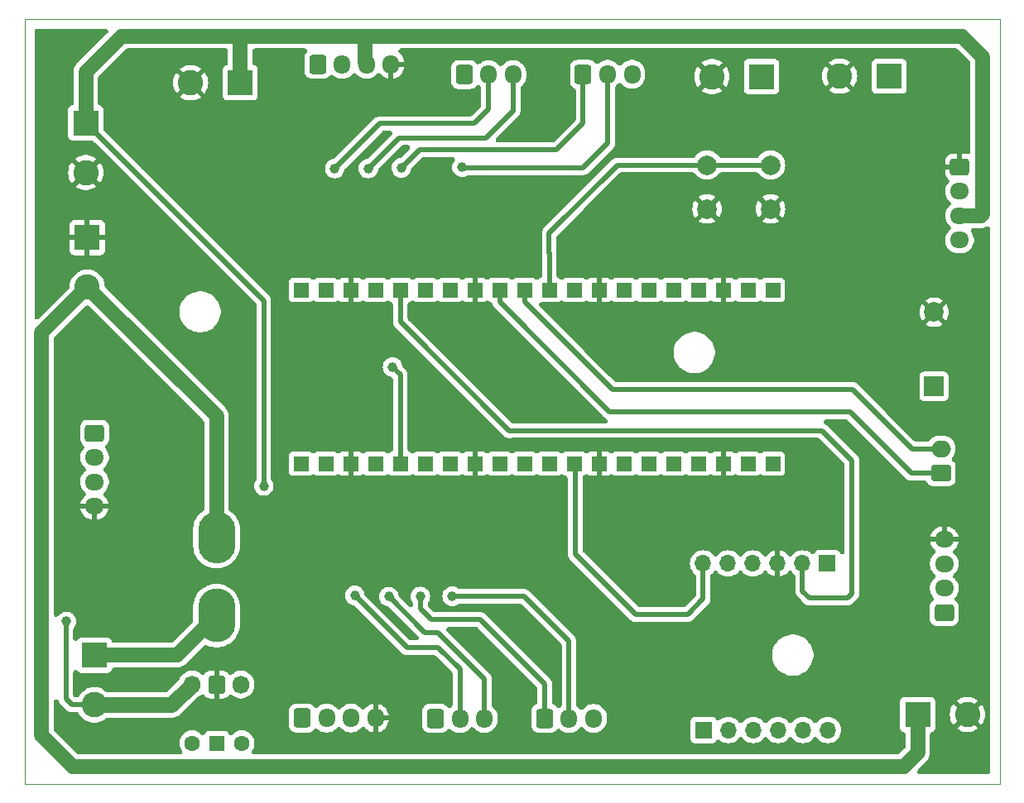
<source format=gbr>
%TF.GenerationSoftware,KiCad,Pcbnew,8.0.8*%
%TF.CreationDate,2025-03-28T16:36:24+05:30*%
%TF.ProjectId,MainBoard_v1.2.0,4d61696e-426f-4617-9264-5f76312e322e,rev?*%
%TF.SameCoordinates,Original*%
%TF.FileFunction,Copper,L2,Bot*%
%TF.FilePolarity,Positive*%
%FSLAX46Y46*%
G04 Gerber Fmt 4.6, Leading zero omitted, Abs format (unit mm)*
G04 Created by KiCad (PCBNEW 8.0.8) date 2025-03-28 16:36:24*
%MOMM*%
%LPD*%
G01*
G04 APERTURE LIST*
G04 Aperture macros list*
%AMRoundRect*
0 Rectangle with rounded corners*
0 $1 Rounding radius*
0 $2 $3 $4 $5 $6 $7 $8 $9 X,Y pos of 4 corners*
0 Add a 4 corners polygon primitive as box body*
4,1,4,$2,$3,$4,$5,$6,$7,$8,$9,$2,$3,0*
0 Add four circle primitives for the rounded corners*
1,1,$1+$1,$2,$3*
1,1,$1+$1,$4,$5*
1,1,$1+$1,$6,$7*
1,1,$1+$1,$8,$9*
0 Add four rect primitives between the rounded corners*
20,1,$1+$1,$2,$3,$4,$5,0*
20,1,$1+$1,$4,$5,$6,$7,0*
20,1,$1+$1,$6,$7,$8,$9,0*
20,1,$1+$1,$8,$9,$2,$3,0*%
G04 Aperture macros list end*
%TA.AperFunction,ComponentPad*%
%ADD10R,2.600000X2.600000*%
%TD*%
%TA.AperFunction,ComponentPad*%
%ADD11C,2.600000*%
%TD*%
%TA.AperFunction,ComponentPad*%
%ADD12RoundRect,0.250000X-0.600000X-0.725000X0.600000X-0.725000X0.600000X0.725000X-0.600000X0.725000X0*%
%TD*%
%TA.AperFunction,ComponentPad*%
%ADD13O,1.700000X1.950000*%
%TD*%
%TA.AperFunction,ComponentPad*%
%ADD14RoundRect,0.250000X0.725000X-0.600000X0.725000X0.600000X-0.725000X0.600000X-0.725000X-0.600000X0*%
%TD*%
%TA.AperFunction,ComponentPad*%
%ADD15O,1.950000X1.700000*%
%TD*%
%TA.AperFunction,ComponentPad*%
%ADD16R,1.508000X1.508000*%
%TD*%
%TA.AperFunction,ComponentPad*%
%ADD17RoundRect,0.250000X0.600000X0.675000X-0.600000X0.675000X-0.600000X-0.675000X0.600000X-0.675000X0*%
%TD*%
%TA.AperFunction,ComponentPad*%
%ADD18O,1.700000X1.850000*%
%TD*%
%TA.AperFunction,ComponentPad*%
%ADD19R,2.000000X2.000000*%
%TD*%
%TA.AperFunction,ComponentPad*%
%ADD20C,2.000000*%
%TD*%
%TA.AperFunction,ComponentPad*%
%ADD21RoundRect,0.250000X-0.725000X0.600000X-0.725000X-0.600000X0.725000X-0.600000X0.725000X0.600000X0*%
%TD*%
%TA.AperFunction,ComponentPad*%
%ADD22O,3.800000X5.500000*%
%TD*%
%TA.AperFunction,ComponentPad*%
%ADD23O,3.800000X5.300000*%
%TD*%
%TA.AperFunction,ComponentPad*%
%ADD24R,1.500000X1.500000*%
%TD*%
%TA.AperFunction,ComponentPad*%
%ADD25C,1.600000*%
%TD*%
%TA.AperFunction,ComponentPad*%
%ADD26RoundRect,0.250000X0.750000X-0.600000X0.750000X0.600000X-0.750000X0.600000X-0.750000X-0.600000X0*%
%TD*%
%TA.AperFunction,ComponentPad*%
%ADD27O,2.000000X1.700000*%
%TD*%
%TA.AperFunction,ComponentPad*%
%ADD28O,1.700000X1.700000*%
%TD*%
%TA.AperFunction,ComponentPad*%
%ADD29R,1.700000X1.700000*%
%TD*%
%TA.AperFunction,ViaPad*%
%ADD30C,1.000000*%
%TD*%
%TA.AperFunction,Conductor*%
%ADD31C,0.500000*%
%TD*%
%TA.AperFunction,Conductor*%
%ADD32C,1.500000*%
%TD*%
%TA.AperFunction,Conductor*%
%ADD33C,1.600000*%
%TD*%
%TA.AperFunction,Profile*%
%ADD34C,0.050000*%
%TD*%
G04 APERTURE END LIST*
D10*
%TO.P,J15,1,Pin_1*%
%TO.N,PWR_IN*%
X139305000Y-93725000D03*
D11*
%TO.P,J15,2,Pin_2*%
%TO.N,GND*%
X134225000Y-93725000D03*
%TD*%
D12*
%TO.P,J6,1,Pin_1*%
%TO.N,EN_1*%
X95830000Y-93555000D03*
D13*
%TO.P,J6,2,Pin_2*%
%TO.N,IN_1_1*%
X98330000Y-93555000D03*
%TO.P,J6,3,Pin_3*%
%TO.N,IN_2_1*%
X100830000Y-93555000D03*
%TD*%
D12*
%TO.P,J5,1,Pin_1*%
%TO.N,ENC_A_1*%
X79260000Y-159435000D03*
D13*
%TO.P,J5,2,Pin_2*%
%TO.N,ENC_B_1*%
X81760000Y-159435000D03*
%TO.P,J5,3,Pin_3*%
%TO.N,5V_buck*%
X84260000Y-159435000D03*
%TO.P,J5,4,Pin_4*%
%TO.N,GND*%
X86760000Y-159435000D03*
%TD*%
D14*
%TO.P,J1,1,Pin_1*%
%TO.N,GP15*%
X144930000Y-148640000D03*
D15*
%TO.P,J1,2,Pin_2*%
%TO.N,GP14*%
X144930000Y-146140000D03*
%TO.P,J1,3,Pin_3*%
%TO.N,GP13*%
X144930000Y-143640000D03*
%TO.P,J1,4,Pin_4*%
%TO.N,GND*%
X144930000Y-141140000D03*
%TD*%
D10*
%TO.P,BATTERY_CONN2,1,Pin_1*%
%TO.N,5V_buck*%
X57125000Y-98505000D03*
D11*
%TO.P,BATTERY_CONN2,2,Pin_2*%
%TO.N,GND*%
X57125000Y-103585000D03*
%TD*%
D10*
%TO.P,J9,1,Pin_1*%
%TO.N,PWR_IN*%
X142215000Y-159075000D03*
D11*
%TO.P,J9,2,Pin_2*%
%TO.N,GND*%
X147295000Y-159075000D03*
%TD*%
D10*
%TO.P,BATTERY_CONN4,1,Pin_1*%
%TO.N,5V_buck*%
X72925000Y-94395000D03*
D11*
%TO.P,BATTERY_CONN4,2,Pin_2*%
%TO.N,GND*%
X67845000Y-94395000D03*
%TD*%
D16*
%TO.P,U1,3V3,3V3*%
%TO.N,3V3*%
X89300000Y-115610000D03*
%TO.P,U1,3V3_EN,3V3_EN*%
%TO.N,unconnected-(U1-Pad3V3_EN)*%
X86760000Y-115610000D03*
%TO.P,U1,ADC_VREF,ADC_VREF*%
%TO.N,unconnected-(U1-PadADC_VREF)*%
X91840000Y-115610000D03*
%TO.P,U1,AGND,AGND*%
%TO.N,GND*%
X96920000Y-115610000D03*
%TO.P,U1,GND,GND*%
X84220000Y-115610000D03*
%TO.P,U1,GND2,GND2*%
X109620000Y-115610000D03*
%TO.P,U1,GND3,GND3*%
X122320000Y-115610000D03*
%TO.P,U1,GND4,GND4*%
X84220000Y-133390000D03*
%TO.P,U1,GND5,GND5*%
X96920000Y-133390000D03*
%TO.P,U1,GND6,GND6*%
X109620000Y-133390000D03*
%TO.P,U1,GND7,GND7*%
X122320000Y-133390000D03*
%TO.P,U1,GP0,GP0*%
%TO.N,ENC_A_1_3.3*%
X79140000Y-133390000D03*
%TO.P,U1,GP1,GP1*%
%TO.N,ENC_A_2_3.3*%
X81680000Y-133390000D03*
%TO.P,U1,GP2,GP2*%
%TO.N,BUZZ*%
X86760000Y-133390000D03*
%TO.P,U1,GP3,GP3*%
%TO.N,ENC_A_3_3.3*%
X89300000Y-133390000D03*
%TO.P,U1,GP4,GP4*%
%TO.N,EN_3*%
X91840000Y-133390000D03*
%TO.P,U1,GP5,GP5*%
%TO.N,IN_1_3*%
X94380000Y-133390000D03*
%TO.P,U1,GP6,GP6*%
%TO.N,IN_2_3*%
X99460000Y-133390000D03*
%TO.P,U1,GP7,GP7*%
%TO.N,IN_1_4*%
X102000000Y-133390000D03*
%TO.P,U1,GP8,GP8*%
%TO.N,IN_2_4*%
X104540000Y-133390000D03*
%TO.P,U1,GP9,GP9*%
%TO.N,RST*%
X107080000Y-133390000D03*
%TO.P,U1,GP10,GP10*%
%TO.N,EN_4*%
X112160000Y-133390000D03*
%TO.P,U1,GP11,GP11*%
%TO.N,SCL*%
X114700000Y-133390000D03*
%TO.P,U1,GP12,GP12*%
%TO.N,SDA*%
X117240000Y-133390000D03*
%TO.P,U1,GP13,GP13*%
%TO.N,GP13*%
X119780000Y-133390000D03*
%TO.P,U1,GP14,GP14*%
%TO.N,GP14*%
X124860000Y-133390000D03*
%TO.P,U1,GP15,GP15*%
%TO.N,GP15*%
X127400000Y-133390000D03*
%TO.P,U1,GP16,GP16*%
%TO.N,ENC_A_4_3.3*%
X127400000Y-115610000D03*
%TO.P,U1,GP17,GP17*%
%TO.N,EN_2*%
X124860000Y-115610000D03*
%TO.P,U1,GP18,GP18*%
%TO.N,IN_2_2*%
X119780000Y-115610000D03*
%TO.P,U1,GP19,GP19*%
%TO.N,IN_1_2*%
X117240000Y-115610000D03*
%TO.P,U1,GP20,GP20*%
%TO.N,IN_2_1*%
X114700000Y-115610000D03*
%TO.P,U1,GP21,GP21*%
%TO.N,IN_1_1*%
X112160000Y-115610000D03*
%TO.P,U1,GP22,GP22*%
%TO.N,EN_1*%
X107080000Y-115610000D03*
%TO.P,U1,GP26_A0,GP26_A0*%
%TO.N,TOGG_ACT_1*%
X102000000Y-115610000D03*
%TO.P,U1,GP27_A1,GP27_A1*%
%TO.N,TOGG_ACT_2*%
X99460000Y-115610000D03*
%TO.P,U1,GP28_A2,GP28_A2*%
%TO.N,unconnected-(U1-PadGP28_A2)*%
X94380000Y-115610000D03*
%TO.P,U1,RUN,RUN*%
%TO.N,RESET*%
X104540000Y-115610000D03*
%TO.P,U1,VBUS,VBUS*%
%TO.N,unconnected-(U1-PadVBUS)*%
X79140000Y-115610000D03*
%TO.P,U1,VSYS,VSYS*%
%TO.N,5V_buck*%
X81680000Y-115610000D03*
%TD*%
D12*
%TO.P,J11,1,Pin_1*%
%TO.N,ENC_A_3*%
X80850000Y-92505000D03*
D13*
%TO.P,J11,2,Pin_2*%
%TO.N,ENC_B_3*%
X83350000Y-92505000D03*
%TO.P,J11,3,Pin_3*%
%TO.N,5V_buck*%
X85850000Y-92505000D03*
%TO.P,J11,4,Pin_4*%
%TO.N,GND*%
X88350000Y-92505000D03*
%TD*%
D17*
%TO.P,Q1,1,D*%
%TO.N,GND*%
X70500000Y-156000000D03*
D18*
%TO.P,Q1,2,G*%
%TO.N,Net-(Q1-G)*%
X73000000Y-156000000D03*
%TO.P,Q1,3,S*%
%TO.N,GND_battery*%
X68000000Y-156000000D03*
%TD*%
D19*
%TO.P,JP1,1,A*%
%TO.N,Net-(JP1-A)*%
X143890000Y-125480000D03*
D20*
%TO.P,JP1,2,B*%
%TO.N,GND*%
X143890000Y-117880000D03*
%TD*%
D21*
%TO.P,J12,1,Pin_1*%
%TO.N,GND*%
X146500000Y-103000000D03*
D15*
%TO.P,J12,2,Pin_2*%
%TO.N,ENC_B_4*%
X146500000Y-105500000D03*
%TO.P,J12,3,Pin_3*%
%TO.N,5V_buck*%
X146500000Y-108000000D03*
%TO.P,J12,4,Pin_4*%
%TO.N,ENC_A_4*%
X146500000Y-110500000D03*
%TD*%
D22*
%TO.P,F1,1*%
%TO.N,12_V_battery*%
X70500000Y-148950000D03*
D23*
%TO.P,F1,2*%
%TO.N,PWR_IN*%
X70500000Y-140950000D03*
%TD*%
D12*
%TO.P,J4,1,Pin_1*%
%TO.N,EN_3*%
X92890000Y-159465000D03*
D13*
%TO.P,J4,2,Pin_2*%
%TO.N,IN_1_3*%
X95390000Y-159465000D03*
%TO.P,J4,3,Pin_3*%
%TO.N,IN_2_3*%
X97890000Y-159465000D03*
%TD*%
D21*
%TO.P,J10,1,Pin_1*%
%TO.N,ENC_A_2*%
X58025000Y-130250000D03*
D15*
%TO.P,J10,2,Pin_2*%
%TO.N,ENC_B_2*%
X58025000Y-132750000D03*
%TO.P,J10,3,Pin_3*%
%TO.N,5V_buck*%
X58025000Y-135250000D03*
%TO.P,J10,4,Pin_4*%
%TO.N,GND*%
X58025000Y-137750000D03*
%TD*%
D12*
%TO.P,J7,1,Pin_1*%
%TO.N,IN_1_2*%
X108000000Y-93530000D03*
D13*
%TO.P,J7,2,Pin_2*%
%TO.N,IN_2_2*%
X110500000Y-93530000D03*
%TO.P,J7,3,Pin_3*%
%TO.N,EN_2*%
X113000000Y-93530000D03*
%TD*%
D24*
%TO.P,SW2,1,B*%
%TO.N,12_V_battery*%
X70540000Y-162000000D03*
D25*
%TO.P,SW2,2,C*%
%TO.N,unconnected-(SW2-C-Pad2)*%
X68000000Y-162000000D03*
%TO.P,SW2,3,A*%
%TO.N,Net-(Q1-G)*%
X73080000Y-162000000D03*
%TD*%
D20*
%TO.P,SW1,1,1*%
%TO.N,RESET*%
X120670000Y-102820000D03*
X127170000Y-102820000D03*
%TO.P,SW1,2,2*%
%TO.N,GND*%
X120670000Y-107320000D03*
X127170000Y-107320000D03*
%TD*%
D10*
%TO.P,BATTERY_CONN3,1,Pin_1*%
%TO.N,GND*%
X57275000Y-110245000D03*
D11*
%TO.P,BATTERY_CONN3,2,Pin_2*%
%TO.N,PWR_IN*%
X57275000Y-115325000D03*
%TD*%
D10*
%TO.P,BATTERY_CONN1,1,Pin_1*%
%TO.N,12_V_battery*%
X58000000Y-153000000D03*
D11*
%TO.P,BATTERY_CONN1,2,Pin_2*%
%TO.N,GND_battery*%
X58000000Y-158080000D03*
%TD*%
D10*
%TO.P,J8,1,Pin_1*%
%TO.N,PWR_IN*%
X126240000Y-93760000D03*
D11*
%TO.P,J8,2,Pin_2*%
%TO.N,GND*%
X121160000Y-93760000D03*
%TD*%
D26*
%TO.P,J14,1,Pin_1*%
%TO.N,TOGG_ACT_2*%
X144600000Y-134360000D03*
D27*
%TO.P,J14,2,Pin_2*%
%TO.N,TOGG_ACT_1*%
X144600000Y-131860000D03*
%TD*%
D28*
%TO.P,J2,6,Pin_6*%
%TO.N,unconnected-(J2-Pin_6-Pad6)*%
X133008490Y-160652115D03*
%TO.P,J2,5,Pin_5*%
%TO.N,unconnected-(J2-Pin_5-Pad5)*%
X130468490Y-160652115D03*
%TO.P,J2,4,Pin_4*%
%TO.N,unconnected-(J2-Pin_4-Pad4)*%
X127928490Y-160652115D03*
%TO.P,J2,3,Pin_3*%
%TO.N,unconnected-(J2-Pin_3-Pad3)*%
X125388490Y-160652115D03*
%TO.P,J2,2,Pin_2*%
%TO.N,unconnected-(J2-Pin_2-Pad2)*%
X122848490Y-160652115D03*
D29*
%TO.P,J2,1,Pin_1*%
%TO.N,unconnected-(J2-Pin_1-Pad1)*%
X120308490Y-160652115D03*
%TD*%
%TO.P,J3,1,Pin_1*%
%TO.N,unconnected-(J3-Pin_1-Pad1)*%
X132970000Y-143610000D03*
D28*
%TO.P,J3,2,Pin_2*%
%TO.N,3V3*%
X130430000Y-143610000D03*
%TO.P,J3,3,Pin_3*%
%TO.N,GND*%
X127890000Y-143610000D03*
%TO.P,J3,4,Pin_4*%
%TO.N,SDA*%
X125350000Y-143610000D03*
%TO.P,J3,5,Pin_5*%
%TO.N,SCL*%
X122810000Y-143610000D03*
%TO.P,J3,6,Pin_6*%
%TO.N,RST*%
X120270000Y-143610000D03*
%TD*%
D12*
%TO.P,J13,1,Pin_1*%
%TO.N,IN_1_4*%
X104060000Y-159460000D03*
D13*
%TO.P,J13,2,Pin_2*%
%TO.N,IN_2_4*%
X106560000Y-159460000D03*
%TO.P,J13,3,Pin_3*%
%TO.N,EN_4*%
X109060000Y-159460000D03*
%TD*%
D30*
%TO.N,GND*%
X61590000Y-93120000D03*
X59330000Y-145780000D03*
X59260000Y-149710000D03*
X61800000Y-161370000D03*
X61890000Y-155520000D03*
X66200000Y-147520000D03*
X73400000Y-144880000D03*
X83790000Y-151570000D03*
X81980000Y-137060000D03*
X92300000Y-96220000D03*
X104310000Y-98040000D03*
X123650000Y-98210000D03*
X137060000Y-97890000D03*
X145350000Y-93110000D03*
X141570000Y-105100000D03*
X144620000Y-155130000D03*
X114960000Y-140120000D03*
X68380000Y-106040000D03*
X87260000Y-95850000D03*
X82450000Y-99120000D03*
X77460000Y-107910000D03*
X91690000Y-124360000D03*
X99220000Y-122710000D03*
X121249156Y-113136925D03*
X109590000Y-136540000D03*
X96930000Y-130550000D03*
X73170000Y-126500000D03*
X70090000Y-98290000D03*
X114430000Y-121860000D03*
X60870000Y-105130000D03*
X61110000Y-122870000D03*
X108000000Y-111200000D03*
X124760000Y-122050000D03*
X60990000Y-109910000D03*
X63130000Y-126390000D03*
X84300000Y-113090000D03*
X143540000Y-121830000D03*
X54790000Y-140140000D03*
X97810000Y-135230000D03*
X96930000Y-112140000D03*
X60910000Y-97980000D03*
X84700000Y-119880000D03*
X91620000Y-154960000D03*
X122610000Y-131250000D03*
X73300000Y-133500000D03*
X101900000Y-105130000D03*
X100490000Y-144710000D03*
X64240000Y-140160000D03*
X63350000Y-133370000D03*
%TO.N,5V_buck*%
X75330448Y-135669552D03*
%TO.N,GND_battery*%
X55140000Y-149540000D03*
%TO.N,IN_2_1*%
X86038980Y-103163655D03*
%TO.N,IN_2_2*%
X95608563Y-103040495D03*
%TO.N,IN_2_3*%
X88120000Y-147000000D03*
%TO.N,IN_2_4*%
X94600000Y-146970000D03*
%TO.N,IN_1_2*%
X89390869Y-103101053D03*
%TO.N,IN_1_3*%
X84640000Y-146880000D03*
%TO.N,IN_1_4*%
X91350000Y-146980000D03*
%TO.N,IN_1_1*%
X82598231Y-103165115D03*
%TO.N,ENC_A_3_3.3*%
X88500000Y-123500000D03*
%TO.N,GND*%
X134738490Y-154752115D03*
X118038490Y-154842115D03*
X127728490Y-145642115D03*
%TD*%
D31*
%TO.N,IN_1_3*%
X89980000Y-152220000D02*
X84640000Y-146880000D01*
X95390000Y-154460000D02*
X93150000Y-152220000D01*
X95390000Y-159465000D02*
X95390000Y-154460000D01*
X93150000Y-152220000D02*
X89980000Y-152220000D01*
%TO.N,IN_2_3*%
X97920001Y-155430001D02*
X97920001Y-159434999D01*
X93160000Y-150670000D02*
X97920001Y-155430001D01*
X91790000Y-150670000D02*
X93160000Y-150670000D01*
X97920001Y-159434999D02*
X97890000Y-159465000D01*
X88120000Y-147000000D02*
X91790000Y-150670000D01*
%TO.N,IN_2_4*%
X101950000Y-146970000D02*
X94600000Y-146970000D01*
X106560000Y-151580000D02*
X101950000Y-146970000D01*
X106560000Y-159460000D02*
X106560000Y-151580000D01*
%TO.N,IN_1_4*%
X104060000Y-155920000D02*
X104060000Y-159460000D01*
X97487210Y-149347210D02*
X104060000Y-155920000D01*
X92426850Y-149347210D02*
X97487210Y-149347210D01*
X91350000Y-148270360D02*
X92426850Y-149347210D01*
X91350000Y-146980000D02*
X91350000Y-148270360D01*
D32*
%TO.N,PWR_IN*%
X140780000Y-164400000D02*
X142215000Y-162965000D01*
X142215000Y-162965000D02*
X142215000Y-159075000D01*
X55795000Y-164400000D02*
X140780000Y-164400000D01*
X52625000Y-161230000D02*
X55795000Y-164400000D01*
X52625000Y-119975000D02*
X52625000Y-161230000D01*
X57275000Y-115325000D02*
X52625000Y-119975000D01*
D31*
%TO.N,RST*%
X120270000Y-147260000D02*
X120270000Y-143610000D01*
X118690000Y-148840000D02*
X120270000Y-147260000D01*
X107170000Y-142640000D02*
X113370000Y-148840000D01*
X107170000Y-133480000D02*
X107170000Y-142640000D01*
X107080000Y-133390000D02*
X107170000Y-133480000D01*
X113370000Y-148840000D02*
X118690000Y-148840000D01*
%TO.N,3V3*%
X132410000Y-130000000D02*
X100470000Y-130000000D01*
X135500000Y-133090000D02*
X132410000Y-130000000D01*
X131160000Y-147170000D02*
X135020000Y-147170000D01*
X135020000Y-147170000D02*
X135500000Y-146690000D01*
X135500000Y-146690000D02*
X135500000Y-133090000D01*
X130430000Y-146440000D02*
X131160000Y-147170000D01*
X130430000Y-143610000D02*
X130430000Y-146440000D01*
D32*
%TO.N,PWR_IN*%
X57285000Y-115325000D02*
X70500000Y-128540000D01*
X57275000Y-115325000D02*
X57285000Y-115325000D01*
X70500000Y-128540000D02*
X70500000Y-140950000D01*
D31*
%TO.N,IN_1_1*%
X96840000Y-98570000D02*
X98330000Y-97080000D01*
X87193346Y-98570000D02*
X96840000Y-98570000D01*
X98330000Y-97080000D02*
X98330000Y-93555000D01*
X82598231Y-103165115D02*
X87193346Y-98570000D01*
%TO.N,IN_2_1*%
X98090000Y-100030000D02*
X100830000Y-97290000D01*
X89172635Y-100030000D02*
X98090000Y-100030000D01*
X86038980Y-103163655D02*
X89172635Y-100030000D01*
X100830000Y-97290000D02*
X100830000Y-93555000D01*
%TO.N,IN_1_2*%
X105290000Y-101250000D02*
X108000000Y-98540000D01*
X91241922Y-101250000D02*
X105290000Y-101250000D01*
X108000000Y-98540000D02*
X108000000Y-93530000D01*
X89390869Y-103101053D02*
X91241922Y-101250000D01*
%TO.N,RESET*%
X120670000Y-102820000D02*
X127170000Y-102820000D01*
X111480000Y-102820000D02*
X120670000Y-102820000D01*
X104520000Y-111800000D02*
X104520000Y-109780000D01*
X104520000Y-109780000D02*
X111480000Y-102820000D01*
X104540000Y-115610000D02*
X104540000Y-111820000D01*
X104540000Y-111820000D02*
X104520000Y-111800000D01*
D32*
%TO.N,12_V_battery*%
X58000000Y-153000000D02*
X66450000Y-153000000D01*
X66450000Y-153000000D02*
X70500000Y-148950000D01*
D31*
%TO.N,3V3*%
X89300000Y-115610000D02*
X89300000Y-118890000D01*
X89300000Y-118890000D02*
X100440000Y-130030000D01*
D32*
%TO.N,5V_buck*%
X148875000Y-91768251D02*
X148875000Y-107850000D01*
X86150000Y-89623251D02*
X146730000Y-89623251D01*
X72890000Y-89623251D02*
X72890000Y-90650000D01*
X86150000Y-89623251D02*
X85730000Y-90043251D01*
X85730000Y-90043251D02*
X85730000Y-92385000D01*
X57125000Y-98505000D02*
X57125000Y-93298251D01*
X57125000Y-93298251D02*
X60800000Y-89623251D01*
X146730000Y-89623251D02*
X148875000Y-91768251D01*
D31*
X75330448Y-116710448D02*
X57125000Y-98505000D01*
D32*
X72925000Y-90685000D02*
X72925000Y-94395000D01*
X72890000Y-90650000D02*
X72925000Y-90685000D01*
X85730000Y-92385000D02*
X85850000Y-92505000D01*
D31*
X75330448Y-135669552D02*
X75330448Y-116710448D01*
D32*
X148875000Y-107850000D02*
X148725000Y-108000000D01*
X60800000Y-89623251D02*
X72890000Y-89623251D01*
X148725000Y-108000000D02*
X146500000Y-108000000D01*
X72890000Y-89623251D02*
X86150000Y-89623251D01*
D33*
%TO.N,GND_battery*%
X58000000Y-158080000D02*
X65920000Y-158080000D01*
D31*
X55090000Y-157480000D02*
X55090000Y-149590000D01*
X58000000Y-158080000D02*
X55690000Y-158080000D01*
D33*
X65920000Y-158080000D02*
X68000000Y-156000000D01*
D31*
X55690000Y-158080000D02*
X55090000Y-157480000D01*
%TO.N,TOGG_ACT_2*%
X99460000Y-115610000D02*
X99460000Y-116864000D01*
X135280000Y-128090000D02*
X141550000Y-134360000D01*
X141550000Y-134360000D02*
X144600000Y-134360000D01*
X99460000Y-116864000D02*
X110686000Y-128090000D01*
X110686000Y-128090000D02*
X135280000Y-128090000D01*
%TO.N,TOGG_ACT_1*%
X102000000Y-116800000D02*
X102000000Y-115610000D01*
X144600000Y-131860000D02*
X141620000Y-131860000D01*
X110990000Y-125790000D02*
X102000000Y-116800000D01*
X141620000Y-131860000D02*
X135550000Y-125790000D01*
X135550000Y-125790000D02*
X110990000Y-125790000D01*
%TO.N,IN_2_2*%
X110500000Y-100570000D02*
X107980000Y-103090000D01*
X110500000Y-93530000D02*
X110500000Y-100570000D01*
X95658068Y-103090000D02*
X95608563Y-103040495D01*
X107980000Y-103090000D02*
X95658068Y-103090000D01*
%TO.N,ENC_A_3_3.3*%
X89300000Y-124300000D02*
X88500000Y-123500000D01*
X89300000Y-133390000D02*
X89300000Y-124300000D01*
%TD*%
%TA.AperFunction,Conductor*%
%TO.N,GND*%
G36*
X97170000Y-116863999D02*
G01*
X97170001Y-116864000D01*
X97721825Y-116864000D01*
X97721832Y-116863999D01*
X97781371Y-116857598D01*
X97781378Y-116857596D01*
X97916087Y-116807353D01*
X98040361Y-116714322D01*
X98128002Y-116672391D01*
X98225017Y-116667190D01*
X98316639Y-116699511D01*
X98338805Y-116714322D01*
X98348452Y-116721544D01*
X98348454Y-116721546D01*
X98463669Y-116807796D01*
X98571134Y-116847878D01*
X98653790Y-116898935D01*
X98710616Y-116977738D01*
X98728333Y-117032598D01*
X98738341Y-117082911D01*
X98738342Y-117082913D01*
X98794916Y-117219495D01*
X98827813Y-117268729D01*
X98877048Y-117342416D01*
X104649899Y-123115266D01*
X110103049Y-128568416D01*
X110103048Y-128568416D01*
X110207582Y-128672949D01*
X110207584Y-128672951D01*
X110330505Y-128755084D01*
X110330510Y-128755086D01*
X110367611Y-128770454D01*
X110448393Y-128824430D01*
X110502370Y-128905211D01*
X110521324Y-129000499D01*
X110502370Y-129095787D01*
X110448394Y-129176569D01*
X110367613Y-129230546D01*
X110272325Y-129249500D01*
X100824007Y-129249500D01*
X100728719Y-129230546D01*
X100647937Y-129176570D01*
X90123430Y-118652062D01*
X90069454Y-118571280D01*
X90050500Y-118475992D01*
X90050500Y-117072369D01*
X90069454Y-116977081D01*
X90123430Y-116896299D01*
X90204212Y-116842323D01*
X90212460Y-116839077D01*
X90296331Y-116807796D01*
X90411546Y-116721546D01*
X90411547Y-116721543D01*
X90420778Y-116714634D01*
X90508419Y-116672703D01*
X90605434Y-116667502D01*
X90697056Y-116699823D01*
X90719222Y-116714634D01*
X90728452Y-116721543D01*
X90728454Y-116721546D01*
X90843669Y-116807796D01*
X90978517Y-116858091D01*
X91038127Y-116864500D01*
X92641872Y-116864499D01*
X92701483Y-116858091D01*
X92836331Y-116807796D01*
X92951546Y-116721546D01*
X92951547Y-116721543D01*
X92960778Y-116714634D01*
X93048419Y-116672703D01*
X93145434Y-116667502D01*
X93237056Y-116699823D01*
X93259222Y-116714634D01*
X93268452Y-116721543D01*
X93268454Y-116721546D01*
X93383669Y-116807796D01*
X93518517Y-116858091D01*
X93578127Y-116864500D01*
X95181872Y-116864499D01*
X95241483Y-116858091D01*
X95376331Y-116807796D01*
X95491546Y-116721546D01*
X95491546Y-116721544D01*
X95501194Y-116714323D01*
X95588834Y-116672391D01*
X95685850Y-116667190D01*
X95777471Y-116699511D01*
X95799637Y-116714322D01*
X95923910Y-116807352D01*
X96058621Y-116857596D01*
X96058628Y-116857598D01*
X96118167Y-116863999D01*
X96118175Y-116864000D01*
X96669999Y-116864000D01*
X96670000Y-116863999D01*
X96670000Y-116043012D01*
X96727007Y-116075925D01*
X96854174Y-116110000D01*
X96985826Y-116110000D01*
X97112993Y-116075925D01*
X97170000Y-116043012D01*
X97170000Y-116863999D01*
G37*
%TD.AperFunction*%
%TA.AperFunction,Conductor*%
G36*
X59275174Y-88892705D02*
G01*
X59355956Y-88946681D01*
X59409932Y-89027463D01*
X59428886Y-89122751D01*
X59409932Y-89218039D01*
X59355956Y-89298821D01*
X56171170Y-92483607D01*
X56140947Y-92525206D01*
X56056417Y-92641552D01*
X56055475Y-92642848D01*
X56055474Y-92642849D01*
X55966116Y-92818224D01*
X55966116Y-92818225D01*
X55924259Y-92947049D01*
X55911109Y-92987519D01*
X55905290Y-93005428D01*
X55905289Y-93005429D01*
X55874501Y-93199822D01*
X55874500Y-93199838D01*
X55874500Y-96479473D01*
X55855546Y-96574761D01*
X55801570Y-96655543D01*
X55720788Y-96709519D01*
X55712517Y-96712773D01*
X55582670Y-96761203D01*
X55467455Y-96847453D01*
X55467453Y-96847455D01*
X55381204Y-96962669D01*
X55330908Y-97097518D01*
X55324500Y-97157123D01*
X55324500Y-99852865D01*
X55324501Y-99852869D01*
X55330908Y-99912480D01*
X55330909Y-99912483D01*
X55381204Y-100047331D01*
X55467454Y-100162546D01*
X55582669Y-100248796D01*
X55717517Y-100299091D01*
X55777127Y-100305500D01*
X57760991Y-100305499D01*
X57856279Y-100324453D01*
X57937061Y-100378429D01*
X74507018Y-116948385D01*
X74560994Y-117029167D01*
X74579948Y-117124455D01*
X74579948Y-134917848D01*
X74560994Y-135013136D01*
X74523427Y-135075812D01*
X74494538Y-135111012D01*
X74401636Y-135284818D01*
X74401633Y-135284826D01*
X74344423Y-135473420D01*
X74325107Y-135669552D01*
X74344423Y-135865683D01*
X74401633Y-136054277D01*
X74401636Y-136054285D01*
X74494536Y-136228088D01*
X74494538Y-136228090D01*
X74619565Y-136380435D01*
X74649560Y-136405051D01*
X74771911Y-136505463D01*
X74945714Y-136598363D01*
X74945718Y-136598364D01*
X74945721Y-136598366D01*
X75134316Y-136655576D01*
X75330448Y-136674893D01*
X75526580Y-136655576D01*
X75715175Y-136598366D01*
X75773397Y-136567246D01*
X75888984Y-136505463D01*
X75888983Y-136505463D01*
X75888986Y-136505462D01*
X76041331Y-136380435D01*
X76166358Y-136228090D01*
X76218899Y-136129793D01*
X76259259Y-136054285D01*
X76259259Y-136054283D01*
X76259262Y-136054279D01*
X76316472Y-135865684D01*
X76335789Y-135669552D01*
X76316472Y-135473420D01*
X76259262Y-135284825D01*
X76259260Y-135284822D01*
X76259259Y-135284818D01*
X76166357Y-135111012D01*
X76137469Y-135075812D01*
X76091670Y-134990129D01*
X76080948Y-134917848D01*
X76080948Y-116636529D01*
X76080947Y-116636527D01*
X76077649Y-116619949D01*
X76052106Y-116491535D01*
X75995532Y-116354953D01*
X75913399Y-116232032D01*
X75913397Y-116232030D01*
X75808864Y-116127496D01*
X75808864Y-116127497D01*
X74489490Y-114808123D01*
X77885500Y-114808123D01*
X77885500Y-116411865D01*
X77885500Y-116411868D01*
X77885501Y-116411872D01*
X77886473Y-116420915D01*
X77891908Y-116471480D01*
X77891909Y-116471483D01*
X77942204Y-116606331D01*
X78028454Y-116721546D01*
X78143669Y-116807796D01*
X78278517Y-116858091D01*
X78338127Y-116864500D01*
X79941872Y-116864499D01*
X80001483Y-116858091D01*
X80136331Y-116807796D01*
X80251546Y-116721546D01*
X80251547Y-116721543D01*
X80260778Y-116714634D01*
X80348419Y-116672703D01*
X80445434Y-116667502D01*
X80537056Y-116699823D01*
X80559222Y-116714634D01*
X80568452Y-116721543D01*
X80568454Y-116721546D01*
X80683669Y-116807796D01*
X80818517Y-116858091D01*
X80878127Y-116864500D01*
X82481872Y-116864499D01*
X82541483Y-116858091D01*
X82676331Y-116807796D01*
X82791546Y-116721546D01*
X82791546Y-116721544D01*
X82801194Y-116714323D01*
X82888834Y-116672391D01*
X82985850Y-116667190D01*
X83077471Y-116699511D01*
X83099637Y-116714322D01*
X83223910Y-116807352D01*
X83358621Y-116857596D01*
X83358628Y-116857598D01*
X83418167Y-116863999D01*
X83418175Y-116864000D01*
X83969999Y-116864000D01*
X83970000Y-116863999D01*
X83970000Y-116043012D01*
X84027007Y-116075925D01*
X84154174Y-116110000D01*
X84285826Y-116110000D01*
X84412993Y-116075925D01*
X84470000Y-116043012D01*
X84470000Y-116863999D01*
X84470001Y-116864000D01*
X85021825Y-116864000D01*
X85021832Y-116863999D01*
X85081371Y-116857598D01*
X85081378Y-116857596D01*
X85216087Y-116807353D01*
X85340361Y-116714322D01*
X85428002Y-116672391D01*
X85525017Y-116667190D01*
X85616639Y-116699511D01*
X85638805Y-116714322D01*
X85648452Y-116721544D01*
X85648454Y-116721546D01*
X85763669Y-116807796D01*
X85898517Y-116858091D01*
X85958127Y-116864500D01*
X87561872Y-116864499D01*
X87621483Y-116858091D01*
X87756331Y-116807796D01*
X87871546Y-116721546D01*
X87871547Y-116721543D01*
X87880778Y-116714634D01*
X87968419Y-116672703D01*
X88065434Y-116667502D01*
X88157056Y-116699823D01*
X88179222Y-116714634D01*
X88188452Y-116721544D01*
X88188454Y-116721546D01*
X88303669Y-116807796D01*
X88387517Y-116839069D01*
X88470172Y-116890126D01*
X88526998Y-116968929D01*
X88549341Y-117063480D01*
X88549500Y-117072369D01*
X88549500Y-118963920D01*
X88578341Y-119108911D01*
X88578342Y-119108913D01*
X88634916Y-119245495D01*
X88667813Y-119294729D01*
X88717048Y-119368416D01*
X99961584Y-130612951D01*
X100084506Y-130695084D01*
X100221087Y-130751658D01*
X100221089Y-130751658D01*
X100221090Y-130751659D01*
X100366077Y-130780499D01*
X100366082Y-130780500D01*
X100366083Y-130780500D01*
X100513918Y-130780500D01*
X100513918Y-130780499D01*
X100640678Y-130755284D01*
X100689257Y-130750500D01*
X131995992Y-130750500D01*
X132091280Y-130769454D01*
X132172062Y-130823430D01*
X134676570Y-133327938D01*
X134730546Y-133408720D01*
X134749500Y-133504008D01*
X134749500Y-142439778D01*
X134730546Y-142535066D01*
X134676570Y-142615848D01*
X134595788Y-142669824D01*
X134500500Y-142688778D01*
X134405212Y-142669824D01*
X134324430Y-142615848D01*
X134270454Y-142535066D01*
X134267200Y-142526795D01*
X134263796Y-142517670D01*
X134263796Y-142517669D01*
X134177546Y-142402454D01*
X134062331Y-142316204D01*
X133963555Y-142279363D01*
X133927481Y-142265908D01*
X133867873Y-142259500D01*
X132072134Y-142259500D01*
X132072130Y-142259500D01*
X132072128Y-142259501D01*
X132059314Y-142260878D01*
X132012519Y-142265908D01*
X132012515Y-142265909D01*
X131877670Y-142316203D01*
X131762978Y-142402062D01*
X131762454Y-142402454D01*
X131728495Y-142447818D01*
X131665531Y-142531927D01*
X131662234Y-142529459D01*
X131621587Y-142578051D01*
X131535478Y-142623044D01*
X131438706Y-142631660D01*
X131346003Y-142602587D01*
X131305387Y-142574849D01*
X131301403Y-142571507D01*
X131301401Y-142571505D01*
X131107830Y-142435965D01*
X130893663Y-142336097D01*
X130893660Y-142336096D01*
X130665401Y-142274935D01*
X130430005Y-142254341D01*
X130429995Y-142254341D01*
X130194598Y-142274935D01*
X129966335Y-142336097D01*
X129966333Y-142336098D01*
X129752177Y-142435961D01*
X129752169Y-142435965D01*
X129558600Y-142571504D01*
X129391502Y-142738602D01*
X129363661Y-142778363D01*
X129293479Y-142845546D01*
X129202929Y-142880758D01*
X129105797Y-142878637D01*
X129016871Y-142839507D01*
X128955725Y-142778361D01*
X128928110Y-142738923D01*
X128761076Y-142571889D01*
X128567576Y-142436399D01*
X128353484Y-142336566D01*
X128140001Y-142279363D01*
X128140000Y-142279364D01*
X128140000Y-143176988D01*
X128082993Y-143144075D01*
X127955826Y-143110000D01*
X127824174Y-143110000D01*
X127697007Y-143144075D01*
X127640000Y-143176988D01*
X127640000Y-142279364D01*
X127639998Y-142279363D01*
X127426516Y-142336566D01*
X127426505Y-142336570D01*
X127212428Y-142436396D01*
X127212420Y-142436400D01*
X127018923Y-142571889D01*
X126851889Y-142738923D01*
X126824272Y-142778364D01*
X126754089Y-142845547D01*
X126663539Y-142880758D01*
X126566408Y-142878637D01*
X126477481Y-142839507D01*
X126416337Y-142778362D01*
X126388495Y-142738599D01*
X126221401Y-142571505D01*
X126027830Y-142435965D01*
X125813663Y-142336097D01*
X125813660Y-142336096D01*
X125585401Y-142274935D01*
X125350005Y-142254341D01*
X125349995Y-142254341D01*
X125114598Y-142274935D01*
X124886335Y-142336097D01*
X124886333Y-142336098D01*
X124672177Y-142435961D01*
X124672169Y-142435965D01*
X124478600Y-142571504D01*
X124311501Y-142738603D01*
X124283968Y-142777925D01*
X124213787Y-142845109D01*
X124123237Y-142880321D01*
X124026106Y-142878201D01*
X123937179Y-142839072D01*
X123876032Y-142777925D01*
X123848498Y-142738603D01*
X123848497Y-142738602D01*
X123848495Y-142738599D01*
X123681401Y-142571505D01*
X123487830Y-142435965D01*
X123273663Y-142336097D01*
X123273660Y-142336096D01*
X123045401Y-142274935D01*
X122810005Y-142254341D01*
X122809995Y-142254341D01*
X122574598Y-142274935D01*
X122346335Y-142336097D01*
X122346333Y-142336098D01*
X122132177Y-142435961D01*
X122132169Y-142435965D01*
X121938600Y-142571504D01*
X121771501Y-142738603D01*
X121743968Y-142777925D01*
X121673787Y-142845109D01*
X121583237Y-142880321D01*
X121486106Y-142878201D01*
X121397179Y-142839072D01*
X121336032Y-142777925D01*
X121308498Y-142738603D01*
X121308497Y-142738602D01*
X121308495Y-142738599D01*
X121141401Y-142571505D01*
X120947830Y-142435965D01*
X120733663Y-142336097D01*
X120733660Y-142336096D01*
X120505401Y-142274935D01*
X120270005Y-142254341D01*
X120269995Y-142254341D01*
X120034598Y-142274935D01*
X119806335Y-142336097D01*
X119806333Y-142336098D01*
X119592177Y-142435961D01*
X119592169Y-142435965D01*
X119398600Y-142571504D01*
X119231504Y-142738600D01*
X119095965Y-142932169D01*
X119095961Y-142932177D01*
X118996098Y-143146333D01*
X118996097Y-143146335D01*
X118934935Y-143374598D01*
X118914341Y-143609994D01*
X118914341Y-143610005D01*
X118934935Y-143845401D01*
X118934937Y-143845408D01*
X118996097Y-144073663D01*
X119035614Y-144158407D01*
X119095965Y-144287830D01*
X119203662Y-144441638D01*
X119231505Y-144481401D01*
X119398599Y-144648495D01*
X119413315Y-144658799D01*
X119480500Y-144728977D01*
X119515716Y-144819525D01*
X119519500Y-144862771D01*
X119519500Y-146845992D01*
X119500546Y-146941280D01*
X119446570Y-147022062D01*
X118452062Y-148016570D01*
X118371280Y-148070546D01*
X118275992Y-148089500D01*
X113784007Y-148089500D01*
X113688719Y-148070546D01*
X113607937Y-148016570D01*
X107993430Y-142402062D01*
X107939454Y-142321280D01*
X107920500Y-142225992D01*
X107920500Y-134818801D01*
X107939454Y-134723513D01*
X107993430Y-134642731D01*
X108061282Y-134597393D01*
X108060702Y-134596330D01*
X108072589Y-134589838D01*
X108074212Y-134588755D01*
X108075510Y-134588244D01*
X108076328Y-134587796D01*
X108076331Y-134587796D01*
X108191546Y-134501546D01*
X108191546Y-134501544D01*
X108201194Y-134494323D01*
X108288834Y-134452391D01*
X108385850Y-134447190D01*
X108477471Y-134479511D01*
X108499637Y-134494322D01*
X108623910Y-134587352D01*
X108758621Y-134637596D01*
X108758628Y-134637598D01*
X108818167Y-134643999D01*
X108818175Y-134644000D01*
X109369999Y-134644000D01*
X109370000Y-134643999D01*
X109370000Y-133823012D01*
X109427007Y-133855925D01*
X109554174Y-133890000D01*
X109685826Y-133890000D01*
X109812993Y-133855925D01*
X109870000Y-133823012D01*
X109870000Y-134643999D01*
X109870001Y-134644000D01*
X110421825Y-134644000D01*
X110421832Y-134643999D01*
X110481371Y-134637598D01*
X110481378Y-134637596D01*
X110616087Y-134587353D01*
X110740361Y-134494322D01*
X110828002Y-134452391D01*
X110925017Y-134447190D01*
X111016639Y-134479511D01*
X111038805Y-134494322D01*
X111048452Y-134501544D01*
X111048454Y-134501546D01*
X111163669Y-134587796D01*
X111298517Y-134638091D01*
X111358127Y-134644500D01*
X112961872Y-134644499D01*
X113021483Y-134638091D01*
X113156331Y-134587796D01*
X113271546Y-134501546D01*
X113271547Y-134501543D01*
X113280778Y-134494634D01*
X113368419Y-134452703D01*
X113465434Y-134447502D01*
X113557056Y-134479823D01*
X113579222Y-134494634D01*
X113588452Y-134501543D01*
X113588454Y-134501546D01*
X113703669Y-134587796D01*
X113838517Y-134638091D01*
X113898127Y-134644500D01*
X115501872Y-134644499D01*
X115561483Y-134638091D01*
X115696331Y-134587796D01*
X115811546Y-134501546D01*
X115811547Y-134501543D01*
X115820778Y-134494634D01*
X115908419Y-134452703D01*
X116005434Y-134447502D01*
X116097056Y-134479823D01*
X116119222Y-134494634D01*
X116128452Y-134501543D01*
X116128454Y-134501546D01*
X116243669Y-134587796D01*
X116378517Y-134638091D01*
X116438127Y-134644500D01*
X118041872Y-134644499D01*
X118101483Y-134638091D01*
X118236331Y-134587796D01*
X118351546Y-134501546D01*
X118351547Y-134501543D01*
X118360778Y-134494634D01*
X118448419Y-134452703D01*
X118545434Y-134447502D01*
X118637056Y-134479823D01*
X118659222Y-134494634D01*
X118668452Y-134501543D01*
X118668454Y-134501546D01*
X118783669Y-134587796D01*
X118918517Y-134638091D01*
X118978127Y-134644500D01*
X120581872Y-134644499D01*
X120641483Y-134638091D01*
X120776331Y-134587796D01*
X120891546Y-134501546D01*
X120891546Y-134501544D01*
X120901194Y-134494323D01*
X120988834Y-134452391D01*
X121085850Y-134447190D01*
X121177471Y-134479511D01*
X121199637Y-134494322D01*
X121323910Y-134587352D01*
X121458621Y-134637596D01*
X121458628Y-134637598D01*
X121518167Y-134643999D01*
X121518175Y-134644000D01*
X122069999Y-134644000D01*
X122070000Y-134643999D01*
X122070000Y-133823012D01*
X122127007Y-133855925D01*
X122254174Y-133890000D01*
X122385826Y-133890000D01*
X122512993Y-133855925D01*
X122570000Y-133823012D01*
X122570000Y-134643999D01*
X122570001Y-134644000D01*
X123121825Y-134644000D01*
X123121832Y-134643999D01*
X123181371Y-134637598D01*
X123181378Y-134637596D01*
X123316087Y-134587353D01*
X123440361Y-134494322D01*
X123528002Y-134452391D01*
X123625017Y-134447190D01*
X123716639Y-134479511D01*
X123738805Y-134494322D01*
X123748452Y-134501544D01*
X123748454Y-134501546D01*
X123863669Y-134587796D01*
X123998517Y-134638091D01*
X124058127Y-134644500D01*
X125661872Y-134644499D01*
X125721483Y-134638091D01*
X125856331Y-134587796D01*
X125971546Y-134501546D01*
X125971547Y-134501543D01*
X125980778Y-134494634D01*
X126068419Y-134452703D01*
X126165434Y-134447502D01*
X126257056Y-134479823D01*
X126279222Y-134494634D01*
X126288452Y-134501543D01*
X126288454Y-134501546D01*
X126403669Y-134587796D01*
X126538517Y-134638091D01*
X126598127Y-134644500D01*
X128201872Y-134644499D01*
X128261483Y-134638091D01*
X128396331Y-134587796D01*
X128511546Y-134501546D01*
X128597796Y-134386331D01*
X128648091Y-134251483D01*
X128654500Y-134191873D01*
X128654499Y-132588128D01*
X128648091Y-132528517D01*
X128597796Y-132393669D01*
X128511546Y-132278454D01*
X128396331Y-132192204D01*
X128303757Y-132157676D01*
X128261481Y-132141908D01*
X128201873Y-132135500D01*
X126598134Y-132135500D01*
X126598130Y-132135500D01*
X126598128Y-132135501D01*
X126585314Y-132136878D01*
X126538519Y-132141908D01*
X126538515Y-132141909D01*
X126403667Y-132192204D01*
X126279221Y-132285365D01*
X126191580Y-132327296D01*
X126094564Y-132332497D01*
X126002943Y-132300175D01*
X125980779Y-132285365D01*
X125856333Y-132192205D01*
X125856331Y-132192204D01*
X125763757Y-132157676D01*
X125721481Y-132141908D01*
X125661873Y-132135500D01*
X124058134Y-132135500D01*
X124058130Y-132135500D01*
X124058128Y-132135501D01*
X124045314Y-132136878D01*
X123998519Y-132141908D01*
X123998515Y-132141909D01*
X123863667Y-132192204D01*
X123738804Y-132285677D01*
X123651163Y-132327608D01*
X123554147Y-132332809D01*
X123462526Y-132300487D01*
X123440362Y-132285677D01*
X123316090Y-132192647D01*
X123181378Y-132142403D01*
X123181371Y-132142401D01*
X123121832Y-132136000D01*
X122570001Y-132136000D01*
X122570000Y-132136001D01*
X122570000Y-132956988D01*
X122512993Y-132924075D01*
X122385826Y-132890000D01*
X122254174Y-132890000D01*
X122127007Y-132924075D01*
X122070000Y-132956988D01*
X122070000Y-132136001D01*
X122069999Y-132136000D01*
X121518167Y-132136000D01*
X121458628Y-132142401D01*
X121458621Y-132142403D01*
X121323910Y-132192647D01*
X121199636Y-132285678D01*
X121111995Y-132327608D01*
X121014980Y-132332809D01*
X120923359Y-132300487D01*
X120901195Y-132285677D01*
X120839482Y-132239479D01*
X120776331Y-132192204D01*
X120680363Y-132156410D01*
X120641481Y-132141908D01*
X120581873Y-132135500D01*
X118978134Y-132135500D01*
X118978130Y-132135500D01*
X118978128Y-132135501D01*
X118965314Y-132136878D01*
X118918519Y-132141908D01*
X118918515Y-132141909D01*
X118783667Y-132192204D01*
X118659221Y-132285365D01*
X118571580Y-132327296D01*
X118474564Y-132332497D01*
X118382943Y-132300175D01*
X118360779Y-132285365D01*
X118236333Y-132192205D01*
X118236331Y-132192204D01*
X118143757Y-132157676D01*
X118101481Y-132141908D01*
X118041873Y-132135500D01*
X116438134Y-132135500D01*
X116438130Y-132135500D01*
X116438128Y-132135501D01*
X116425314Y-132136878D01*
X116378519Y-132141908D01*
X116378515Y-132141909D01*
X116243667Y-132192204D01*
X116119221Y-132285365D01*
X116031580Y-132327296D01*
X115934564Y-132332497D01*
X115842943Y-132300175D01*
X115820779Y-132285365D01*
X115696333Y-132192205D01*
X115696331Y-132192204D01*
X115603757Y-132157676D01*
X115561481Y-132141908D01*
X115501873Y-132135500D01*
X113898134Y-132135500D01*
X113898130Y-132135500D01*
X113898128Y-132135501D01*
X113885314Y-132136878D01*
X113838519Y-132141908D01*
X113838515Y-132141909D01*
X113703667Y-132192204D01*
X113579221Y-132285365D01*
X113491580Y-132327296D01*
X113394564Y-132332497D01*
X113302943Y-132300175D01*
X113280779Y-132285365D01*
X113156333Y-132192205D01*
X113156331Y-132192204D01*
X113063757Y-132157676D01*
X113021481Y-132141908D01*
X112961873Y-132135500D01*
X111358134Y-132135500D01*
X111358130Y-132135500D01*
X111358128Y-132135501D01*
X111345314Y-132136878D01*
X111298519Y-132141908D01*
X111298515Y-132141909D01*
X111163667Y-132192204D01*
X111038804Y-132285677D01*
X110951163Y-132327608D01*
X110854147Y-132332809D01*
X110762526Y-132300487D01*
X110740362Y-132285677D01*
X110616090Y-132192647D01*
X110481378Y-132142403D01*
X110481371Y-132142401D01*
X110421832Y-132136000D01*
X109870001Y-132136000D01*
X109870000Y-132136001D01*
X109870000Y-132956988D01*
X109812993Y-132924075D01*
X109685826Y-132890000D01*
X109554174Y-132890000D01*
X109427007Y-132924075D01*
X109370000Y-132956988D01*
X109370000Y-132136001D01*
X109369999Y-132136000D01*
X108818167Y-132136000D01*
X108758628Y-132142401D01*
X108758621Y-132142403D01*
X108623910Y-132192647D01*
X108499636Y-132285678D01*
X108411995Y-132327608D01*
X108314980Y-132332809D01*
X108223359Y-132300487D01*
X108201195Y-132285677D01*
X108139482Y-132239479D01*
X108076331Y-132192204D01*
X107980363Y-132156410D01*
X107941481Y-132141908D01*
X107881873Y-132135500D01*
X106278134Y-132135500D01*
X106278130Y-132135500D01*
X106278128Y-132135501D01*
X106265314Y-132136878D01*
X106218519Y-132141908D01*
X106218515Y-132141909D01*
X106083667Y-132192204D01*
X105959221Y-132285365D01*
X105871580Y-132327296D01*
X105774564Y-132332497D01*
X105682943Y-132300175D01*
X105660779Y-132285365D01*
X105536333Y-132192205D01*
X105536331Y-132192204D01*
X105443757Y-132157676D01*
X105401481Y-132141908D01*
X105341873Y-132135500D01*
X103738134Y-132135500D01*
X103738130Y-132135500D01*
X103738128Y-132135501D01*
X103725314Y-132136878D01*
X103678519Y-132141908D01*
X103678515Y-132141909D01*
X103543667Y-132192204D01*
X103419221Y-132285365D01*
X103331580Y-132327296D01*
X103234564Y-132332497D01*
X103142943Y-132300175D01*
X103120779Y-132285365D01*
X102996333Y-132192205D01*
X102996331Y-132192204D01*
X102903757Y-132157676D01*
X102861481Y-132141908D01*
X102801873Y-132135500D01*
X101198134Y-132135500D01*
X101198130Y-132135500D01*
X101198128Y-132135501D01*
X101185314Y-132136878D01*
X101138519Y-132141908D01*
X101138515Y-132141909D01*
X101003667Y-132192204D01*
X100879221Y-132285365D01*
X100791580Y-132327296D01*
X100694564Y-132332497D01*
X100602943Y-132300175D01*
X100580779Y-132285365D01*
X100456333Y-132192205D01*
X100456331Y-132192204D01*
X100363757Y-132157676D01*
X100321481Y-132141908D01*
X100261873Y-132135500D01*
X98658134Y-132135500D01*
X98658130Y-132135500D01*
X98658128Y-132135501D01*
X98645314Y-132136878D01*
X98598519Y-132141908D01*
X98598515Y-132141909D01*
X98463667Y-132192204D01*
X98338804Y-132285677D01*
X98251163Y-132327608D01*
X98154147Y-132332809D01*
X98062526Y-132300487D01*
X98040362Y-132285677D01*
X97916090Y-132192647D01*
X97781378Y-132142403D01*
X97781371Y-132142401D01*
X97721832Y-132136000D01*
X97170001Y-132136000D01*
X97170000Y-132136001D01*
X97170000Y-132956988D01*
X97112993Y-132924075D01*
X96985826Y-132890000D01*
X96854174Y-132890000D01*
X96727007Y-132924075D01*
X96670000Y-132956988D01*
X96670000Y-132136001D01*
X96669999Y-132136000D01*
X96118167Y-132136000D01*
X96058628Y-132142401D01*
X96058621Y-132142403D01*
X95923910Y-132192647D01*
X95799636Y-132285678D01*
X95711995Y-132327608D01*
X95614980Y-132332809D01*
X95523359Y-132300487D01*
X95501195Y-132285677D01*
X95439482Y-132239479D01*
X95376331Y-132192204D01*
X95280363Y-132156410D01*
X95241481Y-132141908D01*
X95181873Y-132135500D01*
X93578134Y-132135500D01*
X93578130Y-132135500D01*
X93578128Y-132135501D01*
X93565314Y-132136878D01*
X93518519Y-132141908D01*
X93518515Y-132141909D01*
X93383667Y-132192204D01*
X93259221Y-132285365D01*
X93171580Y-132327296D01*
X93074564Y-132332497D01*
X92982943Y-132300175D01*
X92960779Y-132285365D01*
X92836333Y-132192205D01*
X92836331Y-132192204D01*
X92743757Y-132157676D01*
X92701481Y-132141908D01*
X92641873Y-132135500D01*
X91038134Y-132135500D01*
X91038130Y-132135500D01*
X91038128Y-132135501D01*
X91025314Y-132136878D01*
X90978519Y-132141908D01*
X90978515Y-132141909D01*
X90843667Y-132192204D01*
X90719221Y-132285365D01*
X90631580Y-132327296D01*
X90534564Y-132332497D01*
X90442943Y-132300175D01*
X90420779Y-132285365D01*
X90296331Y-132192204D01*
X90296330Y-132192203D01*
X90212483Y-132160930D01*
X90129827Y-132109872D01*
X90073002Y-132031068D01*
X90050659Y-131936517D01*
X90050500Y-131927630D01*
X90050500Y-124226081D01*
X90050499Y-124226079D01*
X90047476Y-124210883D01*
X90021658Y-124081087D01*
X89965084Y-123944505D01*
X89905609Y-123855494D01*
X89882952Y-123821584D01*
X89757499Y-123696131D01*
X89562218Y-123500849D01*
X89508242Y-123420068D01*
X89490487Y-123349184D01*
X89486024Y-123303868D01*
X89428814Y-123115274D01*
X89428811Y-123115266D01*
X89335911Y-122941463D01*
X89210885Y-122789120D01*
X89210883Y-122789117D01*
X89143721Y-122733998D01*
X89058536Y-122664088D01*
X88884733Y-122571188D01*
X88884725Y-122571185D01*
X88696131Y-122513975D01*
X88500000Y-122494659D01*
X88303868Y-122513975D01*
X88115274Y-122571185D01*
X88115266Y-122571188D01*
X87941463Y-122664088D01*
X87789120Y-122789114D01*
X87789114Y-122789120D01*
X87664088Y-122941463D01*
X87571188Y-123115266D01*
X87571185Y-123115274D01*
X87513975Y-123303868D01*
X87494659Y-123500000D01*
X87513975Y-123696131D01*
X87571185Y-123884725D01*
X87571188Y-123884733D01*
X87664088Y-124058536D01*
X87682596Y-124081088D01*
X87789117Y-124210883D01*
X87807636Y-124226081D01*
X87941463Y-124335911D01*
X88115266Y-124428811D01*
X88115270Y-124428812D01*
X88115273Y-124428814D01*
X88303868Y-124486024D01*
X88324906Y-124488096D01*
X88417877Y-124516298D01*
X88492979Y-124577933D01*
X88538778Y-124663615D01*
X88549500Y-124735897D01*
X88549500Y-131927630D01*
X88530546Y-132022918D01*
X88476570Y-132103700D01*
X88395788Y-132157676D01*
X88387517Y-132160930D01*
X88303669Y-132192203D01*
X88303668Y-132192204D01*
X88179221Y-132285365D01*
X88091580Y-132327296D01*
X87994564Y-132332497D01*
X87902943Y-132300175D01*
X87880779Y-132285365D01*
X87756333Y-132192205D01*
X87756331Y-132192204D01*
X87663757Y-132157676D01*
X87621481Y-132141908D01*
X87561873Y-132135500D01*
X85958134Y-132135500D01*
X85958130Y-132135500D01*
X85958128Y-132135501D01*
X85945314Y-132136878D01*
X85898519Y-132141908D01*
X85898515Y-132141909D01*
X85763667Y-132192204D01*
X85638804Y-132285677D01*
X85551163Y-132327608D01*
X85454147Y-132332809D01*
X85362526Y-132300487D01*
X85340362Y-132285677D01*
X85216090Y-132192647D01*
X85081378Y-132142403D01*
X85081371Y-132142401D01*
X85021832Y-132136000D01*
X84470001Y-132136000D01*
X84470000Y-132136001D01*
X84470000Y-132956988D01*
X84412993Y-132924075D01*
X84285826Y-132890000D01*
X84154174Y-132890000D01*
X84027007Y-132924075D01*
X83970000Y-132956988D01*
X83970000Y-132136001D01*
X83969999Y-132136000D01*
X83418167Y-132136000D01*
X83358628Y-132142401D01*
X83358621Y-132142403D01*
X83223910Y-132192647D01*
X83099636Y-132285678D01*
X83011995Y-132327608D01*
X82914980Y-132332809D01*
X82823359Y-132300487D01*
X82801195Y-132285677D01*
X82739482Y-132239479D01*
X82676331Y-132192204D01*
X82580363Y-132156410D01*
X82541481Y-132141908D01*
X82481873Y-132135500D01*
X80878134Y-132135500D01*
X80878130Y-132135500D01*
X80878128Y-132135501D01*
X80865314Y-132136878D01*
X80818519Y-132141908D01*
X80818515Y-132141909D01*
X80683667Y-132192204D01*
X80559221Y-132285365D01*
X80471580Y-132327296D01*
X80374564Y-132332497D01*
X80282943Y-132300175D01*
X80260779Y-132285365D01*
X80136333Y-132192205D01*
X80136331Y-132192204D01*
X80043757Y-132157676D01*
X80001481Y-132141908D01*
X79941873Y-132135500D01*
X78338134Y-132135500D01*
X78338130Y-132135500D01*
X78338128Y-132135501D01*
X78325314Y-132136878D01*
X78278519Y-132141908D01*
X78278515Y-132141909D01*
X78143670Y-132192203D01*
X78028455Y-132278453D01*
X78028453Y-132278455D01*
X77942204Y-132393669D01*
X77891908Y-132528518D01*
X77885500Y-132588123D01*
X77885500Y-134191865D01*
X77885500Y-134191868D01*
X77885501Y-134191872D01*
X77887567Y-134211093D01*
X77891908Y-134251480D01*
X77891909Y-134251484D01*
X77942203Y-134386329D01*
X77942204Y-134386331D01*
X78028454Y-134501546D01*
X78143669Y-134587796D01*
X78278517Y-134638091D01*
X78338127Y-134644500D01*
X79941872Y-134644499D01*
X80001483Y-134638091D01*
X80136331Y-134587796D01*
X80251546Y-134501546D01*
X80251547Y-134501543D01*
X80260778Y-134494634D01*
X80348419Y-134452703D01*
X80445434Y-134447502D01*
X80537056Y-134479823D01*
X80559222Y-134494634D01*
X80568452Y-134501543D01*
X80568454Y-134501546D01*
X80683669Y-134587796D01*
X80818517Y-134638091D01*
X80878127Y-134644500D01*
X82481872Y-134644499D01*
X82541483Y-134638091D01*
X82676331Y-134587796D01*
X82791546Y-134501546D01*
X82791546Y-134501544D01*
X82801194Y-134494323D01*
X82888834Y-134452391D01*
X82985850Y-134447190D01*
X83077471Y-134479511D01*
X83099637Y-134494322D01*
X83223910Y-134587352D01*
X83358621Y-134637596D01*
X83358628Y-134637598D01*
X83418167Y-134643999D01*
X83418175Y-134644000D01*
X83969999Y-134644000D01*
X83970000Y-134643999D01*
X83970000Y-133823012D01*
X84027007Y-133855925D01*
X84154174Y-133890000D01*
X84285826Y-133890000D01*
X84412993Y-133855925D01*
X84470000Y-133823012D01*
X84470000Y-134643999D01*
X84470001Y-134644000D01*
X85021825Y-134644000D01*
X85021832Y-134643999D01*
X85081371Y-134637598D01*
X85081378Y-134637596D01*
X85216087Y-134587353D01*
X85340361Y-134494322D01*
X85428002Y-134452391D01*
X85525017Y-134447190D01*
X85616639Y-134479511D01*
X85638805Y-134494322D01*
X85648452Y-134501544D01*
X85648454Y-134501546D01*
X85763669Y-134587796D01*
X85898517Y-134638091D01*
X85958127Y-134644500D01*
X87561872Y-134644499D01*
X87621483Y-134638091D01*
X87756331Y-134587796D01*
X87871546Y-134501546D01*
X87871547Y-134501543D01*
X87880778Y-134494634D01*
X87968419Y-134452703D01*
X88065434Y-134447502D01*
X88157056Y-134479823D01*
X88179222Y-134494634D01*
X88188452Y-134501543D01*
X88188454Y-134501546D01*
X88303669Y-134587796D01*
X88438517Y-134638091D01*
X88498127Y-134644500D01*
X90101872Y-134644499D01*
X90161483Y-134638091D01*
X90296331Y-134587796D01*
X90411546Y-134501546D01*
X90411547Y-134501543D01*
X90420778Y-134494634D01*
X90508419Y-134452703D01*
X90605434Y-134447502D01*
X90697056Y-134479823D01*
X90719222Y-134494634D01*
X90728452Y-134501543D01*
X90728454Y-134501546D01*
X90843669Y-134587796D01*
X90978517Y-134638091D01*
X91038127Y-134644500D01*
X92641872Y-134644499D01*
X92701483Y-134638091D01*
X92836331Y-134587796D01*
X92951546Y-134501546D01*
X92951547Y-134501543D01*
X92960778Y-134494634D01*
X93048419Y-134452703D01*
X93145434Y-134447502D01*
X93237056Y-134479823D01*
X93259222Y-134494634D01*
X93268452Y-134501543D01*
X93268454Y-134501546D01*
X93383669Y-134587796D01*
X93518517Y-134638091D01*
X93578127Y-134644500D01*
X95181872Y-134644499D01*
X95241483Y-134638091D01*
X95376331Y-134587796D01*
X95491546Y-134501546D01*
X95491546Y-134501544D01*
X95501194Y-134494323D01*
X95588834Y-134452391D01*
X95685850Y-134447190D01*
X95777471Y-134479511D01*
X95799637Y-134494322D01*
X95923910Y-134587352D01*
X96058621Y-134637596D01*
X96058628Y-134637598D01*
X96118167Y-134643999D01*
X96118175Y-134644000D01*
X96669999Y-134644000D01*
X96670000Y-134643999D01*
X96670000Y-133823012D01*
X96727007Y-133855925D01*
X96854174Y-133890000D01*
X96985826Y-133890000D01*
X97112993Y-133855925D01*
X97170000Y-133823012D01*
X97170000Y-134643999D01*
X97170001Y-134644000D01*
X97721825Y-134644000D01*
X97721832Y-134643999D01*
X97781371Y-134637598D01*
X97781378Y-134637596D01*
X97916087Y-134587353D01*
X98040361Y-134494322D01*
X98128002Y-134452391D01*
X98225017Y-134447190D01*
X98316639Y-134479511D01*
X98338805Y-134494322D01*
X98348452Y-134501544D01*
X98348454Y-134501546D01*
X98463669Y-134587796D01*
X98598517Y-134638091D01*
X98658127Y-134644500D01*
X100261872Y-134644499D01*
X100321483Y-134638091D01*
X100456331Y-134587796D01*
X100571546Y-134501546D01*
X100571547Y-134501543D01*
X100580778Y-134494634D01*
X100668419Y-134452703D01*
X100765434Y-134447502D01*
X100857056Y-134479823D01*
X100879222Y-134494634D01*
X100888452Y-134501543D01*
X100888454Y-134501546D01*
X101003669Y-134587796D01*
X101138517Y-134638091D01*
X101198127Y-134644500D01*
X102801872Y-134644499D01*
X102861483Y-134638091D01*
X102996331Y-134587796D01*
X103111546Y-134501546D01*
X103111547Y-134501543D01*
X103120778Y-134494634D01*
X103208419Y-134452703D01*
X103305434Y-134447502D01*
X103397056Y-134479823D01*
X103419222Y-134494634D01*
X103428452Y-134501543D01*
X103428454Y-134501546D01*
X103543669Y-134587796D01*
X103678517Y-134638091D01*
X103738127Y-134644500D01*
X105341872Y-134644499D01*
X105401483Y-134638091D01*
X105536331Y-134587796D01*
X105651546Y-134501546D01*
X105651547Y-134501543D01*
X105660778Y-134494634D01*
X105748419Y-134452703D01*
X105845434Y-134447502D01*
X105937056Y-134479823D01*
X105959222Y-134494634D01*
X105968452Y-134501543D01*
X105968454Y-134501546D01*
X106083669Y-134587796D01*
X106217190Y-134637596D01*
X106218517Y-134638091D01*
X106227753Y-134640273D01*
X106316130Y-134680629D01*
X106382336Y-134751733D01*
X106416292Y-134842761D01*
X106419500Y-134882601D01*
X106419500Y-142713920D01*
X106448341Y-142858911D01*
X106448342Y-142858914D01*
X106504912Y-142995487D01*
X106504916Y-142995495D01*
X106520057Y-143018155D01*
X106520058Y-143018157D01*
X106587044Y-143118411D01*
X106587045Y-143118412D01*
X106587048Y-143118416D01*
X112787049Y-149318416D01*
X112787048Y-149318416D01*
X112861428Y-149392795D01*
X112891584Y-149422951D01*
X113014505Y-149505084D01*
X113151087Y-149561658D01*
X113296080Y-149590499D01*
X113296081Y-149590500D01*
X113296082Y-149590500D01*
X118763919Y-149590500D01*
X118763919Y-149590499D01*
X118908913Y-149561658D01*
X118995039Y-149525983D01*
X119045491Y-149505086D01*
X119045492Y-149505085D01*
X119045495Y-149505084D01*
X119094729Y-149472186D01*
X119168416Y-149422952D01*
X120852951Y-147738416D01*
X120935084Y-147615495D01*
X120991658Y-147478913D01*
X120999689Y-147438538D01*
X121020500Y-147333918D01*
X121020500Y-144862771D01*
X121039454Y-144767483D01*
X121093430Y-144686701D01*
X121126682Y-144658800D01*
X121141401Y-144648495D01*
X121308495Y-144481401D01*
X121336032Y-144442074D01*
X121406211Y-144374891D01*
X121496760Y-144339678D01*
X121593892Y-144341797D01*
X121682819Y-144380925D01*
X121743967Y-144442073D01*
X121771505Y-144481401D01*
X121938599Y-144648495D01*
X122132170Y-144784035D01*
X122346337Y-144883903D01*
X122574592Y-144945063D01*
X122574595Y-144945063D01*
X122574598Y-144945064D01*
X122809995Y-144965659D01*
X122810000Y-144965659D01*
X122810005Y-144965659D01*
X123045401Y-144945064D01*
X123045403Y-144945063D01*
X123045408Y-144945063D01*
X123273663Y-144883903D01*
X123487830Y-144784035D01*
X123681401Y-144648495D01*
X123848495Y-144481401D01*
X123876032Y-144442074D01*
X123946211Y-144374891D01*
X124036760Y-144339678D01*
X124133892Y-144341797D01*
X124222819Y-144380925D01*
X124283967Y-144442073D01*
X124311505Y-144481401D01*
X124478599Y-144648495D01*
X124672170Y-144784035D01*
X124886337Y-144883903D01*
X125114592Y-144945063D01*
X125114595Y-144945063D01*
X125114598Y-144945064D01*
X125349995Y-144965659D01*
X125350000Y-144965659D01*
X125350005Y-144965659D01*
X125585401Y-144945064D01*
X125585403Y-144945063D01*
X125585408Y-144945063D01*
X125813663Y-144883903D01*
X126027830Y-144784035D01*
X126221401Y-144648495D01*
X126388495Y-144481401D01*
X126416337Y-144441637D01*
X126486515Y-144374456D01*
X126577064Y-144339242D01*
X126674196Y-144341361D01*
X126763124Y-144380489D01*
X126824273Y-144441637D01*
X126851888Y-144481075D01*
X127018923Y-144648110D01*
X127212423Y-144783600D01*
X127426511Y-144883431D01*
X127640000Y-144940635D01*
X127640000Y-144043012D01*
X127697007Y-144075925D01*
X127824174Y-144110000D01*
X127955826Y-144110000D01*
X128082993Y-144075925D01*
X128140000Y-144043012D01*
X128140000Y-144940635D01*
X128353488Y-144883431D01*
X128567576Y-144783600D01*
X128761076Y-144648110D01*
X128928111Y-144481075D01*
X128955724Y-144441640D01*
X129025905Y-144374456D01*
X129116454Y-144339242D01*
X129213586Y-144341361D01*
X129302513Y-144380489D01*
X129363662Y-144441638D01*
X129391501Y-144481396D01*
X129391505Y-144481401D01*
X129558599Y-144648495D01*
X129573315Y-144658799D01*
X129640500Y-144728977D01*
X129675716Y-144819525D01*
X129679500Y-144862771D01*
X129679500Y-146513920D01*
X129708341Y-146658911D01*
X129764913Y-146795489D01*
X129764914Y-146795492D01*
X129764916Y-146795495D01*
X129777618Y-146814505D01*
X129847047Y-146918415D01*
X129847047Y-146918416D01*
X130283357Y-147354725D01*
X130681584Y-147752952D01*
X130738698Y-147791113D01*
X130738701Y-147791116D01*
X130738702Y-147791116D01*
X130804505Y-147835084D01*
X130941087Y-147891658D01*
X131086080Y-147920499D01*
X131086081Y-147920500D01*
X131086082Y-147920500D01*
X135093919Y-147920500D01*
X135093919Y-147920499D01*
X135238913Y-147891658D01*
X135375495Y-147835084D01*
X135441298Y-147791116D01*
X135498416Y-147752952D01*
X136082952Y-147168415D01*
X136131283Y-147096082D01*
X136165084Y-147045495D01*
X136217722Y-146918416D01*
X136221659Y-146908912D01*
X136250500Y-146763917D01*
X136250500Y-146616082D01*
X136250500Y-143533703D01*
X143454500Y-143533703D01*
X143454500Y-143746296D01*
X143487753Y-143956240D01*
X143528625Y-144082032D01*
X143553443Y-144158412D01*
X143649949Y-144347816D01*
X143774896Y-144519792D01*
X143925208Y-144670104D01*
X143950604Y-144688555D01*
X144016552Y-144759897D01*
X144050179Y-144851047D01*
X144046365Y-144948127D01*
X144005691Y-145036358D01*
X143950604Y-145091444D01*
X143950600Y-145091448D01*
X143925206Y-145109897D01*
X143774897Y-145260206D01*
X143649950Y-145432182D01*
X143553441Y-145621592D01*
X143487753Y-145823759D01*
X143454500Y-146033703D01*
X143454500Y-146246296D01*
X143487753Y-146456240D01*
X143539426Y-146615274D01*
X143553443Y-146658412D01*
X143649949Y-146847816D01*
X143760517Y-147000000D01*
X143774897Y-147019793D01*
X143801919Y-147046815D01*
X143855895Y-147127597D01*
X143874849Y-147222885D01*
X143855895Y-147318173D01*
X143801919Y-147398955D01*
X143756570Y-147434812D01*
X143736347Y-147447285D01*
X143612286Y-147571346D01*
X143520184Y-147720668D01*
X143465002Y-147887197D01*
X143465001Y-147887204D01*
X143454500Y-147989988D01*
X143454500Y-149290006D01*
X143465001Y-149392800D01*
X143513779Y-149540000D01*
X143520186Y-149559334D01*
X143612288Y-149708656D01*
X143736344Y-149832712D01*
X143885666Y-149924814D01*
X143885669Y-149924815D01*
X143885667Y-149924815D01*
X144049310Y-149979040D01*
X144052203Y-149979999D01*
X144154991Y-149990500D01*
X145705008Y-149990499D01*
X145807797Y-149979999D01*
X145974334Y-149924814D01*
X146123656Y-149832712D01*
X146247712Y-149708656D01*
X146339814Y-149559334D01*
X146394999Y-149392797D01*
X146405500Y-149290009D01*
X146405499Y-147989992D01*
X146394999Y-147887203D01*
X146378002Y-147835911D01*
X146363158Y-147791113D01*
X146339814Y-147720666D01*
X146247712Y-147571344D01*
X146123656Y-147447288D01*
X146103431Y-147434813D01*
X146032281Y-147368658D01*
X145991862Y-147280310D01*
X145988330Y-147183219D01*
X146022221Y-147092167D01*
X146058083Y-147046813D01*
X146085100Y-147019796D01*
X146085104Y-147019792D01*
X146210051Y-146847816D01*
X146306557Y-146658412D01*
X146372246Y-146456243D01*
X146396214Y-146304916D01*
X146405499Y-146246296D01*
X146405500Y-146246284D01*
X146405500Y-146033715D01*
X146405499Y-146033703D01*
X146372246Y-145823759D01*
X146372246Y-145823757D01*
X146306557Y-145621588D01*
X146210051Y-145432184D01*
X146085104Y-145260208D01*
X145934792Y-145109896D01*
X145909396Y-145091445D01*
X145843449Y-145020106D01*
X145809820Y-144928956D01*
X145813633Y-144831876D01*
X145854306Y-144743645D01*
X145909395Y-144688555D01*
X145934792Y-144670104D01*
X146085104Y-144519792D01*
X146210051Y-144347816D01*
X146306557Y-144158412D01*
X146372246Y-143956243D01*
X146396314Y-143804284D01*
X146405499Y-143746296D01*
X146405500Y-143746284D01*
X146405500Y-143533715D01*
X146405499Y-143533703D01*
X146380298Y-143374598D01*
X146372246Y-143323757D01*
X146306557Y-143121588D01*
X146210051Y-142932184D01*
X146085104Y-142760208D01*
X145934792Y-142609896D01*
X145934790Y-142609894D01*
X145908969Y-142591134D01*
X145843021Y-142519791D01*
X145809394Y-142428640D01*
X145813209Y-142331560D01*
X145853885Y-142243330D01*
X145908974Y-142188243D01*
X145934459Y-142169727D01*
X146084724Y-142019462D01*
X146209623Y-141847553D01*
X146306091Y-141658225D01*
X146306097Y-141658212D01*
X146371756Y-141456129D01*
X146382230Y-141390000D01*
X145334146Y-141390000D01*
X145372630Y-141323343D01*
X145405000Y-141202535D01*
X145405000Y-141077465D01*
X145372630Y-140956657D01*
X145334146Y-140890000D01*
X146382230Y-140890000D01*
X146371756Y-140823870D01*
X146306097Y-140621787D01*
X146306091Y-140621774D01*
X146209623Y-140432446D01*
X146084724Y-140260537D01*
X145934462Y-140110275D01*
X145762553Y-139985376D01*
X145573225Y-139888908D01*
X145573215Y-139888904D01*
X145371123Y-139823241D01*
X145180000Y-139792969D01*
X145180000Y-140735854D01*
X145113343Y-140697370D01*
X144992535Y-140665000D01*
X144867465Y-140665000D01*
X144746657Y-140697370D01*
X144680000Y-140735854D01*
X144680000Y-139792969D01*
X144488876Y-139823241D01*
X144286784Y-139888904D01*
X144286774Y-139888908D01*
X144097446Y-139985376D01*
X143925537Y-140110275D01*
X143775275Y-140260537D01*
X143650376Y-140432446D01*
X143553908Y-140621774D01*
X143553902Y-140621787D01*
X143488243Y-140823870D01*
X143477769Y-140890000D01*
X144525854Y-140890000D01*
X144487370Y-140956657D01*
X144455000Y-141077465D01*
X144455000Y-141202535D01*
X144487370Y-141323343D01*
X144525854Y-141390000D01*
X143477770Y-141390000D01*
X143488243Y-141456129D01*
X143553902Y-141658212D01*
X143553908Y-141658225D01*
X143650376Y-141847553D01*
X143775275Y-142019462D01*
X143925540Y-142169727D01*
X143951028Y-142188245D01*
X144016977Y-142259588D01*
X144050604Y-142350738D01*
X144046790Y-142447818D01*
X144006115Y-142536048D01*
X143951033Y-142591132D01*
X143925209Y-142609894D01*
X143774897Y-142760206D01*
X143649950Y-142932182D01*
X143553441Y-143121592D01*
X143487753Y-143323759D01*
X143454500Y-143533703D01*
X136250500Y-143533703D01*
X136250500Y-133016082D01*
X136221658Y-132871087D01*
X136165084Y-132734505D01*
X136132186Y-132685270D01*
X136082952Y-132611584D01*
X132888416Y-129417048D01*
X132795023Y-129354646D01*
X132765495Y-129334916D01*
X132765487Y-129334912D01*
X132728390Y-129319546D01*
X132647608Y-129265570D01*
X132593631Y-129184789D01*
X132574677Y-129089501D01*
X132593631Y-128994213D01*
X132647607Y-128913431D01*
X132728388Y-128859454D01*
X132823676Y-128840500D01*
X134865992Y-128840500D01*
X134961280Y-128859454D01*
X135042062Y-128913430D01*
X141071584Y-134942952D01*
X141145270Y-134992186D01*
X141194505Y-135025084D01*
X141331087Y-135081658D01*
X141476080Y-135110499D01*
X141476081Y-135110500D01*
X141476082Y-135110500D01*
X141476083Y-135110500D01*
X141623917Y-135110500D01*
X142929435Y-135110500D01*
X143024723Y-135129454D01*
X143105505Y-135183430D01*
X143159481Y-135264212D01*
X143164812Y-135278534D01*
X143165184Y-135279330D01*
X143165185Y-135279331D01*
X143165186Y-135279334D01*
X143257288Y-135428656D01*
X143381344Y-135552712D01*
X143530666Y-135644814D01*
X143530669Y-135644815D01*
X143530667Y-135644815D01*
X143694310Y-135699040D01*
X143697203Y-135699999D01*
X143799991Y-135710500D01*
X145400008Y-135710499D01*
X145502797Y-135699999D01*
X145669334Y-135644814D01*
X145818656Y-135552712D01*
X145942712Y-135428656D01*
X146034814Y-135279334D01*
X146089999Y-135112797D01*
X146100500Y-135010009D01*
X146100499Y-133709992D01*
X146089999Y-133607203D01*
X146084479Y-133590546D01*
X146040497Y-133457816D01*
X146034814Y-133440666D01*
X145942712Y-133291344D01*
X145818656Y-133167288D01*
X145798431Y-133154813D01*
X145727281Y-133088658D01*
X145686862Y-133000310D01*
X145683330Y-132903219D01*
X145717221Y-132812167D01*
X145753083Y-132766813D01*
X145780100Y-132739796D01*
X145780104Y-132739792D01*
X145905051Y-132567816D01*
X146001557Y-132378412D01*
X146067246Y-132176243D01*
X146090240Y-132031068D01*
X146100499Y-131966296D01*
X146100500Y-131966284D01*
X146100500Y-131753715D01*
X146100499Y-131753703D01*
X146067246Y-131543759D01*
X146067246Y-131543757D01*
X146001557Y-131341588D01*
X145905051Y-131152184D01*
X145780104Y-130980208D01*
X145629792Y-130829896D01*
X145457816Y-130704949D01*
X145268412Y-130608443D01*
X145268409Y-130608442D01*
X145268407Y-130608441D01*
X145066240Y-130542753D01*
X144856296Y-130509500D01*
X144856287Y-130509500D01*
X144343713Y-130509500D01*
X144343703Y-130509500D01*
X144133759Y-130542753D01*
X143931592Y-130608441D01*
X143742182Y-130704950D01*
X143570206Y-130829897D01*
X143419900Y-130980203D01*
X143419897Y-130980206D01*
X143419896Y-130980208D01*
X143400531Y-131006861D01*
X143329192Y-131072807D01*
X143238042Y-131106434D01*
X143199089Y-131109500D01*
X142034007Y-131109500D01*
X141938719Y-131090546D01*
X141857937Y-131036570D01*
X138985285Y-128163918D01*
X136028416Y-125207048D01*
X136028412Y-125207045D01*
X136028410Y-125207043D01*
X136028411Y-125207043D01*
X135954732Y-125157815D01*
X135954729Y-125157812D01*
X135954729Y-125157813D01*
X135905495Y-125124916D01*
X135768913Y-125068342D01*
X135768911Y-125068341D01*
X135623920Y-125039500D01*
X135623918Y-125039500D01*
X111404008Y-125039500D01*
X111308720Y-125020546D01*
X111227938Y-124966570D01*
X110693491Y-124432123D01*
X142389500Y-124432123D01*
X142389500Y-126527865D01*
X142389500Y-126527868D01*
X142389501Y-126527872D01*
X142391567Y-126547093D01*
X142395908Y-126587480D01*
X142395909Y-126587484D01*
X142427145Y-126671231D01*
X142446204Y-126722331D01*
X142532454Y-126837546D01*
X142647669Y-126923796D01*
X142782517Y-126974091D01*
X142842127Y-126980500D01*
X144937872Y-126980499D01*
X144997483Y-126974091D01*
X145132331Y-126923796D01*
X145247546Y-126837546D01*
X145333796Y-126722331D01*
X145384091Y-126587483D01*
X145390500Y-126527873D01*
X145390499Y-124432128D01*
X145384091Y-124372517D01*
X145333796Y-124237669D01*
X145247546Y-124122454D01*
X145132331Y-124036204D01*
X145044097Y-124003295D01*
X144997481Y-123985908D01*
X144937873Y-123979500D01*
X142842134Y-123979500D01*
X142842130Y-123979500D01*
X142842128Y-123979501D01*
X142829314Y-123980878D01*
X142782519Y-123985908D01*
X142782515Y-123985909D01*
X142647670Y-124036203D01*
X142532455Y-124122453D01*
X142532453Y-124122455D01*
X142446204Y-124237669D01*
X142395908Y-124372518D01*
X142389500Y-124432123D01*
X110693491Y-124432123D01*
X108133694Y-121872326D01*
X117269500Y-121872326D01*
X117269500Y-122147674D01*
X117305440Y-122420666D01*
X117376705Y-122686632D01*
X117482077Y-122941021D01*
X117482079Y-122941025D01*
X117482081Y-122941029D01*
X117582682Y-123115274D01*
X117619751Y-123179479D01*
X117787372Y-123397928D01*
X117982072Y-123592628D01*
X118200521Y-123760249D01*
X118200530Y-123760254D01*
X118200530Y-123760255D01*
X118416133Y-123884733D01*
X118438979Y-123897923D01*
X118693368Y-124003295D01*
X118959334Y-124074560D01*
X119232326Y-124110500D01*
X119507674Y-124110500D01*
X119780666Y-124074560D01*
X120046632Y-124003295D01*
X120301021Y-123897923D01*
X120539479Y-123760249D01*
X120757928Y-123592628D01*
X120952628Y-123397928D01*
X121120249Y-123179479D01*
X121157323Y-123115266D01*
X121171563Y-123090599D01*
X121257923Y-122941021D01*
X121363295Y-122686632D01*
X121434560Y-122420666D01*
X121470500Y-122147674D01*
X121470500Y-121872326D01*
X121434560Y-121599334D01*
X121363295Y-121333368D01*
X121257923Y-121078979D01*
X121120249Y-120840521D01*
X120952628Y-120622072D01*
X120757928Y-120427372D01*
X120539479Y-120259751D01*
X120539469Y-120259745D01*
X120539469Y-120259744D01*
X120301029Y-120122081D01*
X120301025Y-120122079D01*
X120301021Y-120122077D01*
X120046632Y-120016705D01*
X120046633Y-120016705D01*
X120046630Y-120016704D01*
X119931460Y-119985845D01*
X119780666Y-119945440D01*
X119780661Y-119945439D01*
X119780662Y-119945439D01*
X119507674Y-119909500D01*
X119232326Y-119909500D01*
X118959338Y-119945439D01*
X118693370Y-120016704D01*
X118693369Y-120016704D01*
X118519650Y-120088661D01*
X118438979Y-120122077D01*
X118438977Y-120122077D01*
X118438970Y-120122081D01*
X118200530Y-120259744D01*
X118200530Y-120259745D01*
X118200525Y-120259748D01*
X118200521Y-120259751D01*
X118036684Y-120385466D01*
X117982069Y-120427374D01*
X117787374Y-120622069D01*
X117787372Y-120622072D01*
X117619751Y-120840521D01*
X117619748Y-120840525D01*
X117619745Y-120840530D01*
X117619744Y-120840530D01*
X117482081Y-121078970D01*
X117376704Y-121333369D01*
X117376704Y-121333370D01*
X117305440Y-121599334D01*
X117269500Y-121872326D01*
X108133694Y-121872326D01*
X104141368Y-117880000D01*
X142384859Y-117880000D01*
X142405387Y-118127741D01*
X142405389Y-118127748D01*
X142466410Y-118368714D01*
X142466413Y-118368722D01*
X142566268Y-118596368D01*
X142566268Y-118596369D01*
X142666562Y-118749881D01*
X143407036Y-118009406D01*
X143424075Y-118072993D01*
X143489901Y-118187007D01*
X143582993Y-118280099D01*
X143697007Y-118345925D01*
X143760590Y-118362962D01*
X143019943Y-119103610D01*
X143066761Y-119140050D01*
X143066769Y-119140055D01*
X143285392Y-119258368D01*
X143520509Y-119339083D01*
X143520512Y-119339084D01*
X143765706Y-119380000D01*
X144014294Y-119380000D01*
X144259487Y-119339084D01*
X144259490Y-119339083D01*
X144494607Y-119258368D01*
X144713232Y-119140054D01*
X144760055Y-119103610D01*
X144019407Y-118362962D01*
X144082993Y-118345925D01*
X144197007Y-118280099D01*
X144290099Y-118187007D01*
X144355925Y-118072993D01*
X144372962Y-118009408D01*
X145113435Y-118749881D01*
X145213733Y-118596364D01*
X145313586Y-118368722D01*
X145313589Y-118368714D01*
X145374610Y-118127748D01*
X145374612Y-118127741D01*
X145395140Y-117880000D01*
X145374612Y-117632258D01*
X145374610Y-117632251D01*
X145313589Y-117391285D01*
X145313586Y-117391277D01*
X145213731Y-117163631D01*
X145213731Y-117163630D01*
X145113436Y-117010117D01*
X144372962Y-117750591D01*
X144355925Y-117687007D01*
X144290099Y-117572993D01*
X144197007Y-117479901D01*
X144082993Y-117414075D01*
X144019406Y-117397036D01*
X144760055Y-116656388D01*
X144760056Y-116656388D01*
X144713238Y-116619949D01*
X144494607Y-116501631D01*
X144259490Y-116420916D01*
X144259487Y-116420915D01*
X144014294Y-116380000D01*
X143765706Y-116380000D01*
X143520512Y-116420915D01*
X143520509Y-116420916D01*
X143285392Y-116501631D01*
X143066769Y-116619944D01*
X143066758Y-116619951D01*
X143019943Y-116656388D01*
X143760592Y-117397037D01*
X143697007Y-117414075D01*
X143582993Y-117479901D01*
X143489901Y-117572993D01*
X143424075Y-117687007D01*
X143407037Y-117750592D01*
X142666562Y-117010117D01*
X142566268Y-117163630D01*
X142566268Y-117163631D01*
X142466413Y-117391277D01*
X142466410Y-117391285D01*
X142405389Y-117632251D01*
X142405387Y-117632258D01*
X142384859Y-117880000D01*
X104141368Y-117880000D01*
X103550685Y-117289317D01*
X103496709Y-117208535D01*
X103477755Y-117113247D01*
X103496709Y-117017959D01*
X103550685Y-116937177D01*
X103631467Y-116883201D01*
X103726755Y-116864247D01*
X103736155Y-116864499D01*
X103738118Y-116864499D01*
X103738127Y-116864500D01*
X105341872Y-116864499D01*
X105401483Y-116858091D01*
X105536331Y-116807796D01*
X105651546Y-116721546D01*
X105651547Y-116721543D01*
X105660778Y-116714634D01*
X105748419Y-116672703D01*
X105845434Y-116667502D01*
X105937056Y-116699823D01*
X105959222Y-116714634D01*
X105968452Y-116721543D01*
X105968454Y-116721546D01*
X106083669Y-116807796D01*
X106218517Y-116858091D01*
X106278127Y-116864500D01*
X107881872Y-116864499D01*
X107941483Y-116858091D01*
X108076331Y-116807796D01*
X108191546Y-116721546D01*
X108191546Y-116721544D01*
X108201194Y-116714323D01*
X108288834Y-116672391D01*
X108385850Y-116667190D01*
X108477471Y-116699511D01*
X108499637Y-116714322D01*
X108623910Y-116807352D01*
X108758621Y-116857596D01*
X108758628Y-116857598D01*
X108818167Y-116863999D01*
X108818175Y-116864000D01*
X109369999Y-116864000D01*
X109370000Y-116863999D01*
X109370000Y-116043012D01*
X109427007Y-116075925D01*
X109554174Y-116110000D01*
X109685826Y-116110000D01*
X109812993Y-116075925D01*
X109870000Y-116043012D01*
X109870000Y-116863999D01*
X109870001Y-116864000D01*
X110421825Y-116864000D01*
X110421832Y-116863999D01*
X110481371Y-116857598D01*
X110481378Y-116857596D01*
X110616087Y-116807353D01*
X110740361Y-116714322D01*
X110828002Y-116672391D01*
X110925017Y-116667190D01*
X111016639Y-116699511D01*
X111038805Y-116714322D01*
X111048452Y-116721544D01*
X111048454Y-116721546D01*
X111163669Y-116807796D01*
X111298517Y-116858091D01*
X111358127Y-116864500D01*
X112961872Y-116864499D01*
X113021483Y-116858091D01*
X113156331Y-116807796D01*
X113271546Y-116721546D01*
X113271547Y-116721543D01*
X113280778Y-116714634D01*
X113368419Y-116672703D01*
X113465434Y-116667502D01*
X113557056Y-116699823D01*
X113579222Y-116714634D01*
X113588452Y-116721543D01*
X113588454Y-116721546D01*
X113703669Y-116807796D01*
X113838517Y-116858091D01*
X113898127Y-116864500D01*
X115501872Y-116864499D01*
X115561483Y-116858091D01*
X115696331Y-116807796D01*
X115811546Y-116721546D01*
X115811547Y-116721543D01*
X115820778Y-116714634D01*
X115908419Y-116672703D01*
X116005434Y-116667502D01*
X116097056Y-116699823D01*
X116119222Y-116714634D01*
X116128452Y-116721543D01*
X116128454Y-116721546D01*
X116243669Y-116807796D01*
X116378517Y-116858091D01*
X116438127Y-116864500D01*
X118041872Y-116864499D01*
X118101483Y-116858091D01*
X118236331Y-116807796D01*
X118351546Y-116721546D01*
X118351547Y-116721543D01*
X118360778Y-116714634D01*
X118448419Y-116672703D01*
X118545434Y-116667502D01*
X118637056Y-116699823D01*
X118659222Y-116714634D01*
X118668452Y-116721543D01*
X118668454Y-116721546D01*
X118783669Y-116807796D01*
X118918517Y-116858091D01*
X118978127Y-116864500D01*
X120581872Y-116864499D01*
X120641483Y-116858091D01*
X120776331Y-116807796D01*
X120891546Y-116721546D01*
X120891546Y-116721544D01*
X120901194Y-116714323D01*
X120988834Y-116672391D01*
X121085850Y-116667190D01*
X121177471Y-116699511D01*
X121199637Y-116714322D01*
X121323910Y-116807352D01*
X121458621Y-116857596D01*
X121458628Y-116857598D01*
X121518167Y-116863999D01*
X121518175Y-116864000D01*
X122069999Y-116864000D01*
X122070000Y-116863999D01*
X122070000Y-116043012D01*
X122127007Y-116075925D01*
X122254174Y-116110000D01*
X122385826Y-116110000D01*
X122512993Y-116075925D01*
X122570000Y-116043012D01*
X122570000Y-116863999D01*
X122570001Y-116864000D01*
X123121825Y-116864000D01*
X123121832Y-116863999D01*
X123181371Y-116857598D01*
X123181378Y-116857596D01*
X123316087Y-116807353D01*
X123440361Y-116714322D01*
X123528002Y-116672391D01*
X123625017Y-116667190D01*
X123716639Y-116699511D01*
X123738805Y-116714322D01*
X123748452Y-116721544D01*
X123748454Y-116721546D01*
X123863669Y-116807796D01*
X123998517Y-116858091D01*
X124058127Y-116864500D01*
X125661872Y-116864499D01*
X125721483Y-116858091D01*
X125856331Y-116807796D01*
X125971546Y-116721546D01*
X125971547Y-116721543D01*
X125980778Y-116714634D01*
X126068419Y-116672703D01*
X126165434Y-116667502D01*
X126257056Y-116699823D01*
X126279222Y-116714634D01*
X126288452Y-116721543D01*
X126288454Y-116721546D01*
X126403669Y-116807796D01*
X126538517Y-116858091D01*
X126598127Y-116864500D01*
X128201872Y-116864499D01*
X128261483Y-116858091D01*
X128396331Y-116807796D01*
X128511546Y-116721546D01*
X128597796Y-116606331D01*
X128648091Y-116471483D01*
X128654500Y-116411873D01*
X128654499Y-114808128D01*
X128648091Y-114748517D01*
X128597796Y-114613669D01*
X128511546Y-114498454D01*
X128396331Y-114412204D01*
X128303757Y-114377676D01*
X128261481Y-114361908D01*
X128201873Y-114355500D01*
X126598134Y-114355500D01*
X126598130Y-114355500D01*
X126598128Y-114355501D01*
X126585314Y-114356878D01*
X126538519Y-114361908D01*
X126538515Y-114361909D01*
X126403667Y-114412204D01*
X126279221Y-114505365D01*
X126191580Y-114547296D01*
X126094564Y-114552497D01*
X126002943Y-114520175D01*
X125980779Y-114505365D01*
X125856333Y-114412205D01*
X125856331Y-114412204D01*
X125763757Y-114377676D01*
X125721481Y-114361908D01*
X125661873Y-114355500D01*
X124058134Y-114355500D01*
X124058130Y-114355500D01*
X124058128Y-114355501D01*
X124045314Y-114356878D01*
X123998519Y-114361908D01*
X123998515Y-114361909D01*
X123863667Y-114412204D01*
X123738804Y-114505677D01*
X123651163Y-114547608D01*
X123554147Y-114552809D01*
X123462526Y-114520487D01*
X123440362Y-114505677D01*
X123316090Y-114412647D01*
X123181378Y-114362403D01*
X123181371Y-114362401D01*
X123121832Y-114356000D01*
X122570001Y-114356000D01*
X122570000Y-114356001D01*
X122570000Y-115176988D01*
X122512993Y-115144075D01*
X122385826Y-115110000D01*
X122254174Y-115110000D01*
X122127007Y-115144075D01*
X122070000Y-115176988D01*
X122070000Y-114356001D01*
X122069999Y-114356000D01*
X121518167Y-114356000D01*
X121458628Y-114362401D01*
X121458621Y-114362403D01*
X121323910Y-114412647D01*
X121199636Y-114505678D01*
X121111995Y-114547608D01*
X121014980Y-114552809D01*
X120923359Y-114520487D01*
X120901195Y-114505677D01*
X120839482Y-114459479D01*
X120776331Y-114412204D01*
X120680363Y-114376410D01*
X120641481Y-114361908D01*
X120581873Y-114355500D01*
X118978134Y-114355500D01*
X118978130Y-114355500D01*
X118978128Y-114355501D01*
X118965314Y-114356878D01*
X118918519Y-114361908D01*
X118918515Y-114361909D01*
X118783667Y-114412204D01*
X118659221Y-114505365D01*
X118571580Y-114547296D01*
X118474564Y-114552497D01*
X118382943Y-114520175D01*
X118360779Y-114505365D01*
X118236333Y-114412205D01*
X118236331Y-114412204D01*
X118143757Y-114377676D01*
X118101481Y-114361908D01*
X118041873Y-114355500D01*
X116438134Y-114355500D01*
X116438130Y-114355500D01*
X116438128Y-114355501D01*
X116425314Y-114356878D01*
X116378519Y-114361908D01*
X116378515Y-114361909D01*
X116243667Y-114412204D01*
X116119221Y-114505365D01*
X116031580Y-114547296D01*
X115934564Y-114552497D01*
X115842943Y-114520175D01*
X115820779Y-114505365D01*
X115696333Y-114412205D01*
X115696331Y-114412204D01*
X115603757Y-114377676D01*
X115561481Y-114361908D01*
X115501873Y-114355500D01*
X113898134Y-114355500D01*
X113898130Y-114355500D01*
X113898128Y-114355501D01*
X113885314Y-114356878D01*
X113838519Y-114361908D01*
X113838515Y-114361909D01*
X113703667Y-114412204D01*
X113579221Y-114505365D01*
X113491580Y-114547296D01*
X113394564Y-114552497D01*
X113302943Y-114520175D01*
X113280779Y-114505365D01*
X113156333Y-114412205D01*
X113156331Y-114412204D01*
X113063757Y-114377676D01*
X113021481Y-114361908D01*
X112961873Y-114355500D01*
X111358134Y-114355500D01*
X111358130Y-114355500D01*
X111358128Y-114355501D01*
X111345314Y-114356878D01*
X111298519Y-114361908D01*
X111298515Y-114361909D01*
X111163667Y-114412204D01*
X111038804Y-114505677D01*
X110951163Y-114547608D01*
X110854147Y-114552809D01*
X110762526Y-114520487D01*
X110740362Y-114505677D01*
X110616090Y-114412647D01*
X110481378Y-114362403D01*
X110481371Y-114362401D01*
X110421832Y-114356000D01*
X109870001Y-114356000D01*
X109870000Y-114356001D01*
X109870000Y-115176988D01*
X109812993Y-115144075D01*
X109685826Y-115110000D01*
X109554174Y-115110000D01*
X109427007Y-115144075D01*
X109370000Y-115176988D01*
X109370000Y-114356001D01*
X109369999Y-114356000D01*
X108818167Y-114356000D01*
X108758628Y-114362401D01*
X108758621Y-114362403D01*
X108623910Y-114412647D01*
X108499636Y-114505678D01*
X108411995Y-114547608D01*
X108314980Y-114552809D01*
X108223359Y-114520487D01*
X108201195Y-114505677D01*
X108139482Y-114459479D01*
X108076331Y-114412204D01*
X107980363Y-114376410D01*
X107941481Y-114361908D01*
X107881873Y-114355500D01*
X106278134Y-114355500D01*
X106278130Y-114355500D01*
X106278128Y-114355501D01*
X106265314Y-114356878D01*
X106218519Y-114361908D01*
X106218515Y-114361909D01*
X106083667Y-114412204D01*
X105959221Y-114505365D01*
X105871580Y-114547296D01*
X105774564Y-114552497D01*
X105682943Y-114520175D01*
X105660779Y-114505365D01*
X105536331Y-114412204D01*
X105536330Y-114412203D01*
X105452483Y-114380930D01*
X105369827Y-114329872D01*
X105313002Y-114251068D01*
X105290659Y-114156517D01*
X105290500Y-114147630D01*
X105290500Y-111746081D01*
X105290499Y-111746079D01*
X105275285Y-111669592D01*
X105270500Y-111621013D01*
X105270500Y-110194007D01*
X105289454Y-110098719D01*
X105343430Y-110017937D01*
X108041367Y-107320000D01*
X119164859Y-107320000D01*
X119185387Y-107567741D01*
X119185389Y-107567748D01*
X119246410Y-107808714D01*
X119246413Y-107808722D01*
X119346268Y-108036368D01*
X119346268Y-108036369D01*
X119446562Y-108189881D01*
X120146211Y-107490231D01*
X120157482Y-107532292D01*
X120229890Y-107657708D01*
X120332292Y-107760110D01*
X120457708Y-107832518D01*
X120499765Y-107843787D01*
X119799943Y-108543610D01*
X119846761Y-108580050D01*
X119846769Y-108580055D01*
X120065392Y-108698368D01*
X120300509Y-108779083D01*
X120300512Y-108779084D01*
X120545706Y-108820000D01*
X120794294Y-108820000D01*
X121039487Y-108779084D01*
X121039490Y-108779083D01*
X121274607Y-108698368D01*
X121493232Y-108580054D01*
X121540055Y-108543610D01*
X120840232Y-107843787D01*
X120882292Y-107832518D01*
X121007708Y-107760110D01*
X121110110Y-107657708D01*
X121182518Y-107532292D01*
X121193787Y-107490233D01*
X121893435Y-108189881D01*
X121993733Y-108036364D01*
X122093586Y-107808722D01*
X122093589Y-107808714D01*
X122154610Y-107567748D01*
X122154612Y-107567741D01*
X122175140Y-107320000D01*
X125664859Y-107320000D01*
X125685387Y-107567741D01*
X125685389Y-107567748D01*
X125746410Y-107808714D01*
X125746413Y-107808722D01*
X125846268Y-108036368D01*
X125846268Y-108036369D01*
X125946562Y-108189881D01*
X126646211Y-107490231D01*
X126657482Y-107532292D01*
X126729890Y-107657708D01*
X126832292Y-107760110D01*
X126957708Y-107832518D01*
X126999765Y-107843787D01*
X126299943Y-108543610D01*
X126346761Y-108580050D01*
X126346769Y-108580055D01*
X126565392Y-108698368D01*
X126800509Y-108779083D01*
X126800512Y-108779084D01*
X127045706Y-108820000D01*
X127294294Y-108820000D01*
X127539487Y-108779084D01*
X127539490Y-108779083D01*
X127774607Y-108698368D01*
X127993232Y-108580054D01*
X128040055Y-108543610D01*
X127340232Y-107843787D01*
X127382292Y-107832518D01*
X127507708Y-107760110D01*
X127610110Y-107657708D01*
X127682518Y-107532292D01*
X127693787Y-107490233D01*
X128393435Y-108189881D01*
X128493733Y-108036364D01*
X128593586Y-107808722D01*
X128593589Y-107808714D01*
X128654610Y-107567748D01*
X128654612Y-107567741D01*
X128675140Y-107320000D01*
X128654612Y-107072258D01*
X128654610Y-107072251D01*
X128593589Y-106831285D01*
X128593586Y-106831277D01*
X128493731Y-106603631D01*
X128493731Y-106603630D01*
X128393436Y-106450117D01*
X127693787Y-107149766D01*
X127682518Y-107107708D01*
X127610110Y-106982292D01*
X127507708Y-106879890D01*
X127382292Y-106807482D01*
X127340231Y-106796211D01*
X128040055Y-106096388D01*
X128040056Y-106096388D01*
X127993238Y-106059949D01*
X127774607Y-105941631D01*
X127539490Y-105860916D01*
X127539487Y-105860915D01*
X127294294Y-105820000D01*
X127045706Y-105820000D01*
X126800512Y-105860915D01*
X126800509Y-105860916D01*
X126565392Y-105941631D01*
X126346769Y-106059944D01*
X126346758Y-106059951D01*
X126299943Y-106096388D01*
X126999767Y-106796212D01*
X126957708Y-106807482D01*
X126832292Y-106879890D01*
X126729890Y-106982292D01*
X126657482Y-107107708D01*
X126646212Y-107149767D01*
X125946562Y-106450117D01*
X125846268Y-106603630D01*
X125846268Y-106603631D01*
X125746413Y-106831277D01*
X125746410Y-106831285D01*
X125685389Y-107072251D01*
X125685387Y-107072258D01*
X125664859Y-107320000D01*
X122175140Y-107320000D01*
X122154612Y-107072258D01*
X122154610Y-107072251D01*
X122093589Y-106831285D01*
X122093586Y-106831277D01*
X121993731Y-106603631D01*
X121993731Y-106603630D01*
X121893436Y-106450117D01*
X121193787Y-107149766D01*
X121182518Y-107107708D01*
X121110110Y-106982292D01*
X121007708Y-106879890D01*
X120882292Y-106807482D01*
X120840231Y-106796211D01*
X121540055Y-106096388D01*
X121540056Y-106096388D01*
X121493238Y-106059949D01*
X121274607Y-105941631D01*
X121039490Y-105860916D01*
X121039487Y-105860915D01*
X120794294Y-105820000D01*
X120545706Y-105820000D01*
X120300512Y-105860915D01*
X120300509Y-105860916D01*
X120065392Y-105941631D01*
X119846769Y-106059944D01*
X119846758Y-106059951D01*
X119799943Y-106096388D01*
X120499767Y-106796212D01*
X120457708Y-106807482D01*
X120332292Y-106879890D01*
X120229890Y-106982292D01*
X120157482Y-107107708D01*
X120146212Y-107149767D01*
X119446562Y-106450117D01*
X119346268Y-106603630D01*
X119346268Y-106603631D01*
X119246413Y-106831277D01*
X119246410Y-106831285D01*
X119185389Y-107072251D01*
X119185387Y-107072258D01*
X119164859Y-107320000D01*
X108041367Y-107320000D01*
X111717937Y-103643430D01*
X111798719Y-103589454D01*
X111894007Y-103570500D01*
X119233218Y-103570500D01*
X119328506Y-103589454D01*
X119409288Y-103643430D01*
X119441673Y-103683311D01*
X119481831Y-103744778D01*
X119481836Y-103744785D01*
X119650248Y-103927730D01*
X119650252Y-103927733D01*
X119650256Y-103927738D01*
X119650260Y-103927741D01*
X119650261Y-103927742D01*
X119846485Y-104080470D01*
X119846487Y-104080471D01*
X119846491Y-104080474D01*
X120065190Y-104198828D01*
X120134736Y-104222703D01*
X120300378Y-104279569D01*
X120300382Y-104279569D01*
X120300386Y-104279571D01*
X120545665Y-104320500D01*
X120794335Y-104320500D01*
X121039614Y-104279571D01*
X121039618Y-104279569D01*
X121039621Y-104279569D01*
X121130287Y-104248443D01*
X121274810Y-104198828D01*
X121493509Y-104080474D01*
X121689744Y-103927738D01*
X121858164Y-103744785D01*
X121898327Y-103683311D01*
X121966312Y-103613906D01*
X122055682Y-103575800D01*
X122106782Y-103570500D01*
X125733218Y-103570500D01*
X125828506Y-103589454D01*
X125909288Y-103643430D01*
X125941673Y-103683311D01*
X125981831Y-103744778D01*
X125981836Y-103744785D01*
X126150248Y-103927730D01*
X126150252Y-103927733D01*
X126150256Y-103927738D01*
X126150260Y-103927741D01*
X126150261Y-103927742D01*
X126346485Y-104080470D01*
X126346487Y-104080471D01*
X126346491Y-104080474D01*
X126565190Y-104198828D01*
X126634736Y-104222703D01*
X126800378Y-104279569D01*
X126800382Y-104279569D01*
X126800386Y-104279571D01*
X127045665Y-104320500D01*
X127294335Y-104320500D01*
X127539614Y-104279571D01*
X127539618Y-104279569D01*
X127539621Y-104279569D01*
X127630287Y-104248443D01*
X127774810Y-104198828D01*
X127993509Y-104080474D01*
X128189744Y-103927738D01*
X128358164Y-103744785D01*
X128371972Y-103723651D01*
X128405094Y-103672953D01*
X128494173Y-103536607D01*
X128594063Y-103308881D01*
X128655108Y-103067821D01*
X128675643Y-102820000D01*
X128655108Y-102572179D01*
X128594063Y-102331119D01*
X128494173Y-102103393D01*
X128426950Y-102000500D01*
X128358169Y-101895221D01*
X128358163Y-101895214D01*
X128189751Y-101712269D01*
X128189747Y-101712265D01*
X128189744Y-101712262D01*
X128123233Y-101660494D01*
X127993514Y-101559529D01*
X127993510Y-101559526D01*
X127993509Y-101559526D01*
X127893236Y-101505261D01*
X127774811Y-101441172D01*
X127539621Y-101360430D01*
X127539610Y-101360428D01*
X127294335Y-101319500D01*
X127045665Y-101319500D01*
X126800389Y-101360428D01*
X126800378Y-101360430D01*
X126565188Y-101441172D01*
X126346485Y-101559529D01*
X126150261Y-101712257D01*
X126150248Y-101712269D01*
X125981836Y-101895214D01*
X125981831Y-101895221D01*
X125941673Y-101956689D01*
X125873688Y-102026094D01*
X125784318Y-102064200D01*
X125733218Y-102069500D01*
X122106782Y-102069500D01*
X122011494Y-102050546D01*
X121930712Y-101996570D01*
X121898327Y-101956689D01*
X121858168Y-101895221D01*
X121858163Y-101895214D01*
X121689751Y-101712269D01*
X121689747Y-101712265D01*
X121689744Y-101712262D01*
X121623233Y-101660494D01*
X121493514Y-101559529D01*
X121493510Y-101559526D01*
X121493509Y-101559526D01*
X121393236Y-101505261D01*
X121274811Y-101441172D01*
X121039621Y-101360430D01*
X121039610Y-101360428D01*
X120794335Y-101319500D01*
X120545665Y-101319500D01*
X120300389Y-101360428D01*
X120300378Y-101360430D01*
X120065188Y-101441172D01*
X119846485Y-101559529D01*
X119650261Y-101712257D01*
X119650248Y-101712269D01*
X119481836Y-101895214D01*
X119481831Y-101895221D01*
X119441673Y-101956689D01*
X119373688Y-102026094D01*
X119284318Y-102064200D01*
X119233218Y-102069500D01*
X111406079Y-102069500D01*
X111261088Y-102098341D01*
X111124507Y-102154915D01*
X111124503Y-102154917D01*
X111001587Y-102237046D01*
X103937044Y-109301588D01*
X103908073Y-109344948D01*
X103908073Y-109344949D01*
X103854916Y-109424504D01*
X103798341Y-109561088D01*
X103769500Y-109706079D01*
X103769500Y-111873918D01*
X103784715Y-111950406D01*
X103789500Y-111998986D01*
X103789500Y-114147630D01*
X103770546Y-114242918D01*
X103716570Y-114323700D01*
X103635788Y-114377676D01*
X103627517Y-114380930D01*
X103543669Y-114412203D01*
X103543668Y-114412204D01*
X103419221Y-114505365D01*
X103331580Y-114547296D01*
X103234564Y-114552497D01*
X103142943Y-114520175D01*
X103120779Y-114505365D01*
X102996333Y-114412205D01*
X102996331Y-114412204D01*
X102903757Y-114377676D01*
X102861481Y-114361908D01*
X102801873Y-114355500D01*
X101198134Y-114355500D01*
X101198130Y-114355500D01*
X101198128Y-114355501D01*
X101185314Y-114356878D01*
X101138519Y-114361908D01*
X101138515Y-114361909D01*
X101003667Y-114412204D01*
X100879221Y-114505365D01*
X100791580Y-114547296D01*
X100694564Y-114552497D01*
X100602943Y-114520175D01*
X100580779Y-114505365D01*
X100456333Y-114412205D01*
X100456331Y-114412204D01*
X100363757Y-114377676D01*
X100321481Y-114361908D01*
X100261873Y-114355500D01*
X98658134Y-114355500D01*
X98658130Y-114355500D01*
X98658128Y-114355501D01*
X98645314Y-114356878D01*
X98598519Y-114361908D01*
X98598515Y-114361909D01*
X98463667Y-114412204D01*
X98338804Y-114505677D01*
X98251163Y-114547608D01*
X98154147Y-114552809D01*
X98062526Y-114520487D01*
X98040362Y-114505677D01*
X97916090Y-114412647D01*
X97781378Y-114362403D01*
X97781371Y-114362401D01*
X97721832Y-114356000D01*
X97170001Y-114356000D01*
X97170000Y-114356001D01*
X97170000Y-115176988D01*
X97112993Y-115144075D01*
X96985826Y-115110000D01*
X96854174Y-115110000D01*
X96727007Y-115144075D01*
X96670000Y-115176988D01*
X96670000Y-114356001D01*
X96669999Y-114356000D01*
X96118167Y-114356000D01*
X96058628Y-114362401D01*
X96058621Y-114362403D01*
X95923910Y-114412647D01*
X95799636Y-114505678D01*
X95711995Y-114547608D01*
X95614980Y-114552809D01*
X95523359Y-114520487D01*
X95501195Y-114505677D01*
X95439482Y-114459479D01*
X95376331Y-114412204D01*
X95280363Y-114376410D01*
X95241481Y-114361908D01*
X95181873Y-114355500D01*
X93578134Y-114355500D01*
X93578130Y-114355500D01*
X93578128Y-114355501D01*
X93565314Y-114356878D01*
X93518519Y-114361908D01*
X93518515Y-114361909D01*
X93383667Y-114412204D01*
X93259221Y-114505365D01*
X93171580Y-114547296D01*
X93074564Y-114552497D01*
X92982943Y-114520175D01*
X92960779Y-114505365D01*
X92836333Y-114412205D01*
X92836331Y-114412204D01*
X92743757Y-114377676D01*
X92701481Y-114361908D01*
X92641873Y-114355500D01*
X91038134Y-114355500D01*
X91038130Y-114355500D01*
X91038128Y-114355501D01*
X91025314Y-114356878D01*
X90978519Y-114361908D01*
X90978515Y-114361909D01*
X90843667Y-114412204D01*
X90719221Y-114505365D01*
X90631580Y-114547296D01*
X90534564Y-114552497D01*
X90442943Y-114520175D01*
X90420779Y-114505365D01*
X90296333Y-114412205D01*
X90296331Y-114412204D01*
X90203757Y-114377676D01*
X90161481Y-114361908D01*
X90101873Y-114355500D01*
X88498134Y-114355500D01*
X88498130Y-114355500D01*
X88498128Y-114355501D01*
X88485314Y-114356878D01*
X88438519Y-114361908D01*
X88438515Y-114361909D01*
X88303667Y-114412204D01*
X88179221Y-114505365D01*
X88091580Y-114547296D01*
X87994564Y-114552497D01*
X87902943Y-114520175D01*
X87880779Y-114505365D01*
X87756333Y-114412205D01*
X87756331Y-114412204D01*
X87663757Y-114377676D01*
X87621481Y-114361908D01*
X87561873Y-114355500D01*
X85958134Y-114355500D01*
X85958130Y-114355500D01*
X85958128Y-114355501D01*
X85945314Y-114356878D01*
X85898519Y-114361908D01*
X85898515Y-114361909D01*
X85763667Y-114412204D01*
X85638804Y-114505677D01*
X85551163Y-114547608D01*
X85454147Y-114552809D01*
X85362526Y-114520487D01*
X85340362Y-114505677D01*
X85216090Y-114412647D01*
X85081378Y-114362403D01*
X85081371Y-114362401D01*
X85021832Y-114356000D01*
X84470001Y-114356000D01*
X84470000Y-114356001D01*
X84470000Y-115176988D01*
X84412993Y-115144075D01*
X84285826Y-115110000D01*
X84154174Y-115110000D01*
X84027007Y-115144075D01*
X83970000Y-115176988D01*
X83970000Y-114356001D01*
X83969999Y-114356000D01*
X83418167Y-114356000D01*
X83358628Y-114362401D01*
X83358621Y-114362403D01*
X83223910Y-114412647D01*
X83099636Y-114505678D01*
X83011995Y-114547608D01*
X82914980Y-114552809D01*
X82823359Y-114520487D01*
X82801195Y-114505677D01*
X82739482Y-114459479D01*
X82676331Y-114412204D01*
X82580363Y-114376410D01*
X82541481Y-114361908D01*
X82481873Y-114355500D01*
X80878134Y-114355500D01*
X80878130Y-114355500D01*
X80878128Y-114355501D01*
X80865314Y-114356878D01*
X80818519Y-114361908D01*
X80818515Y-114361909D01*
X80683667Y-114412204D01*
X80559221Y-114505365D01*
X80471580Y-114547296D01*
X80374564Y-114552497D01*
X80282943Y-114520175D01*
X80260779Y-114505365D01*
X80136333Y-114412205D01*
X80136331Y-114412204D01*
X80043757Y-114377676D01*
X80001481Y-114361908D01*
X79941873Y-114355500D01*
X78338134Y-114355500D01*
X78338130Y-114355500D01*
X78338128Y-114355501D01*
X78325314Y-114356878D01*
X78278519Y-114361908D01*
X78278515Y-114361909D01*
X78143670Y-114412203D01*
X78028455Y-114498453D01*
X78028453Y-114498455D01*
X77942204Y-114613669D01*
X77891908Y-114748518D01*
X77885500Y-114808123D01*
X74489490Y-114808123D01*
X62846483Y-103165115D01*
X81592890Y-103165115D01*
X81612206Y-103361246D01*
X81669416Y-103549840D01*
X81669419Y-103549848D01*
X81762319Y-103723651D01*
X81804131Y-103774598D01*
X81887348Y-103875998D01*
X81950393Y-103927738D01*
X82039694Y-104001026D01*
X82213497Y-104093926D01*
X82213501Y-104093927D01*
X82213504Y-104093929D01*
X82402099Y-104151139D01*
X82598231Y-104170456D01*
X82794363Y-104151139D01*
X82982958Y-104093929D01*
X82985690Y-104092469D01*
X83156767Y-104001026D01*
X83156766Y-104001026D01*
X83156769Y-104001025D01*
X83309114Y-103875998D01*
X83434141Y-103723653D01*
X83527045Y-103549842D01*
X83584255Y-103361247D01*
X83588718Y-103315928D01*
X83616919Y-103222958D01*
X83660446Y-103164266D01*
X87431284Y-99393430D01*
X87512066Y-99339454D01*
X87607354Y-99320500D01*
X88219629Y-99320500D01*
X88314917Y-99339454D01*
X88395699Y-99393430D01*
X88449675Y-99474212D01*
X88468629Y-99569500D01*
X88449675Y-99664788D01*
X88395701Y-99745566D01*
X88395698Y-99745570D01*
X86039828Y-102101436D01*
X85959047Y-102155412D01*
X85888168Y-102173167D01*
X85842847Y-102177631D01*
X85654251Y-102234841D01*
X85654246Y-102234843D01*
X85480443Y-102327743D01*
X85328100Y-102452769D01*
X85328094Y-102452775D01*
X85203068Y-102605118D01*
X85110168Y-102778921D01*
X85110165Y-102778929D01*
X85052955Y-102967523D01*
X85033639Y-103163655D01*
X85052955Y-103359786D01*
X85110165Y-103548380D01*
X85110168Y-103548388D01*
X85203068Y-103722190D01*
X85203070Y-103722193D01*
X85328097Y-103874538D01*
X85392921Y-103927738D01*
X85480443Y-103999566D01*
X85654246Y-104092466D01*
X85654250Y-104092467D01*
X85654253Y-104092469D01*
X85842848Y-104149679D01*
X86038980Y-104168996D01*
X86235112Y-104149679D01*
X86423707Y-104092469D01*
X86468848Y-104068341D01*
X86594785Y-104001026D01*
X86597518Y-103999565D01*
X86749863Y-103874538D01*
X86874890Y-103722193D01*
X86874894Y-103722187D01*
X86967791Y-103548388D01*
X86967791Y-103548386D01*
X86967794Y-103548382D01*
X87025004Y-103359787D01*
X87029467Y-103314468D01*
X87057668Y-103221498D01*
X87101195Y-103162806D01*
X89410572Y-100853430D01*
X89491354Y-100799454D01*
X89586642Y-100780500D01*
X90048915Y-100780500D01*
X90144203Y-100799454D01*
X90224985Y-100853430D01*
X90278961Y-100934212D01*
X90297915Y-101029500D01*
X90278961Y-101124788D01*
X90224986Y-101205568D01*
X90224984Y-101205570D01*
X89391719Y-102038834D01*
X89310938Y-102092810D01*
X89240058Y-102110565D01*
X89194737Y-102115028D01*
X89006140Y-102172239D01*
X89006135Y-102172241D01*
X88832332Y-102265141D01*
X88679989Y-102390167D01*
X88679983Y-102390173D01*
X88554957Y-102542516D01*
X88462057Y-102716319D01*
X88462054Y-102716327D01*
X88404844Y-102904921D01*
X88385528Y-103101053D01*
X88404844Y-103297184D01*
X88462054Y-103485778D01*
X88462057Y-103485786D01*
X88554957Y-103659589D01*
X88606330Y-103722186D01*
X88679986Y-103811936D01*
X88778628Y-103892890D01*
X88832332Y-103936964D01*
X89006135Y-104029864D01*
X89006139Y-104029865D01*
X89006142Y-104029867D01*
X89194737Y-104087077D01*
X89390869Y-104106394D01*
X89587001Y-104087077D01*
X89775596Y-104029867D01*
X89832688Y-103999351D01*
X89949405Y-103936964D01*
X89949404Y-103936964D01*
X89949407Y-103936963D01*
X90101752Y-103811936D01*
X90226779Y-103659591D01*
X90292515Y-103536608D01*
X90319680Y-103485786D01*
X90319680Y-103485784D01*
X90319683Y-103485780D01*
X90376893Y-103297185D01*
X90381356Y-103251866D01*
X90409557Y-103158896D01*
X90453084Y-103100204D01*
X91479859Y-102073430D01*
X91560641Y-102019454D01*
X91655929Y-102000500D01*
X94641309Y-102000500D01*
X94736597Y-102019454D01*
X94817379Y-102073430D01*
X94871355Y-102154212D01*
X94890309Y-102249500D01*
X94871355Y-102344788D01*
X94833789Y-102407462D01*
X94796607Y-102452769D01*
X94772651Y-102481959D01*
X94679751Y-102655761D01*
X94679748Y-102655769D01*
X94622538Y-102844363D01*
X94603222Y-103040495D01*
X94622538Y-103236626D01*
X94679748Y-103425220D01*
X94679751Y-103425228D01*
X94772651Y-103599031D01*
X94822350Y-103659589D01*
X94897680Y-103751378D01*
X94971130Y-103811657D01*
X95050026Y-103876406D01*
X95223829Y-103969306D01*
X95223833Y-103969307D01*
X95223836Y-103969309D01*
X95412431Y-104026519D01*
X95608563Y-104045836D01*
X95804695Y-104026519D01*
X95993290Y-103969309D01*
X95993296Y-103969306D01*
X96177889Y-103870639D01*
X96179464Y-103873586D01*
X96247793Y-103845284D01*
X96296370Y-103840500D01*
X108053919Y-103840500D01*
X108053919Y-103840499D01*
X108198913Y-103811658D01*
X108288384Y-103774598D01*
X108335491Y-103755086D01*
X108335492Y-103755085D01*
X108335495Y-103755084D01*
X108384729Y-103722186D01*
X108458416Y-103672952D01*
X111082951Y-101048416D01*
X111165084Y-100925495D01*
X111221658Y-100788913D01*
X111250500Y-100643918D01*
X111250500Y-100496083D01*
X111250500Y-94905911D01*
X111269454Y-94810623D01*
X111323430Y-94729841D01*
X111353133Y-94704472D01*
X111379792Y-94685104D01*
X111530104Y-94534792D01*
X111548554Y-94509396D01*
X111619894Y-94443449D01*
X111711044Y-94409820D01*
X111808124Y-94413633D01*
X111896355Y-94454306D01*
X111951444Y-94509395D01*
X111969896Y-94534792D01*
X112120208Y-94685104D01*
X112292184Y-94810051D01*
X112481588Y-94906557D01*
X112683757Y-94972246D01*
X112757601Y-94983941D01*
X112893703Y-95005499D01*
X112893710Y-95005499D01*
X112893713Y-95005500D01*
X112893716Y-95005500D01*
X113106284Y-95005500D01*
X113106287Y-95005500D01*
X113106290Y-95005499D01*
X113106296Y-95005499D01*
X113222074Y-94987161D01*
X113316243Y-94972246D01*
X113518412Y-94906557D01*
X113707816Y-94810051D01*
X113879792Y-94685104D01*
X114030104Y-94534792D01*
X114155051Y-94362816D01*
X114251557Y-94173412D01*
X114317246Y-93971243D01*
X114346539Y-93786296D01*
X114350499Y-93761296D01*
X114350500Y-93761284D01*
X114350500Y-93760000D01*
X119354953Y-93760000D01*
X119375115Y-94029031D01*
X119435144Y-94292041D01*
X119533705Y-94543173D01*
X119533713Y-94543189D01*
X119668598Y-94776816D01*
X119668604Y-94776824D01*
X119722294Y-94844150D01*
X120558957Y-94007486D01*
X120583978Y-94067890D01*
X120655112Y-94174351D01*
X120745649Y-94264888D01*
X120852110Y-94336022D01*
X120912510Y-94361041D01*
X120074849Y-95198703D01*
X120257473Y-95323215D01*
X120257478Y-95323217D01*
X120500535Y-95440268D01*
X120500540Y-95440270D01*
X120758333Y-95519789D01*
X121025112Y-95560000D01*
X121294888Y-95560000D01*
X121561666Y-95519789D01*
X121819459Y-95440270D01*
X121819465Y-95440268D01*
X122062519Y-95323219D01*
X122245149Y-95198703D01*
X121407487Y-94361041D01*
X121467890Y-94336022D01*
X121574351Y-94264888D01*
X121664888Y-94174351D01*
X121736022Y-94067890D01*
X121761041Y-94007487D01*
X122597704Y-94844150D01*
X122651401Y-94776817D01*
X122786286Y-94543189D01*
X122786294Y-94543173D01*
X122884855Y-94292041D01*
X122944884Y-94029031D01*
X122965046Y-93760000D01*
X122944884Y-93490968D01*
X122884855Y-93227958D01*
X122786294Y-92976826D01*
X122786286Y-92976810D01*
X122651405Y-92743189D01*
X122651402Y-92743184D01*
X122597704Y-92675848D01*
X121761041Y-93512510D01*
X121736022Y-93452110D01*
X121664888Y-93345649D01*
X121574351Y-93255112D01*
X121467890Y-93183978D01*
X121407486Y-93158957D01*
X122154321Y-92412123D01*
X124439500Y-92412123D01*
X124439500Y-95107865D01*
X124439500Y-95107868D01*
X124439501Y-95107872D01*
X124441567Y-95127093D01*
X124445908Y-95167480D01*
X124445909Y-95167484D01*
X124496203Y-95302329D01*
X124496204Y-95302331D01*
X124582454Y-95417546D01*
X124697669Y-95503796D01*
X124832517Y-95554091D01*
X124892127Y-95560500D01*
X127587872Y-95560499D01*
X127647483Y-95554091D01*
X127782331Y-95503796D01*
X127897546Y-95417546D01*
X127983796Y-95302331D01*
X128034091Y-95167483D01*
X128040500Y-95107873D01*
X128040499Y-93725000D01*
X132419953Y-93725000D01*
X132440115Y-93994031D01*
X132500144Y-94257041D01*
X132598705Y-94508173D01*
X132598713Y-94508189D01*
X132733598Y-94741816D01*
X132733604Y-94741824D01*
X132787294Y-94809150D01*
X133623957Y-93972486D01*
X133648978Y-94032890D01*
X133720112Y-94139351D01*
X133810649Y-94229888D01*
X133917110Y-94301022D01*
X133977510Y-94326041D01*
X133139849Y-95163703D01*
X133322473Y-95288215D01*
X133322478Y-95288217D01*
X133565535Y-95405268D01*
X133565540Y-95405270D01*
X133823333Y-95484789D01*
X134090112Y-95525000D01*
X134359888Y-95525000D01*
X134626666Y-95484789D01*
X134884459Y-95405270D01*
X134884465Y-95405268D01*
X135127519Y-95288219D01*
X135310149Y-95163703D01*
X134472487Y-94326041D01*
X134532890Y-94301022D01*
X134639351Y-94229888D01*
X134729888Y-94139351D01*
X134801022Y-94032890D01*
X134826041Y-93972487D01*
X135662704Y-94809150D01*
X135716401Y-94741817D01*
X135851286Y-94508189D01*
X135851294Y-94508173D01*
X135949855Y-94257041D01*
X136009884Y-93994031D01*
X136030046Y-93725000D01*
X136009884Y-93455968D01*
X135949855Y-93192958D01*
X135851294Y-92941826D01*
X135851286Y-92941810D01*
X135716405Y-92708189D01*
X135716402Y-92708184D01*
X135662704Y-92640848D01*
X134826041Y-93477510D01*
X134801022Y-93417110D01*
X134729888Y-93310649D01*
X134639351Y-93220112D01*
X134532890Y-93148978D01*
X134472486Y-93123957D01*
X135219321Y-92377123D01*
X137504500Y-92377123D01*
X137504500Y-95072865D01*
X137504500Y-95072868D01*
X137504501Y-95072872D01*
X137505297Y-95080276D01*
X137510908Y-95132480D01*
X137510909Y-95132484D01*
X137526977Y-95175564D01*
X137561204Y-95267331D01*
X137647454Y-95382546D01*
X137762669Y-95468796D01*
X137897517Y-95519091D01*
X137957127Y-95525500D01*
X140652872Y-95525499D01*
X140712483Y-95519091D01*
X140847331Y-95468796D01*
X140962546Y-95382546D01*
X141048796Y-95267331D01*
X141099091Y-95132483D01*
X141105500Y-95072873D01*
X141105499Y-92377128D01*
X141099091Y-92317517D01*
X141048796Y-92182669D01*
X140962546Y-92067454D01*
X140847331Y-91981204D01*
X140767117Y-91951286D01*
X140712481Y-91930908D01*
X140652873Y-91924500D01*
X137957134Y-91924500D01*
X137957130Y-91924500D01*
X137957128Y-91924501D01*
X137944314Y-91925878D01*
X137897519Y-91930908D01*
X137897515Y-91930909D01*
X137762670Y-91981203D01*
X137647455Y-92067453D01*
X137647453Y-92067455D01*
X137561204Y-92182669D01*
X137510908Y-92317518D01*
X137504500Y-92377123D01*
X135219321Y-92377123D01*
X135310149Y-92286295D01*
X135127527Y-92161784D01*
X135127522Y-92161782D01*
X134884465Y-92044731D01*
X134884459Y-92044729D01*
X134626666Y-91965210D01*
X134359888Y-91925000D01*
X134090112Y-91925000D01*
X133823333Y-91965210D01*
X133565540Y-92044729D01*
X133565535Y-92044731D01*
X133322486Y-92161778D01*
X133322475Y-92161784D01*
X133139850Y-92286295D01*
X133977512Y-93123958D01*
X133917110Y-93148978D01*
X133810649Y-93220112D01*
X133720112Y-93310649D01*
X133648978Y-93417110D01*
X133623958Y-93477512D01*
X132787293Y-92640848D01*
X132733600Y-92708180D01*
X132598713Y-92941810D01*
X132598705Y-92941826D01*
X132500144Y-93192958D01*
X132440115Y-93455968D01*
X132419953Y-93725000D01*
X128040499Y-93725000D01*
X128040499Y-92412128D01*
X128034091Y-92352517D01*
X127983796Y-92217669D01*
X127897546Y-92102454D01*
X127782331Y-92016204D01*
X127688491Y-91981204D01*
X127647481Y-91965908D01*
X127587873Y-91959500D01*
X124892134Y-91959500D01*
X124892130Y-91959500D01*
X124892128Y-91959501D01*
X124879314Y-91960878D01*
X124832519Y-91965908D01*
X124832515Y-91965909D01*
X124697670Y-92016203D01*
X124582455Y-92102453D01*
X124582453Y-92102455D01*
X124496204Y-92217669D01*
X124445908Y-92352518D01*
X124439500Y-92412123D01*
X122154321Y-92412123D01*
X122245149Y-92321295D01*
X122062527Y-92196784D01*
X122062522Y-92196782D01*
X121819465Y-92079731D01*
X121819459Y-92079729D01*
X121561666Y-92000210D01*
X121294888Y-91960000D01*
X121025112Y-91960000D01*
X120758333Y-92000210D01*
X120500540Y-92079729D01*
X120500535Y-92079731D01*
X120257486Y-92196778D01*
X120257475Y-92196784D01*
X120074850Y-92321295D01*
X120912512Y-93158958D01*
X120852110Y-93183978D01*
X120745649Y-93255112D01*
X120655112Y-93345649D01*
X120583978Y-93452110D01*
X120558958Y-93512512D01*
X119722293Y-92675848D01*
X119668600Y-92743180D01*
X119533713Y-92976810D01*
X119533705Y-92976826D01*
X119435144Y-93227958D01*
X119375115Y-93490968D01*
X119354953Y-93760000D01*
X114350500Y-93760000D01*
X114350500Y-93298715D01*
X114350499Y-93298703D01*
X114321206Y-93113759D01*
X114317246Y-93088757D01*
X114251557Y-92886588D01*
X114155051Y-92697184D01*
X114030104Y-92525208D01*
X113879792Y-92374896D01*
X113707816Y-92249949D01*
X113518412Y-92153443D01*
X113518409Y-92153442D01*
X113518407Y-92153441D01*
X113316240Y-92087753D01*
X113106296Y-92054500D01*
X113106287Y-92054500D01*
X112893713Y-92054500D01*
X112893703Y-92054500D01*
X112683759Y-92087753D01*
X112481592Y-92153441D01*
X112292182Y-92249950D01*
X112120206Y-92374897D01*
X111969897Y-92525206D01*
X111951446Y-92550603D01*
X111880103Y-92616552D01*
X111788953Y-92650179D01*
X111691873Y-92646365D01*
X111603642Y-92605691D01*
X111548554Y-92550603D01*
X111544878Y-92545543D01*
X111530104Y-92525208D01*
X111379792Y-92374896D01*
X111207816Y-92249949D01*
X111018412Y-92153443D01*
X111018409Y-92153442D01*
X111018407Y-92153441D01*
X110816240Y-92087753D01*
X110606296Y-92054500D01*
X110606287Y-92054500D01*
X110393713Y-92054500D01*
X110393703Y-92054500D01*
X110183759Y-92087753D01*
X109981592Y-92153441D01*
X109792182Y-92249950D01*
X109620203Y-92374899D01*
X109593181Y-92401921D01*
X109512399Y-92455896D01*
X109417110Y-92474849D01*
X109321822Y-92455894D01*
X109241042Y-92401916D01*
X109205184Y-92356565D01*
X109202688Y-92352519D01*
X109192712Y-92336344D01*
X109068656Y-92212288D01*
X108919334Y-92120186D01*
X108919332Y-92120185D01*
X108919330Y-92120184D01*
X108919332Y-92120184D01*
X108752802Y-92065002D01*
X108752798Y-92065001D01*
X108752797Y-92065001D01*
X108650009Y-92054500D01*
X108650005Y-92054500D01*
X107349993Y-92054500D01*
X107247199Y-92065001D01*
X107080667Y-92120185D01*
X106931346Y-92212286D01*
X106807286Y-92336346D01*
X106715184Y-92485668D01*
X106660002Y-92652197D01*
X106660001Y-92652204D01*
X106649500Y-92754988D01*
X106649500Y-94305006D01*
X106660001Y-94407800D01*
X106715185Y-94574332D01*
X106794479Y-94702890D01*
X106807288Y-94723656D01*
X106931344Y-94847712D01*
X107080666Y-94939814D01*
X107080668Y-94939814D01*
X107080669Y-94939815D01*
X107093811Y-94945944D01*
X107093158Y-94947343D01*
X107163304Y-94987161D01*
X107223010Y-95063804D01*
X107248841Y-95157462D01*
X107249500Y-95175564D01*
X107249500Y-98125992D01*
X107230546Y-98221280D01*
X107176570Y-98302062D01*
X105052062Y-100426570D01*
X104971280Y-100480546D01*
X104875992Y-100499500D01*
X99283008Y-100499500D01*
X99187720Y-100480546D01*
X99106938Y-100426570D01*
X99052962Y-100345788D01*
X99034008Y-100250500D01*
X99052962Y-100155212D01*
X99106938Y-100074430D01*
X99435798Y-99745570D01*
X101412951Y-97768416D01*
X101495084Y-97645495D01*
X101551658Y-97508913D01*
X101580500Y-97363918D01*
X101580500Y-97216083D01*
X101580500Y-94930911D01*
X101599454Y-94835623D01*
X101653430Y-94754841D01*
X101683133Y-94729472D01*
X101709792Y-94710104D01*
X101860104Y-94559792D01*
X101985051Y-94387816D01*
X102081557Y-94198412D01*
X102147246Y-93996243D01*
X102165484Y-93881091D01*
X102180499Y-93786296D01*
X102180500Y-93786284D01*
X102180500Y-93323715D01*
X102180499Y-93323703D01*
X102152705Y-93148225D01*
X102147246Y-93113757D01*
X102081557Y-92911588D01*
X101985051Y-92722184D01*
X101860104Y-92550208D01*
X101709792Y-92399896D01*
X101537816Y-92274949D01*
X101348412Y-92178443D01*
X101348409Y-92178442D01*
X101348407Y-92178441D01*
X101146240Y-92112753D01*
X100936296Y-92079500D01*
X100936287Y-92079500D01*
X100723713Y-92079500D01*
X100723703Y-92079500D01*
X100513759Y-92112753D01*
X100311592Y-92178441D01*
X100311588Y-92178442D01*
X100311588Y-92178443D01*
X100275596Y-92196782D01*
X100122182Y-92274950D01*
X99950206Y-92399897D01*
X99799897Y-92550206D01*
X99781446Y-92575603D01*
X99710103Y-92641552D01*
X99618953Y-92675179D01*
X99521873Y-92671365D01*
X99433642Y-92630691D01*
X99378554Y-92575603D01*
X99360104Y-92550208D01*
X99209792Y-92399896D01*
X99037816Y-92274949D01*
X98848412Y-92178443D01*
X98848409Y-92178442D01*
X98848407Y-92178441D01*
X98646240Y-92112753D01*
X98436296Y-92079500D01*
X98436287Y-92079500D01*
X98223713Y-92079500D01*
X98223703Y-92079500D01*
X98013759Y-92112753D01*
X97811592Y-92178441D01*
X97811588Y-92178442D01*
X97811588Y-92178443D01*
X97775596Y-92196782D01*
X97622182Y-92274950D01*
X97450203Y-92399899D01*
X97423181Y-92426921D01*
X97342399Y-92480896D01*
X97247110Y-92499849D01*
X97151822Y-92480894D01*
X97071042Y-92426916D01*
X97035184Y-92381565D01*
X97032447Y-92377128D01*
X97022712Y-92361344D01*
X96898656Y-92237288D01*
X96749334Y-92145186D01*
X96749332Y-92145185D01*
X96749330Y-92145184D01*
X96749332Y-92145184D01*
X96582802Y-92090002D01*
X96582798Y-92090001D01*
X96582797Y-92090001D01*
X96480009Y-92079500D01*
X96480005Y-92079500D01*
X95179993Y-92079500D01*
X95077199Y-92090001D01*
X94910667Y-92145185D01*
X94761346Y-92237286D01*
X94637286Y-92361346D01*
X94545184Y-92510668D01*
X94490002Y-92677197D01*
X94490001Y-92677204D01*
X94479500Y-92779988D01*
X94479500Y-94330006D01*
X94490001Y-94432800D01*
X94540303Y-94584598D01*
X94545186Y-94599334D01*
X94637288Y-94748656D01*
X94761344Y-94872712D01*
X94910666Y-94964814D01*
X94910669Y-94964815D01*
X94910667Y-94964815D01*
X95074310Y-95019040D01*
X95077203Y-95019999D01*
X95179991Y-95030500D01*
X96480008Y-95030499D01*
X96582797Y-95019999D01*
X96749334Y-94964814D01*
X96898656Y-94872712D01*
X97022712Y-94748656D01*
X97035185Y-94728433D01*
X97101336Y-94657284D01*
X97189684Y-94616863D01*
X97286775Y-94613329D01*
X97377827Y-94647218D01*
X97423184Y-94683080D01*
X97450208Y-94710104D01*
X97476861Y-94729468D01*
X97542807Y-94800808D01*
X97576434Y-94891958D01*
X97579500Y-94930911D01*
X97579500Y-96665992D01*
X97560546Y-96761280D01*
X97506570Y-96842062D01*
X96602062Y-97746570D01*
X96521280Y-97800546D01*
X96425992Y-97819500D01*
X87119425Y-97819500D01*
X86974434Y-97848341D01*
X86837853Y-97904915D01*
X86837848Y-97904917D01*
X86788617Y-97937811D01*
X86788616Y-97937813D01*
X86751773Y-97962430D01*
X86714928Y-97987049D01*
X82599080Y-102102896D01*
X82518298Y-102156872D01*
X82447419Y-102174627D01*
X82402098Y-102179091D01*
X82213502Y-102236301D01*
X82213497Y-102236303D01*
X82039694Y-102329203D01*
X81887351Y-102454229D01*
X81887345Y-102454235D01*
X81762319Y-102606578D01*
X81669419Y-102780381D01*
X81669416Y-102780389D01*
X81612206Y-102968983D01*
X81592890Y-103165115D01*
X62846483Y-103165115D01*
X58998429Y-99317061D01*
X58944453Y-99236279D01*
X58925499Y-99140991D01*
X58925499Y-97157134D01*
X58925499Y-97157128D01*
X58919091Y-97097517D01*
X58868796Y-96962669D01*
X58782546Y-96847454D01*
X58667331Y-96761204D01*
X58667329Y-96761203D01*
X58537483Y-96712773D01*
X58454827Y-96661715D01*
X58398002Y-96582911D01*
X58375659Y-96488360D01*
X58375500Y-96479473D01*
X58375500Y-94395000D01*
X66039953Y-94395000D01*
X66060115Y-94664031D01*
X66120144Y-94927041D01*
X66218705Y-95178173D01*
X66218713Y-95178189D01*
X66353598Y-95411816D01*
X66353604Y-95411824D01*
X66407294Y-95479150D01*
X67243957Y-94642486D01*
X67268978Y-94702890D01*
X67340112Y-94809351D01*
X67430649Y-94899888D01*
X67537110Y-94971022D01*
X67597510Y-94996041D01*
X66759849Y-95833703D01*
X66942473Y-95958215D01*
X66942478Y-95958217D01*
X67185535Y-96075268D01*
X67185540Y-96075270D01*
X67443333Y-96154789D01*
X67710112Y-96195000D01*
X67979888Y-96195000D01*
X68246666Y-96154789D01*
X68504459Y-96075270D01*
X68504465Y-96075268D01*
X68747519Y-95958219D01*
X68930149Y-95833703D01*
X68092487Y-94996041D01*
X68152890Y-94971022D01*
X68259351Y-94899888D01*
X68349888Y-94809351D01*
X68421022Y-94702890D01*
X68446041Y-94642487D01*
X69282704Y-95479150D01*
X69336401Y-95411817D01*
X69471286Y-95178189D01*
X69471294Y-95178173D01*
X69569855Y-94927041D01*
X69629884Y-94664031D01*
X69650046Y-94395000D01*
X69629884Y-94125968D01*
X69569855Y-93862958D01*
X69471294Y-93611826D01*
X69471286Y-93611810D01*
X69336405Y-93378189D01*
X69336402Y-93378184D01*
X69282704Y-93310848D01*
X68446041Y-94147510D01*
X68421022Y-94087110D01*
X68349888Y-93980649D01*
X68259351Y-93890112D01*
X68152890Y-93818978D01*
X68092486Y-93793957D01*
X68930149Y-92956295D01*
X68747527Y-92831784D01*
X68747522Y-92831782D01*
X68504465Y-92714731D01*
X68504459Y-92714729D01*
X68246666Y-92635210D01*
X67979888Y-92595000D01*
X67710112Y-92595000D01*
X67443333Y-92635210D01*
X67185540Y-92714729D01*
X67185535Y-92714731D01*
X66942486Y-92831778D01*
X66942475Y-92831784D01*
X66759850Y-92956295D01*
X67597512Y-93793958D01*
X67537110Y-93818978D01*
X67430649Y-93890112D01*
X67340112Y-93980649D01*
X67268978Y-94087110D01*
X67243958Y-94147512D01*
X66407293Y-93310848D01*
X66353600Y-93378180D01*
X66218713Y-93611810D01*
X66218705Y-93611826D01*
X66120144Y-93862958D01*
X66060115Y-94125968D01*
X66039953Y-94395000D01*
X58375500Y-94395000D01*
X58375500Y-93919365D01*
X58394454Y-93824077D01*
X58448430Y-93743295D01*
X61245044Y-90946681D01*
X61325826Y-90892705D01*
X61421114Y-90873751D01*
X71425500Y-90873751D01*
X71520788Y-90892705D01*
X71601570Y-90946681D01*
X71655546Y-91027463D01*
X71674500Y-91122751D01*
X71674500Y-92369473D01*
X71655546Y-92464761D01*
X71601570Y-92545543D01*
X71520788Y-92599519D01*
X71512517Y-92602773D01*
X71382670Y-92651203D01*
X71267455Y-92737453D01*
X71267453Y-92737455D01*
X71181204Y-92852669D01*
X71130908Y-92987518D01*
X71124500Y-93047123D01*
X71124500Y-95742865D01*
X71124500Y-95742868D01*
X71124501Y-95742872D01*
X71126567Y-95762093D01*
X71130908Y-95802480D01*
X71130909Y-95802483D01*
X71181204Y-95937331D01*
X71267454Y-96052546D01*
X71382669Y-96138796D01*
X71517517Y-96189091D01*
X71577127Y-96195500D01*
X74272872Y-96195499D01*
X74332483Y-96189091D01*
X74467331Y-96138796D01*
X74582546Y-96052546D01*
X74668796Y-95937331D01*
X74719091Y-95802483D01*
X74725500Y-95742873D01*
X74725499Y-93047128D01*
X74719091Y-92987517D01*
X74668796Y-92852669D01*
X74582546Y-92737454D01*
X74467331Y-92651204D01*
X74467329Y-92651203D01*
X74337483Y-92602773D01*
X74254827Y-92551715D01*
X74198002Y-92472911D01*
X74175659Y-92378360D01*
X74175500Y-92369473D01*
X74175500Y-91122751D01*
X74194454Y-91027463D01*
X74248430Y-90946681D01*
X74329212Y-90892705D01*
X74424500Y-90873751D01*
X79493742Y-90873751D01*
X79589030Y-90892705D01*
X79669812Y-90946681D01*
X79723788Y-91027463D01*
X79742742Y-91122751D01*
X79723788Y-91218039D01*
X79669814Y-91298817D01*
X79657288Y-91311344D01*
X79657286Y-91311346D01*
X79565184Y-91460668D01*
X79510002Y-91627197D01*
X79510001Y-91627204D01*
X79499500Y-91729988D01*
X79499500Y-93280006D01*
X79510001Y-93382800D01*
X79552083Y-93509792D01*
X79565186Y-93549334D01*
X79657288Y-93698656D01*
X79781344Y-93822712D01*
X79930666Y-93914814D01*
X79930669Y-93914815D01*
X79930667Y-93914815D01*
X80094310Y-93969040D01*
X80097203Y-93969999D01*
X80199991Y-93980500D01*
X81500008Y-93980499D01*
X81602797Y-93969999D01*
X81769334Y-93914814D01*
X81918656Y-93822712D01*
X82042712Y-93698656D01*
X82055185Y-93678433D01*
X82121336Y-93607284D01*
X82209684Y-93566863D01*
X82306775Y-93563329D01*
X82397827Y-93597218D01*
X82443184Y-93633080D01*
X82470208Y-93660104D01*
X82642184Y-93785051D01*
X82831588Y-93881557D01*
X83033757Y-93947246D01*
X83096787Y-93957229D01*
X83243703Y-93980499D01*
X83243710Y-93980499D01*
X83243713Y-93980500D01*
X83243716Y-93980500D01*
X83456284Y-93980500D01*
X83456287Y-93980500D01*
X83456290Y-93980499D01*
X83456296Y-93980499D01*
X83555476Y-93964789D01*
X83666243Y-93947246D01*
X83868412Y-93881557D01*
X84057816Y-93785051D01*
X84229792Y-93660104D01*
X84380104Y-93509792D01*
X84398554Y-93484396D01*
X84469894Y-93418449D01*
X84561044Y-93384820D01*
X84658124Y-93388633D01*
X84746355Y-93429306D01*
X84801444Y-93484395D01*
X84819896Y-93509792D01*
X84970208Y-93660104D01*
X85142184Y-93785051D01*
X85331588Y-93881557D01*
X85533757Y-93947246D01*
X85596787Y-93957229D01*
X85743703Y-93980499D01*
X85743710Y-93980499D01*
X85743713Y-93980500D01*
X85743716Y-93980500D01*
X85956284Y-93980500D01*
X85956287Y-93980500D01*
X85956290Y-93980499D01*
X85956296Y-93980499D01*
X86055476Y-93964789D01*
X86166243Y-93947246D01*
X86368412Y-93881557D01*
X86557816Y-93785051D01*
X86729792Y-93660104D01*
X86880104Y-93509792D01*
X86898865Y-93483970D01*
X86970204Y-93418023D01*
X87061354Y-93384395D01*
X87158434Y-93388208D01*
X87246665Y-93428882D01*
X87301754Y-93483970D01*
X87320275Y-93509462D01*
X87470537Y-93659724D01*
X87642446Y-93784623D01*
X87831774Y-93881091D01*
X87831787Y-93881097D01*
X88033870Y-93946756D01*
X88100000Y-93957230D01*
X88100000Y-92909145D01*
X88166657Y-92947630D01*
X88287465Y-92980000D01*
X88412535Y-92980000D01*
X88533343Y-92947630D01*
X88600000Y-92909145D01*
X88600000Y-93957229D01*
X88666129Y-93946756D01*
X88868212Y-93881097D01*
X88868225Y-93881091D01*
X89057553Y-93784623D01*
X89229462Y-93659724D01*
X89379724Y-93509462D01*
X89504623Y-93337553D01*
X89601091Y-93148225D01*
X89601095Y-93148215D01*
X89666758Y-92946123D01*
X89697030Y-92755000D01*
X88754146Y-92755000D01*
X88792630Y-92688343D01*
X88825000Y-92567535D01*
X88825000Y-92442465D01*
X88792630Y-92321657D01*
X88754146Y-92255000D01*
X89697030Y-92255000D01*
X89666758Y-92063876D01*
X89601095Y-91861784D01*
X89601091Y-91861774D01*
X89504623Y-91672446D01*
X89379724Y-91500537D01*
X89229462Y-91350275D01*
X89193567Y-91324196D01*
X89127619Y-91252853D01*
X89093992Y-91161703D01*
X89097806Y-91064623D01*
X89138481Y-90976392D01*
X89209824Y-90910444D01*
X89300974Y-90876817D01*
X89339926Y-90873751D01*
X146108886Y-90873751D01*
X146204174Y-90892705D01*
X146284956Y-90946681D01*
X147551570Y-92213295D01*
X147605546Y-92294077D01*
X147624500Y-92389365D01*
X147624500Y-101409973D01*
X147605546Y-101505261D01*
X147551570Y-101586043D01*
X147470788Y-101640019D01*
X147375500Y-101658973D01*
X147350194Y-101657684D01*
X147274984Y-101650000D01*
X146750001Y-101650000D01*
X146750000Y-101650001D01*
X146750000Y-102595854D01*
X146683343Y-102557370D01*
X146562535Y-102525000D01*
X146437465Y-102525000D01*
X146316657Y-102557370D01*
X146250000Y-102595854D01*
X146250000Y-101650001D01*
X146249999Y-101650000D01*
X145725024Y-101650000D01*
X145622300Y-101660494D01*
X145622297Y-101660495D01*
X145455880Y-101715640D01*
X145455878Y-101715641D01*
X145306658Y-101807681D01*
X145306654Y-101807684D01*
X145182684Y-101931654D01*
X145182681Y-101931658D01*
X145090641Y-102080878D01*
X145090640Y-102080879D01*
X145035495Y-102247298D01*
X145035494Y-102247305D01*
X145025000Y-102350018D01*
X145025000Y-102749999D01*
X145025001Y-102750000D01*
X146095854Y-102750000D01*
X146057370Y-102816657D01*
X146025000Y-102937465D01*
X146025000Y-103062535D01*
X146057370Y-103183343D01*
X146095854Y-103250000D01*
X145025002Y-103250000D01*
X145025001Y-103250001D01*
X145025001Y-103649984D01*
X145035494Y-103752699D01*
X145035495Y-103752702D01*
X145090640Y-103919119D01*
X145090641Y-103919121D01*
X145182681Y-104068341D01*
X145182684Y-104068345D01*
X145306654Y-104192315D01*
X145306658Y-104192318D01*
X145326931Y-104204823D01*
X145398082Y-104270979D01*
X145438500Y-104359327D01*
X145442032Y-104456418D01*
X145408140Y-104547470D01*
X145372284Y-104592818D01*
X145344899Y-104620203D01*
X145219950Y-104792182D01*
X145123441Y-104981592D01*
X145057753Y-105183759D01*
X145024500Y-105393703D01*
X145024500Y-105606296D01*
X145057753Y-105816240D01*
X145057754Y-105816243D01*
X145123443Y-106018412D01*
X145219949Y-106207816D01*
X145344896Y-106379792D01*
X145495208Y-106530104D01*
X145520604Y-106548555D01*
X145586552Y-106619897D01*
X145620179Y-106711047D01*
X145616365Y-106808127D01*
X145575691Y-106896358D01*
X145520604Y-106951444D01*
X145508417Y-106960298D01*
X145495206Y-106969897D01*
X145344897Y-107120206D01*
X145219950Y-107292182D01*
X145123441Y-107481592D01*
X145057753Y-107683759D01*
X145024500Y-107893703D01*
X145024500Y-108106296D01*
X145057753Y-108316240D01*
X145101669Y-108451401D01*
X145123443Y-108518412D01*
X145219949Y-108707816D01*
X145344896Y-108879792D01*
X145495208Y-109030104D01*
X145520604Y-109048555D01*
X145586552Y-109119897D01*
X145620179Y-109211047D01*
X145616365Y-109308127D01*
X145575691Y-109396358D01*
X145520604Y-109451444D01*
X145508417Y-109460298D01*
X145495206Y-109469897D01*
X145344897Y-109620206D01*
X145219950Y-109792182D01*
X145123441Y-109981592D01*
X145057753Y-110183759D01*
X145024500Y-110393703D01*
X145024500Y-110606296D01*
X145057753Y-110816240D01*
X145075227Y-110870021D01*
X145123443Y-111018412D01*
X145219949Y-111207816D01*
X145344896Y-111379792D01*
X145495208Y-111530104D01*
X145667184Y-111655051D01*
X145856588Y-111751557D01*
X146058757Y-111817246D01*
X146132601Y-111828941D01*
X146268703Y-111850499D01*
X146268710Y-111850499D01*
X146268713Y-111850500D01*
X146268716Y-111850500D01*
X146731284Y-111850500D01*
X146731287Y-111850500D01*
X146731290Y-111850499D01*
X146731296Y-111850499D01*
X146830476Y-111834789D01*
X146941243Y-111817246D01*
X147143412Y-111751557D01*
X147332816Y-111655051D01*
X147504792Y-111530104D01*
X147655104Y-111379792D01*
X147780051Y-111207816D01*
X147876557Y-111018412D01*
X147942246Y-110816243D01*
X147959789Y-110705476D01*
X147975499Y-110606296D01*
X147975500Y-110606284D01*
X147975500Y-110393715D01*
X147975499Y-110393703D01*
X147942246Y-110183759D01*
X147942246Y-110183757D01*
X147876557Y-109981588D01*
X147780051Y-109792184D01*
X147673737Y-109645855D01*
X147633065Y-109557627D01*
X147629251Y-109460547D01*
X147662878Y-109369397D01*
X147728827Y-109298054D01*
X147817058Y-109257380D01*
X147875185Y-109250500D01*
X148823413Y-109250500D01*
X148823417Y-109250500D01*
X149017826Y-109219709D01*
X149205026Y-109158884D01*
X149262457Y-109129621D01*
X149355962Y-109103250D01*
X149452444Y-109114669D01*
X149537212Y-109162140D01*
X149597360Y-109238437D01*
X149623732Y-109331944D01*
X149624500Y-109351482D01*
X149624500Y-164900500D01*
X149605546Y-164995788D01*
X149551570Y-165076570D01*
X149470788Y-165130546D01*
X149375500Y-165149500D01*
X142400114Y-165149500D01*
X142304826Y-165130546D01*
X142224044Y-165076570D01*
X142170068Y-164995788D01*
X142151114Y-164900500D01*
X142170068Y-164805212D01*
X142224044Y-164724431D01*
X142696436Y-164252038D01*
X143168828Y-163779646D01*
X143284523Y-163620406D01*
X143373300Y-163446172D01*
X143373884Y-163445025D01*
X143434709Y-163257826D01*
X143435870Y-163250499D01*
X143465500Y-163063417D01*
X143465500Y-162866584D01*
X143465500Y-161100526D01*
X143484454Y-161005238D01*
X143538430Y-160924456D01*
X143619212Y-160870480D01*
X143627466Y-160867232D01*
X143757331Y-160818796D01*
X143872546Y-160732546D01*
X143958796Y-160617331D01*
X144009091Y-160482483D01*
X144015500Y-160422873D01*
X144015499Y-159075000D01*
X145489953Y-159075000D01*
X145510115Y-159344031D01*
X145570144Y-159607041D01*
X145668705Y-159858173D01*
X145668713Y-159858189D01*
X145803598Y-160091816D01*
X145803604Y-160091824D01*
X145857294Y-160159150D01*
X146693957Y-159322486D01*
X146718978Y-159382890D01*
X146790112Y-159489351D01*
X146880649Y-159579888D01*
X146987110Y-159651022D01*
X147047510Y-159676041D01*
X146209849Y-160513703D01*
X146392473Y-160638215D01*
X146392478Y-160638217D01*
X146635535Y-160755268D01*
X146635540Y-160755270D01*
X146893333Y-160834789D01*
X147160112Y-160875000D01*
X147429888Y-160875000D01*
X147696666Y-160834789D01*
X147954459Y-160755270D01*
X147954465Y-160755268D01*
X148197519Y-160638219D01*
X148380149Y-160513703D01*
X147542487Y-159676041D01*
X147602890Y-159651022D01*
X147709351Y-159579888D01*
X147799888Y-159489351D01*
X147871022Y-159382890D01*
X147896041Y-159322487D01*
X148732704Y-160159150D01*
X148786401Y-160091817D01*
X148921286Y-159858189D01*
X148921294Y-159858173D01*
X149019855Y-159607041D01*
X149079884Y-159344031D01*
X149100046Y-159075000D01*
X149079884Y-158805968D01*
X149019855Y-158542958D01*
X148921294Y-158291826D01*
X148921286Y-158291810D01*
X148786405Y-158058189D01*
X148786402Y-158058184D01*
X148732704Y-157990848D01*
X147896041Y-158827510D01*
X147871022Y-158767110D01*
X147799888Y-158660649D01*
X147709351Y-158570112D01*
X147602890Y-158498978D01*
X147542486Y-158473957D01*
X148380149Y-157636295D01*
X148197527Y-157511784D01*
X148197522Y-157511782D01*
X147954465Y-157394731D01*
X147954459Y-157394729D01*
X147696666Y-157315210D01*
X147429888Y-157275000D01*
X147160112Y-157275000D01*
X146893333Y-157315210D01*
X146635540Y-157394729D01*
X146635535Y-157394731D01*
X146392486Y-157511778D01*
X146392475Y-157511784D01*
X146209850Y-157636295D01*
X147047512Y-158473958D01*
X146987110Y-158498978D01*
X146880649Y-158570112D01*
X146790112Y-158660649D01*
X146718978Y-158767110D01*
X146693958Y-158827512D01*
X145857293Y-157990848D01*
X145803600Y-158058180D01*
X145668713Y-158291810D01*
X145668705Y-158291826D01*
X145570144Y-158542958D01*
X145510115Y-158805968D01*
X145489953Y-159075000D01*
X144015499Y-159075000D01*
X144015499Y-157727128D01*
X144009091Y-157667517D01*
X143958796Y-157532669D01*
X143872546Y-157417454D01*
X143757331Y-157331204D01*
X143664558Y-157296602D01*
X143622481Y-157280908D01*
X143562873Y-157274500D01*
X140867134Y-157274500D01*
X140867130Y-157274500D01*
X140867128Y-157274501D01*
X140854314Y-157275878D01*
X140807519Y-157280908D01*
X140807515Y-157280909D01*
X140672670Y-157331203D01*
X140557455Y-157417453D01*
X140557453Y-157417455D01*
X140471204Y-157532669D01*
X140420908Y-157667518D01*
X140414500Y-157727123D01*
X140414500Y-160422865D01*
X140414500Y-160422868D01*
X140414501Y-160422872D01*
X140416278Y-160439399D01*
X140420908Y-160482480D01*
X140420909Y-160482484D01*
X140470373Y-160615104D01*
X140471204Y-160617331D01*
X140557454Y-160732546D01*
X140672669Y-160818796D01*
X140802516Y-160867225D01*
X140885172Y-160918283D01*
X140941998Y-160997086D01*
X140964341Y-161091637D01*
X140964500Y-161100526D01*
X140964500Y-162343886D01*
X140945546Y-162439174D01*
X140891570Y-162519956D01*
X140334956Y-163076570D01*
X140254174Y-163130546D01*
X140158886Y-163149500D01*
X74341054Y-163149500D01*
X74245766Y-163130546D01*
X74164984Y-163076570D01*
X74111008Y-162995788D01*
X74092054Y-162900500D01*
X74111008Y-162805212D01*
X74137085Y-162757680D01*
X74210563Y-162652741D01*
X74210562Y-162652741D01*
X74210568Y-162652734D01*
X74306739Y-162446496D01*
X74365635Y-162226692D01*
X74384788Y-162007774D01*
X74385468Y-162000005D01*
X74385468Y-161999994D01*
X74365636Y-161773320D01*
X74365635Y-161773308D01*
X74306739Y-161553504D01*
X74243089Y-161417006D01*
X74210571Y-161347272D01*
X74210563Y-161347258D01*
X74080050Y-161160865D01*
X74080049Y-161160864D01*
X74080047Y-161160861D01*
X73919139Y-160999953D01*
X73919135Y-160999950D01*
X73919134Y-160999949D01*
X73732741Y-160869436D01*
X73732727Y-160869428D01*
X73526499Y-160773262D01*
X73526496Y-160773261D01*
X73306694Y-160714365D01*
X73306679Y-160714363D01*
X73080006Y-160694532D01*
X73079994Y-160694532D01*
X72853320Y-160714363D01*
X72853305Y-160714365D01*
X72633503Y-160773261D01*
X72633500Y-160773262D01*
X72427272Y-160869428D01*
X72427258Y-160869436D01*
X72240861Y-160999952D01*
X72143416Y-161097397D01*
X72062634Y-161151373D01*
X71967346Y-161170327D01*
X71872058Y-161151373D01*
X71791277Y-161097396D01*
X71737301Y-161016614D01*
X71734066Y-161008394D01*
X71733796Y-161007669D01*
X71647546Y-160892454D01*
X71532331Y-160806204D01*
X71444006Y-160773261D01*
X71397481Y-160755908D01*
X71337873Y-160749500D01*
X69742134Y-160749500D01*
X69742130Y-160749500D01*
X69742128Y-160749501D01*
X69729314Y-160750878D01*
X69682519Y-160755908D01*
X69682515Y-160755909D01*
X69547670Y-160806203D01*
X69432455Y-160892453D01*
X69432453Y-160892455D01*
X69346202Y-161007671D01*
X69345952Y-161008344D01*
X69344946Y-161009971D01*
X69337670Y-161023298D01*
X69336955Y-161022907D01*
X69294893Y-161091001D01*
X69216090Y-161147826D01*
X69121539Y-161170168D01*
X69025635Y-161154627D01*
X68942978Y-161103568D01*
X68936610Y-161097424D01*
X68839139Y-160999953D01*
X68839135Y-160999950D01*
X68839134Y-160999949D01*
X68652741Y-160869436D01*
X68652727Y-160869428D01*
X68446499Y-160773262D01*
X68446496Y-160773261D01*
X68226694Y-160714365D01*
X68226679Y-160714363D01*
X68000006Y-160694532D01*
X67999994Y-160694532D01*
X67773320Y-160714363D01*
X67773305Y-160714365D01*
X67553503Y-160773261D01*
X67553500Y-160773262D01*
X67347272Y-160869428D01*
X67347258Y-160869436D01*
X67160865Y-160999949D01*
X66999949Y-161160865D01*
X66869436Y-161347258D01*
X66869428Y-161347272D01*
X66773262Y-161553500D01*
X66773261Y-161553503D01*
X66714365Y-161773305D01*
X66714363Y-161773320D01*
X66694532Y-161999994D01*
X66694532Y-162000005D01*
X66714363Y-162226679D01*
X66714365Y-162226694D01*
X66773261Y-162446496D01*
X66773262Y-162446499D01*
X66869428Y-162652727D01*
X66869436Y-162652741D01*
X66942915Y-162757680D01*
X66982044Y-162846607D01*
X66984163Y-162943739D01*
X66948950Y-163034288D01*
X66881766Y-163104469D01*
X66792839Y-163143598D01*
X66738946Y-163149500D01*
X56416114Y-163149500D01*
X56320826Y-163130546D01*
X56240044Y-163076570D01*
X53948430Y-160784956D01*
X53894454Y-160704174D01*
X53875500Y-160608886D01*
X53875500Y-157749369D01*
X53894454Y-157654081D01*
X53948430Y-157573299D01*
X54029212Y-157519323D01*
X54124500Y-157500369D01*
X54219788Y-157519323D01*
X54300570Y-157573299D01*
X54354546Y-157654081D01*
X54364611Y-157687259D01*
X54364790Y-157687205D01*
X54368341Y-157698910D01*
X54368342Y-157698913D01*
X54424916Y-157835495D01*
X54424917Y-157835496D01*
X54442016Y-157861087D01*
X54442017Y-157861089D01*
X54507047Y-157958415D01*
X54507049Y-157958418D01*
X55107048Y-158558415D01*
X55107050Y-158558418D01*
X55175815Y-158627182D01*
X55211584Y-158662951D01*
X55334502Y-158745082D01*
X55334501Y-158745082D01*
X55334503Y-158745083D01*
X55334505Y-158745084D01*
X55446776Y-158791588D01*
X55471087Y-158801658D01*
X55616080Y-158830499D01*
X55616081Y-158830500D01*
X55616082Y-158830500D01*
X55763917Y-158830500D01*
X56210503Y-158830500D01*
X56305791Y-158849454D01*
X56386573Y-158903430D01*
X56426142Y-158954998D01*
X56508185Y-159097102D01*
X56508189Y-159097107D01*
X56676389Y-159308023D01*
X56676439Y-159308085D01*
X56874259Y-159491635D01*
X57097226Y-159643651D01*
X57340359Y-159760738D01*
X57598228Y-159840280D01*
X57865071Y-159880500D01*
X57865074Y-159880500D01*
X58134926Y-159880500D01*
X58134929Y-159880500D01*
X58401772Y-159840280D01*
X58659641Y-159760738D01*
X58902775Y-159643651D01*
X59125741Y-159491635D01*
X59173879Y-159446969D01*
X59256621Y-159396052D01*
X59343241Y-159380500D01*
X66022349Y-159380500D01*
X66022352Y-159380500D01*
X66022355Y-159380499D01*
X66022361Y-159380499D01*
X66224530Y-159348478D01*
X66224531Y-159348477D01*
X66224535Y-159348477D01*
X66321876Y-159316848D01*
X66419219Y-159285220D01*
X66554902Y-159216086D01*
X66601611Y-159192287D01*
X66767219Y-159071966D01*
X67179197Y-158659988D01*
X77909500Y-158659988D01*
X77909500Y-160210006D01*
X77920001Y-160312800D01*
X77972024Y-160469792D01*
X77975186Y-160479334D01*
X78067288Y-160628656D01*
X78191344Y-160752712D01*
X78340666Y-160844814D01*
X78340669Y-160844815D01*
X78340667Y-160844815D01*
X78484437Y-160892455D01*
X78507203Y-160899999D01*
X78609991Y-160910500D01*
X79910008Y-160910499D01*
X80012797Y-160899999D01*
X80179334Y-160844814D01*
X80328656Y-160752712D01*
X80452712Y-160628656D01*
X80465185Y-160608433D01*
X80531336Y-160537284D01*
X80619684Y-160496863D01*
X80716775Y-160493329D01*
X80807827Y-160527218D01*
X80853184Y-160563080D01*
X80880208Y-160590104D01*
X81052184Y-160715051D01*
X81241588Y-160811557D01*
X81443757Y-160877246D01*
X81506787Y-160887229D01*
X81653703Y-160910499D01*
X81653710Y-160910499D01*
X81653713Y-160910500D01*
X81653716Y-160910500D01*
X81866284Y-160910500D01*
X81866287Y-160910500D01*
X81866290Y-160910499D01*
X81866296Y-160910499D01*
X81965476Y-160894789D01*
X82076243Y-160877246D01*
X82278412Y-160811557D01*
X82467816Y-160715051D01*
X82639792Y-160590104D01*
X82790104Y-160439792D01*
X82808554Y-160414396D01*
X82879894Y-160348449D01*
X82971044Y-160314820D01*
X83068124Y-160318633D01*
X83156355Y-160359306D01*
X83211444Y-160414395D01*
X83229896Y-160439792D01*
X83380208Y-160590104D01*
X83552184Y-160715051D01*
X83741588Y-160811557D01*
X83943757Y-160877246D01*
X84006787Y-160887229D01*
X84153703Y-160910499D01*
X84153710Y-160910499D01*
X84153713Y-160910500D01*
X84153716Y-160910500D01*
X84366284Y-160910500D01*
X84366287Y-160910500D01*
X84366290Y-160910499D01*
X84366296Y-160910499D01*
X84465476Y-160894789D01*
X84576243Y-160877246D01*
X84778412Y-160811557D01*
X84967816Y-160715051D01*
X85139792Y-160590104D01*
X85290104Y-160439792D01*
X85308865Y-160413970D01*
X85380204Y-160348023D01*
X85471354Y-160314395D01*
X85568434Y-160318208D01*
X85656665Y-160358882D01*
X85711754Y-160413970D01*
X85730275Y-160439462D01*
X85880537Y-160589724D01*
X86052446Y-160714623D01*
X86241774Y-160811091D01*
X86241787Y-160811097D01*
X86443870Y-160876756D01*
X86510000Y-160887230D01*
X86510000Y-159839145D01*
X86576657Y-159877630D01*
X86697465Y-159910000D01*
X86822535Y-159910000D01*
X86943343Y-159877630D01*
X87010000Y-159839145D01*
X87010000Y-160887229D01*
X87076129Y-160876756D01*
X87278212Y-160811097D01*
X87278225Y-160811091D01*
X87467553Y-160714623D01*
X87639462Y-160589724D01*
X87789724Y-160439462D01*
X87914623Y-160267553D01*
X88011091Y-160078225D01*
X88011095Y-160078215D01*
X88076758Y-159876123D01*
X88107030Y-159685000D01*
X87164146Y-159685000D01*
X87202630Y-159618343D01*
X87235000Y-159497535D01*
X87235000Y-159372465D01*
X87202630Y-159251657D01*
X87164146Y-159185000D01*
X88107030Y-159185000D01*
X88076758Y-158993876D01*
X88011095Y-158791784D01*
X88011091Y-158791774D01*
X87914623Y-158602446D01*
X87789724Y-158430537D01*
X87639462Y-158280275D01*
X87467553Y-158155376D01*
X87278225Y-158058908D01*
X87278215Y-158058904D01*
X87076124Y-157993241D01*
X87076120Y-157993240D01*
X87010000Y-157982767D01*
X87010000Y-159030854D01*
X86943343Y-158992370D01*
X86822535Y-158960000D01*
X86697465Y-158960000D01*
X86576657Y-158992370D01*
X86510000Y-159030854D01*
X86510000Y-157982768D01*
X86509999Y-157982767D01*
X86443879Y-157993240D01*
X86443875Y-157993241D01*
X86241784Y-158058904D01*
X86241774Y-158058908D01*
X86052446Y-158155376D01*
X85880537Y-158280275D01*
X85730275Y-158430537D01*
X85711752Y-158456032D01*
X85640407Y-158521980D01*
X85549257Y-158555605D01*
X85452177Y-158551789D01*
X85363947Y-158511113D01*
X85308864Y-158456029D01*
X85290103Y-158430207D01*
X85139793Y-158279897D01*
X85128024Y-158271346D01*
X84967816Y-158154949D01*
X84778412Y-158058443D01*
X84778409Y-158058442D01*
X84778407Y-158058441D01*
X84576240Y-157992753D01*
X84366296Y-157959500D01*
X84366287Y-157959500D01*
X84153713Y-157959500D01*
X84153703Y-157959500D01*
X83943759Y-157992753D01*
X83741592Y-158058441D01*
X83552182Y-158154950D01*
X83380206Y-158279897D01*
X83229897Y-158430206D01*
X83229896Y-158430208D01*
X83211736Y-158455204D01*
X83211446Y-158455603D01*
X83140103Y-158521552D01*
X83048953Y-158555179D01*
X82951873Y-158551365D01*
X82863642Y-158510691D01*
X82808554Y-158455603D01*
X82808266Y-158455206D01*
X82790104Y-158430208D01*
X82639792Y-158279896D01*
X82467816Y-158154949D01*
X82278412Y-158058443D01*
X82278409Y-158058442D01*
X82278407Y-158058441D01*
X82076240Y-157992753D01*
X81866296Y-157959500D01*
X81866287Y-157959500D01*
X81653713Y-157959500D01*
X81653703Y-157959500D01*
X81443759Y-157992753D01*
X81241592Y-158058441D01*
X81052182Y-158154950D01*
X80880203Y-158279899D01*
X80853181Y-158306921D01*
X80772399Y-158360896D01*
X80677110Y-158379849D01*
X80581822Y-158360894D01*
X80501042Y-158306916D01*
X80465184Y-158261565D01*
X80452713Y-158241346D01*
X80452712Y-158241344D01*
X80328656Y-158117288D01*
X80179334Y-158025186D01*
X80179332Y-158025185D01*
X80179330Y-158025184D01*
X80179332Y-158025184D01*
X80012802Y-157970002D01*
X80012798Y-157970001D01*
X80012797Y-157970001D01*
X79910009Y-157959500D01*
X79910005Y-157959500D01*
X78609993Y-157959500D01*
X78507199Y-157970001D01*
X78340667Y-158025185D01*
X78191346Y-158117286D01*
X78067286Y-158241346D01*
X77975184Y-158390668D01*
X77920002Y-158557197D01*
X77920001Y-158557204D01*
X77909500Y-158659988D01*
X67179197Y-158659988D01*
X68478735Y-157360448D01*
X68541753Y-157314663D01*
X68707816Y-157230051D01*
X68879792Y-157105104D01*
X68907176Y-157077720D01*
X68987956Y-157023742D01*
X69083244Y-157004787D01*
X69178533Y-157023740D01*
X69259315Y-157077715D01*
X69295175Y-157123066D01*
X69307681Y-157143341D01*
X69307684Y-157143345D01*
X69431654Y-157267315D01*
X69431658Y-157267318D01*
X69580878Y-157359358D01*
X69580879Y-157359359D01*
X69747298Y-157414504D01*
X69747305Y-157414505D01*
X69850023Y-157424999D01*
X70250000Y-157424999D01*
X70250000Y-156346409D01*
X70335956Y-156396037D01*
X70444048Y-156425000D01*
X70555952Y-156425000D01*
X70664044Y-156396037D01*
X70750000Y-156346409D01*
X70750000Y-157424998D01*
X70750001Y-157424999D01*
X71149968Y-157424999D01*
X71149984Y-157424998D01*
X71252699Y-157414505D01*
X71252702Y-157414504D01*
X71419119Y-157359359D01*
X71419121Y-157359358D01*
X71568341Y-157267318D01*
X71568345Y-157267315D01*
X71692317Y-157143343D01*
X71704821Y-157123071D01*
X71770976Y-157051919D01*
X71859324Y-157011500D01*
X71956415Y-157007966D01*
X72047467Y-157041857D01*
X72092821Y-157077717D01*
X72120208Y-157105104D01*
X72292184Y-157230051D01*
X72481588Y-157326557D01*
X72683757Y-157392246D01*
X72757601Y-157403941D01*
X72893703Y-157425499D01*
X72893710Y-157425499D01*
X72893713Y-157425500D01*
X72893716Y-157425500D01*
X73106284Y-157425500D01*
X73106287Y-157425500D01*
X73106290Y-157425499D01*
X73106296Y-157425499D01*
X73205476Y-157409789D01*
X73316243Y-157392246D01*
X73518412Y-157326557D01*
X73707816Y-157230051D01*
X73879792Y-157105104D01*
X74030104Y-156954792D01*
X74155051Y-156782816D01*
X74251557Y-156593412D01*
X74317246Y-156391243D01*
X74337882Y-156260956D01*
X74350499Y-156181296D01*
X74350500Y-156181284D01*
X74350500Y-155818715D01*
X74350499Y-155818703D01*
X74317246Y-155608759D01*
X74317246Y-155608757D01*
X74251557Y-155406588D01*
X74155051Y-155217184D01*
X74030104Y-155045208D01*
X73879792Y-154894896D01*
X73707816Y-154769949D01*
X73518412Y-154673443D01*
X73518409Y-154673442D01*
X73518407Y-154673441D01*
X73316240Y-154607753D01*
X73106296Y-154574500D01*
X73106287Y-154574500D01*
X72893713Y-154574500D01*
X72893703Y-154574500D01*
X72683759Y-154607753D01*
X72481592Y-154673441D01*
X72292182Y-154769950D01*
X72120203Y-154894899D01*
X72092818Y-154922284D01*
X72012036Y-154976259D01*
X71916747Y-154995212D01*
X71821459Y-154976257D01*
X71740679Y-154922279D01*
X71704823Y-154876931D01*
X71692318Y-154856658D01*
X71692315Y-154856654D01*
X71568345Y-154732684D01*
X71568341Y-154732681D01*
X71419121Y-154640641D01*
X71419120Y-154640640D01*
X71252701Y-154585495D01*
X71252694Y-154585494D01*
X71149981Y-154575000D01*
X70750001Y-154575000D01*
X70750000Y-154575001D01*
X70750000Y-155653590D01*
X70664044Y-155603963D01*
X70555952Y-155575000D01*
X70444048Y-155575000D01*
X70335956Y-155603963D01*
X70250000Y-155653590D01*
X70250000Y-154575001D01*
X70249999Y-154575000D01*
X69850024Y-154575000D01*
X69747300Y-154585494D01*
X69747297Y-154585495D01*
X69580880Y-154640640D01*
X69580878Y-154640641D01*
X69431658Y-154732681D01*
X69431654Y-154732684D01*
X69307684Y-154856654D01*
X69307676Y-154856663D01*
X69295173Y-154876935D01*
X69229016Y-154948085D01*
X69140666Y-154988501D01*
X69043576Y-154992031D01*
X68952525Y-154958137D01*
X68907178Y-154922282D01*
X68879793Y-154894897D01*
X68856431Y-154877923D01*
X68707816Y-154769949D01*
X68518412Y-154673443D01*
X68518409Y-154673442D01*
X68518407Y-154673441D01*
X68316240Y-154607753D01*
X68106296Y-154574500D01*
X68106287Y-154574500D01*
X67893713Y-154574500D01*
X67893703Y-154574500D01*
X67683759Y-154607753D01*
X67481592Y-154673441D01*
X67292182Y-154769950D01*
X67120206Y-154894897D01*
X66969897Y-155045206D01*
X66844949Y-155217184D01*
X66760339Y-155383239D01*
X66714549Y-155446263D01*
X65454245Y-156706569D01*
X65373463Y-156760546D01*
X65278175Y-156779500D01*
X59343241Y-156779500D01*
X59247953Y-156760546D01*
X59173878Y-156713030D01*
X59166915Y-156706569D01*
X59125741Y-156668365D01*
X59125737Y-156668362D01*
X58902778Y-156516350D01*
X58902773Y-156516348D01*
X58659649Y-156399265D01*
X58659644Y-156399263D01*
X58659641Y-156399262D01*
X58401772Y-156319720D01*
X58134929Y-156279500D01*
X57865071Y-156279500D01*
X57664938Y-156309665D01*
X57598227Y-156319720D01*
X57551907Y-156334008D01*
X57350815Y-156396037D01*
X57340353Y-156399264D01*
X57097227Y-156516348D01*
X56874257Y-156668366D01*
X56676437Y-156851916D01*
X56508189Y-157062892D01*
X56508185Y-157062898D01*
X56446852Y-157169132D01*
X56426144Y-157204999D01*
X56362085Y-157278044D01*
X56274950Y-157321015D01*
X56210503Y-157329500D01*
X56104006Y-157329500D01*
X56008718Y-157310546D01*
X55927940Y-157256572D01*
X55913422Y-157242055D01*
X55859451Y-157161273D01*
X55840500Y-157065993D01*
X55840500Y-154735140D01*
X55859454Y-154639852D01*
X55913430Y-154559070D01*
X55994212Y-154505094D01*
X56089500Y-154486140D01*
X56184788Y-154505094D01*
X56265570Y-154559070D01*
X56288833Y-154585918D01*
X56342454Y-154657546D01*
X56457669Y-154743796D01*
X56592517Y-154794091D01*
X56652127Y-154800500D01*
X59347872Y-154800499D01*
X59407483Y-154794091D01*
X59542331Y-154743796D01*
X59657546Y-154657546D01*
X59743796Y-154542331D01*
X59766049Y-154482666D01*
X59792227Y-154412483D01*
X59843285Y-154329827D01*
X59922089Y-154273002D01*
X60016640Y-154250659D01*
X60025527Y-154250500D01*
X66548413Y-154250500D01*
X66548417Y-154250500D01*
X66742826Y-154219709D01*
X66930026Y-154158884D01*
X67105405Y-154069524D01*
X67264646Y-153953828D01*
X69196679Y-152021793D01*
X69277458Y-151967820D01*
X69372746Y-151948866D01*
X69468034Y-151967820D01*
X69480784Y-151973525D01*
X69579916Y-152021265D01*
X69579929Y-152021270D01*
X69624301Y-152036796D01*
X69834409Y-152110316D01*
X70097268Y-152170312D01*
X70365178Y-152200499D01*
X70365191Y-152200500D01*
X70634809Y-152200500D01*
X70634821Y-152200499D01*
X70837780Y-152177630D01*
X70902732Y-152170312D01*
X71165591Y-152110316D01*
X71420079Y-152021267D01*
X71662997Y-151904284D01*
X71891289Y-151760838D01*
X72102085Y-151592734D01*
X72292734Y-151402085D01*
X72460838Y-151191289D01*
X72604284Y-150962997D01*
X72721267Y-150720079D01*
X72810316Y-150465591D01*
X72870312Y-150202732D01*
X72894225Y-149990499D01*
X72900499Y-149934821D01*
X72900500Y-149934808D01*
X72900500Y-147965191D01*
X72900499Y-147965178D01*
X72870312Y-147697268D01*
X72857836Y-147642609D01*
X72810316Y-147434409D01*
X72736301Y-147222885D01*
X72721270Y-147179929D01*
X72721264Y-147179915D01*
X72715726Y-147168415D01*
X72604284Y-146937003D01*
X72604280Y-146936997D01*
X72604279Y-146936994D01*
X72568467Y-146880000D01*
X83634659Y-146880000D01*
X83653975Y-147076131D01*
X83711185Y-147264725D01*
X83711188Y-147264733D01*
X83804088Y-147438536D01*
X83837225Y-147478913D01*
X83929117Y-147590883D01*
X83959107Y-147615495D01*
X84081463Y-147715911D01*
X84255266Y-147808811D01*
X84255270Y-147808812D01*
X84255273Y-147808814D01*
X84443868Y-147866024D01*
X84489184Y-147870487D01*
X84582156Y-147898689D01*
X84640850Y-147942218D01*
X89397048Y-152698415D01*
X89397049Y-152698416D01*
X89397048Y-152698416D01*
X89501582Y-152802949D01*
X89501584Y-152802951D01*
X89624505Y-152885084D01*
X89761087Y-152941658D01*
X89906080Y-152970499D01*
X89906081Y-152970500D01*
X89906082Y-152970500D01*
X92735992Y-152970500D01*
X92831280Y-152989454D01*
X92912062Y-153043430D01*
X94566570Y-154697937D01*
X94620546Y-154778719D01*
X94639500Y-154874007D01*
X94639500Y-158089088D01*
X94620546Y-158184376D01*
X94566570Y-158265158D01*
X94536859Y-158290532D01*
X94535101Y-158291810D01*
X94510209Y-158309895D01*
X94510203Y-158309900D01*
X94483178Y-158336924D01*
X94402395Y-158390898D01*
X94307107Y-158409849D01*
X94211819Y-158390892D01*
X94131039Y-158336913D01*
X94095184Y-158291565D01*
X94094547Y-158290533D01*
X94082712Y-158271344D01*
X93958656Y-158147288D01*
X93950546Y-158142286D01*
X93922436Y-158124948D01*
X93809334Y-158055186D01*
X93809332Y-158055185D01*
X93809330Y-158055184D01*
X93809332Y-158055184D01*
X93642802Y-158000002D01*
X93642798Y-158000001D01*
X93642797Y-158000001D01*
X93540009Y-157989500D01*
X93540005Y-157989500D01*
X92239993Y-157989500D01*
X92137199Y-158000001D01*
X91970667Y-158055185D01*
X91821346Y-158147286D01*
X91697286Y-158271346D01*
X91605184Y-158420668D01*
X91550002Y-158587197D01*
X91550001Y-158587204D01*
X91539500Y-158689988D01*
X91539500Y-160240006D01*
X91550001Y-160342800D01*
X91605185Y-160509332D01*
X91693256Y-160652120D01*
X91697288Y-160658656D01*
X91821344Y-160782712D01*
X91970666Y-160874814D01*
X91970669Y-160874815D01*
X91970667Y-160874815D01*
X92120475Y-160924456D01*
X92137203Y-160929999D01*
X92239991Y-160940500D01*
X93540008Y-160940499D01*
X93642797Y-160929999D01*
X93809334Y-160874814D01*
X93958656Y-160782712D01*
X94082712Y-160658656D01*
X94095185Y-160638433D01*
X94161336Y-160567284D01*
X94249684Y-160526863D01*
X94346775Y-160523329D01*
X94437827Y-160557218D01*
X94483184Y-160593080D01*
X94510208Y-160620104D01*
X94682184Y-160745051D01*
X94871588Y-160841557D01*
X95073757Y-160907246D01*
X95143441Y-160918283D01*
X95283703Y-160940499D01*
X95283710Y-160940499D01*
X95283713Y-160940500D01*
X95283716Y-160940500D01*
X95496284Y-160940500D01*
X95496287Y-160940500D01*
X95496290Y-160940499D01*
X95496296Y-160940499D01*
X95597584Y-160924456D01*
X95706243Y-160907246D01*
X95908412Y-160841557D01*
X96097816Y-160745051D01*
X96269792Y-160620104D01*
X96420104Y-160469792D01*
X96438554Y-160444396D01*
X96509894Y-160378449D01*
X96601044Y-160344820D01*
X96698124Y-160348633D01*
X96786355Y-160389306D01*
X96841444Y-160444395D01*
X96859896Y-160469792D01*
X97010208Y-160620104D01*
X97182184Y-160745051D01*
X97371588Y-160841557D01*
X97573757Y-160907246D01*
X97643441Y-160918283D01*
X97783703Y-160940499D01*
X97783710Y-160940499D01*
X97783713Y-160940500D01*
X97783716Y-160940500D01*
X97996284Y-160940500D01*
X97996287Y-160940500D01*
X97996290Y-160940499D01*
X97996296Y-160940499D01*
X98097584Y-160924456D01*
X98206243Y-160907246D01*
X98408412Y-160841557D01*
X98597816Y-160745051D01*
X98769792Y-160620104D01*
X98920104Y-160469792D01*
X99045051Y-160297816D01*
X99141557Y-160108412D01*
X99207246Y-159906243D01*
X99230292Y-159760738D01*
X99240499Y-159696296D01*
X99240500Y-159696284D01*
X99240500Y-159233715D01*
X99240499Y-159233703D01*
X99214882Y-159071971D01*
X99207246Y-159023757D01*
X99141557Y-158821588D01*
X99045051Y-158632184D01*
X98920104Y-158460208D01*
X98920102Y-158460206D01*
X98920100Y-158460203D01*
X98920098Y-158460201D01*
X98769794Y-158309898D01*
X98769790Y-158309895D01*
X98769789Y-158309894D01*
X98762351Y-158303541D01*
X98763631Y-158302041D01*
X98707192Y-158240985D01*
X98673566Y-158149835D01*
X98670501Y-158110885D01*
X98670501Y-155356082D01*
X98670500Y-155356080D01*
X98661932Y-155313008D01*
X98641659Y-155211088D01*
X98585085Y-155074506D01*
X98524140Y-154983295D01*
X98502953Y-154951585D01*
X94074148Y-150522780D01*
X94020172Y-150441998D01*
X94001218Y-150346710D01*
X94020172Y-150251422D01*
X94074148Y-150170640D01*
X94154930Y-150116664D01*
X94250218Y-150097710D01*
X97073202Y-150097710D01*
X97168490Y-150116664D01*
X97249272Y-150170640D01*
X103236570Y-156157938D01*
X103290546Y-156238720D01*
X103309500Y-156334008D01*
X103309500Y-157814435D01*
X103290546Y-157909723D01*
X103236570Y-157990505D01*
X103155788Y-158044481D01*
X103141465Y-158049812D01*
X103140669Y-158050184D01*
X102991346Y-158142286D01*
X102867286Y-158266346D01*
X102775184Y-158415668D01*
X102720002Y-158582197D01*
X102720001Y-158582204D01*
X102709500Y-158684988D01*
X102709500Y-160235006D01*
X102720001Y-160337800D01*
X102775185Y-160504332D01*
X102866340Y-160652120D01*
X102867288Y-160653656D01*
X102991344Y-160777712D01*
X103140666Y-160869814D01*
X103140669Y-160869815D01*
X103140667Y-160869815D01*
X103286935Y-160918283D01*
X103307203Y-160924999D01*
X103409991Y-160935500D01*
X104710008Y-160935499D01*
X104812797Y-160924999D01*
X104979334Y-160869814D01*
X105128656Y-160777712D01*
X105252712Y-160653656D01*
X105265185Y-160633433D01*
X105331336Y-160562284D01*
X105419684Y-160521863D01*
X105516775Y-160518329D01*
X105607827Y-160552218D01*
X105653184Y-160588080D01*
X105680208Y-160615104D01*
X105852184Y-160740051D01*
X106041588Y-160836557D01*
X106243757Y-160902246D01*
X106317601Y-160913941D01*
X106453703Y-160935499D01*
X106453710Y-160935499D01*
X106453713Y-160935500D01*
X106453716Y-160935500D01*
X106666284Y-160935500D01*
X106666287Y-160935500D01*
X106666290Y-160935499D01*
X106666296Y-160935499D01*
X106774990Y-160918283D01*
X106876243Y-160902246D01*
X107078412Y-160836557D01*
X107267816Y-160740051D01*
X107439792Y-160615104D01*
X107590104Y-160464792D01*
X107608554Y-160439396D01*
X107679894Y-160373449D01*
X107771044Y-160339820D01*
X107868124Y-160343633D01*
X107956355Y-160384306D01*
X108011444Y-160439395D01*
X108029896Y-160464792D01*
X108180208Y-160615104D01*
X108352184Y-160740051D01*
X108541588Y-160836557D01*
X108743757Y-160902246D01*
X108817601Y-160913941D01*
X108953703Y-160935499D01*
X108953710Y-160935499D01*
X108953713Y-160935500D01*
X108953716Y-160935500D01*
X109166284Y-160935500D01*
X109166287Y-160935500D01*
X109166290Y-160935499D01*
X109166296Y-160935499D01*
X109274990Y-160918283D01*
X109376243Y-160902246D01*
X109578412Y-160836557D01*
X109767816Y-160740051D01*
X109939792Y-160615104D01*
X110090104Y-160464792D01*
X110215051Y-160292816D01*
X110311557Y-160103412D01*
X110377246Y-159901243D01*
X110399500Y-159760738D01*
X110400530Y-159754238D01*
X118957990Y-159754238D01*
X118957990Y-161549980D01*
X118957991Y-161549984D01*
X118964398Y-161609595D01*
X118964399Y-161609598D01*
X119014694Y-161744446D01*
X119100944Y-161859661D01*
X119216159Y-161945911D01*
X119351007Y-161996206D01*
X119410617Y-162002615D01*
X121206362Y-162002614D01*
X121265973Y-161996206D01*
X121400821Y-161945911D01*
X121516036Y-161859661D01*
X121602286Y-161744446D01*
X121602286Y-161744444D01*
X121612959Y-161730188D01*
X121616264Y-161732662D01*
X121656736Y-161684196D01*
X121742807Y-161639129D01*
X121839571Y-161630431D01*
X121932299Y-161659425D01*
X121973104Y-161687266D01*
X121977084Y-161690605D01*
X121977089Y-161690610D01*
X122170660Y-161826150D01*
X122384827Y-161926018D01*
X122613082Y-161987178D01*
X122613085Y-161987178D01*
X122613088Y-161987179D01*
X122848485Y-162007774D01*
X122848490Y-162007774D01*
X122848495Y-162007774D01*
X123083891Y-161987179D01*
X123083893Y-161987178D01*
X123083898Y-161987178D01*
X123312153Y-161926018D01*
X123526320Y-161826150D01*
X123719891Y-161690610D01*
X123886985Y-161523516D01*
X123914522Y-161484189D01*
X123984701Y-161417006D01*
X124075250Y-161381793D01*
X124172382Y-161383912D01*
X124261309Y-161423040D01*
X124322457Y-161484188D01*
X124349995Y-161523516D01*
X124517089Y-161690610D01*
X124710660Y-161826150D01*
X124924827Y-161926018D01*
X125153082Y-161987178D01*
X125153085Y-161987178D01*
X125153088Y-161987179D01*
X125388485Y-162007774D01*
X125388490Y-162007774D01*
X125388495Y-162007774D01*
X125623891Y-161987179D01*
X125623893Y-161987178D01*
X125623898Y-161987178D01*
X125852153Y-161926018D01*
X126066320Y-161826150D01*
X126259891Y-161690610D01*
X126426985Y-161523516D01*
X126454522Y-161484189D01*
X126524701Y-161417006D01*
X126615250Y-161381793D01*
X126712382Y-161383912D01*
X126801309Y-161423040D01*
X126862457Y-161484188D01*
X126889995Y-161523516D01*
X127057089Y-161690610D01*
X127250660Y-161826150D01*
X127464827Y-161926018D01*
X127693082Y-161987178D01*
X127693085Y-161987178D01*
X127693088Y-161987179D01*
X127928485Y-162007774D01*
X127928490Y-162007774D01*
X127928495Y-162007774D01*
X128163891Y-161987179D01*
X128163893Y-161987178D01*
X128163898Y-161987178D01*
X128392153Y-161926018D01*
X128606320Y-161826150D01*
X128799891Y-161690610D01*
X128966985Y-161523516D01*
X128994522Y-161484189D01*
X129064701Y-161417006D01*
X129155250Y-161381793D01*
X129252382Y-161383912D01*
X129341309Y-161423040D01*
X129402457Y-161484188D01*
X129429995Y-161523516D01*
X129597089Y-161690610D01*
X129790660Y-161826150D01*
X130004827Y-161926018D01*
X130233082Y-161987178D01*
X130233085Y-161987178D01*
X130233088Y-161987179D01*
X130468485Y-162007774D01*
X130468490Y-162007774D01*
X130468495Y-162007774D01*
X130703891Y-161987179D01*
X130703893Y-161987178D01*
X130703898Y-161987178D01*
X130932153Y-161926018D01*
X131146320Y-161826150D01*
X131339891Y-161690610D01*
X131506985Y-161523516D01*
X131534522Y-161484189D01*
X131604701Y-161417006D01*
X131695250Y-161381793D01*
X131792382Y-161383912D01*
X131881309Y-161423040D01*
X131942457Y-161484188D01*
X131969995Y-161523516D01*
X132137089Y-161690610D01*
X132330660Y-161826150D01*
X132544827Y-161926018D01*
X132773082Y-161987178D01*
X132773085Y-161987178D01*
X132773088Y-161987179D01*
X133008485Y-162007774D01*
X133008490Y-162007774D01*
X133008495Y-162007774D01*
X133243891Y-161987179D01*
X133243893Y-161987178D01*
X133243898Y-161987178D01*
X133472153Y-161926018D01*
X133686320Y-161826150D01*
X133879891Y-161690610D01*
X134046985Y-161523516D01*
X134182525Y-161329945D01*
X134282393Y-161115778D01*
X134343553Y-160887523D01*
X134343579Y-160887229D01*
X134364149Y-160652120D01*
X134364149Y-160652109D01*
X134343554Y-160416713D01*
X134343553Y-160416710D01*
X134343553Y-160416707D01*
X134282393Y-160188452D01*
X134182525Y-159974286D01*
X134046985Y-159780714D01*
X133879891Y-159613620D01*
X133686320Y-159478080D01*
X133472153Y-159378212D01*
X133472150Y-159378211D01*
X133243891Y-159317050D01*
X133008495Y-159296456D01*
X133008485Y-159296456D01*
X132773088Y-159317050D01*
X132544825Y-159378212D01*
X132544823Y-159378213D01*
X132330667Y-159478076D01*
X132330659Y-159478080D01*
X132137090Y-159613619D01*
X131969991Y-159780718D01*
X131942458Y-159820040D01*
X131872277Y-159887224D01*
X131781727Y-159922436D01*
X131684596Y-159920316D01*
X131595669Y-159881187D01*
X131534522Y-159820040D01*
X131506988Y-159780718D01*
X131506987Y-159780717D01*
X131506985Y-159780714D01*
X131339891Y-159613620D01*
X131146320Y-159478080D01*
X130932153Y-159378212D01*
X130932150Y-159378211D01*
X130703891Y-159317050D01*
X130468495Y-159296456D01*
X130468485Y-159296456D01*
X130233088Y-159317050D01*
X130004825Y-159378212D01*
X130004823Y-159378213D01*
X129790667Y-159478076D01*
X129790659Y-159478080D01*
X129597090Y-159613619D01*
X129429991Y-159780718D01*
X129402458Y-159820040D01*
X129332277Y-159887224D01*
X129241727Y-159922436D01*
X129144596Y-159920316D01*
X129055669Y-159881187D01*
X128994522Y-159820040D01*
X128966988Y-159780718D01*
X128966987Y-159780717D01*
X128966985Y-159780714D01*
X128799891Y-159613620D01*
X128606320Y-159478080D01*
X128392153Y-159378212D01*
X128392150Y-159378211D01*
X128163891Y-159317050D01*
X127928495Y-159296456D01*
X127928485Y-159296456D01*
X127693088Y-159317050D01*
X127464825Y-159378212D01*
X127464823Y-159378213D01*
X127250667Y-159478076D01*
X127250659Y-159478080D01*
X127057090Y-159613619D01*
X126889991Y-159780718D01*
X126862458Y-159820040D01*
X126792277Y-159887224D01*
X126701727Y-159922436D01*
X126604596Y-159920316D01*
X126515669Y-159881187D01*
X126454522Y-159820040D01*
X126426988Y-159780718D01*
X126426987Y-159780717D01*
X126426985Y-159780714D01*
X126259891Y-159613620D01*
X126066320Y-159478080D01*
X125852153Y-159378212D01*
X125852150Y-159378211D01*
X125623891Y-159317050D01*
X125388495Y-159296456D01*
X125388485Y-159296456D01*
X125153088Y-159317050D01*
X124924825Y-159378212D01*
X124924823Y-159378213D01*
X124710667Y-159478076D01*
X124710659Y-159478080D01*
X124517090Y-159613619D01*
X124349991Y-159780718D01*
X124322458Y-159820040D01*
X124252277Y-159887224D01*
X124161727Y-159922436D01*
X124064596Y-159920316D01*
X123975669Y-159881187D01*
X123914522Y-159820040D01*
X123886988Y-159780718D01*
X123886987Y-159780717D01*
X123886985Y-159780714D01*
X123719891Y-159613620D01*
X123526320Y-159478080D01*
X123312153Y-159378212D01*
X123312150Y-159378211D01*
X123083891Y-159317050D01*
X122848495Y-159296456D01*
X122848485Y-159296456D01*
X122613088Y-159317050D01*
X122384825Y-159378212D01*
X122384823Y-159378213D01*
X122170667Y-159478076D01*
X122170659Y-159478080D01*
X121977077Y-159613628D01*
X121973095Y-159616970D01*
X121969450Y-159618968D01*
X121968184Y-159619856D01*
X121968086Y-159619717D01*
X121887913Y-159663695D01*
X121791335Y-159674265D01*
X121698063Y-159647072D01*
X121622298Y-159586255D01*
X121613623Y-159573544D01*
X121612959Y-159574042D01*
X121602286Y-159559785D01*
X121602286Y-159559784D01*
X121516036Y-159444569D01*
X121400821Y-159358319D01*
X121320607Y-159328401D01*
X121265971Y-159308023D01*
X121206363Y-159301615D01*
X119410624Y-159301615D01*
X119410620Y-159301615D01*
X119410618Y-159301616D01*
X119397804Y-159302993D01*
X119351009Y-159308023D01*
X119351005Y-159308024D01*
X119216160Y-159358318D01*
X119100945Y-159444568D01*
X119100943Y-159444570D01*
X119014694Y-159559784D01*
X118964398Y-159694633D01*
X118957990Y-159754238D01*
X110400530Y-159754238D01*
X110410499Y-159691296D01*
X110410500Y-159691284D01*
X110410500Y-159228715D01*
X110410499Y-159228703D01*
X110385674Y-159071971D01*
X110377246Y-159018757D01*
X110311557Y-158816588D01*
X110215051Y-158627184D01*
X110090104Y-158455208D01*
X109939792Y-158304896D01*
X109767816Y-158179949D01*
X109578412Y-158083443D01*
X109578409Y-158083442D01*
X109578407Y-158083441D01*
X109376240Y-158017753D01*
X109166296Y-157984500D01*
X109166287Y-157984500D01*
X108953713Y-157984500D01*
X108953703Y-157984500D01*
X108743759Y-158017753D01*
X108541592Y-158083441D01*
X108352182Y-158179950D01*
X108180206Y-158304897D01*
X108029897Y-158455206D01*
X108011446Y-158480603D01*
X107940103Y-158546552D01*
X107848953Y-158580179D01*
X107751873Y-158576365D01*
X107663642Y-158535691D01*
X107608554Y-158480603D01*
X107590104Y-158455208D01*
X107590100Y-158455204D01*
X107590098Y-158455201D01*
X107439794Y-158304898D01*
X107439793Y-158304897D01*
X107439792Y-158304896D01*
X107413140Y-158285532D01*
X107347192Y-158214190D01*
X107313566Y-158123040D01*
X107310500Y-158084088D01*
X107310500Y-152852326D01*
X127339500Y-152852326D01*
X127339500Y-153127674D01*
X127375440Y-153400666D01*
X127446705Y-153666632D01*
X127552077Y-153921021D01*
X127552079Y-153921025D01*
X127552081Y-153921029D01*
X127637815Y-154069524D01*
X127689751Y-154159479D01*
X127857372Y-154377928D01*
X128052072Y-154572628D01*
X128270521Y-154740249D01*
X128270530Y-154740254D01*
X128270530Y-154740255D01*
X128508970Y-154877918D01*
X128508979Y-154877923D01*
X128763368Y-154983295D01*
X129029334Y-155054560D01*
X129302326Y-155090500D01*
X129577674Y-155090500D01*
X129850666Y-155054560D01*
X130116632Y-154983295D01*
X130371021Y-154877923D01*
X130556447Y-154770867D01*
X130609469Y-154740255D01*
X130609469Y-154740254D01*
X130609479Y-154740249D01*
X130827928Y-154572628D01*
X131022628Y-154377928D01*
X131190249Y-154159479D01*
X131327923Y-153921021D01*
X131433295Y-153666632D01*
X131504560Y-153400666D01*
X131540500Y-153127674D01*
X131540500Y-152852326D01*
X131504560Y-152579334D01*
X131433295Y-152313368D01*
X131327923Y-152058979D01*
X131190249Y-151820521D01*
X131022628Y-151602072D01*
X130827928Y-151407372D01*
X130609479Y-151239751D01*
X130609469Y-151239745D01*
X130609469Y-151239744D01*
X130371029Y-151102081D01*
X130371025Y-151102079D01*
X130371021Y-151102077D01*
X130116632Y-150996705D01*
X130116633Y-150996705D01*
X130116630Y-150996704D01*
X129990831Y-150962997D01*
X129850666Y-150925440D01*
X129850661Y-150925439D01*
X129850662Y-150925439D01*
X129577674Y-150889500D01*
X129302326Y-150889500D01*
X129029338Y-150925439D01*
X128763370Y-150996704D01*
X128763369Y-150996704D01*
X128648150Y-151044430D01*
X128508979Y-151102077D01*
X128508977Y-151102077D01*
X128508970Y-151102081D01*
X128270530Y-151239744D01*
X128270530Y-151239745D01*
X128270525Y-151239748D01*
X128270521Y-151239751D01*
X128136675Y-151342454D01*
X128052069Y-151407374D01*
X127857374Y-151602069D01*
X127857372Y-151602072D01*
X127689751Y-151820521D01*
X127689748Y-151820525D01*
X127689745Y-151820530D01*
X127689744Y-151820530D01*
X127552081Y-152058970D01*
X127446704Y-152313369D01*
X127446704Y-152313370D01*
X127375439Y-152579338D01*
X127346001Y-152802949D01*
X127339500Y-152852326D01*
X107310500Y-152852326D01*
X107310500Y-151506082D01*
X107300870Y-151457669D01*
X107290866Y-151407374D01*
X107281660Y-151361091D01*
X107281659Y-151361088D01*
X107236868Y-151252954D01*
X107236867Y-151252952D01*
X107225084Y-151224505D01*
X107170205Y-151142373D01*
X107170205Y-151142372D01*
X107142954Y-151101588D01*
X107142952Y-151101585D01*
X102428416Y-146387048D01*
X102349732Y-146334474D01*
X102305495Y-146304916D01*
X102305491Y-146304914D01*
X102305489Y-146304913D01*
X102194919Y-146259114D01*
X102168913Y-146248342D01*
X102168911Y-146248341D01*
X102023920Y-146219500D01*
X102023918Y-146219500D01*
X95351704Y-146219500D01*
X95256416Y-146200546D01*
X95193740Y-146162979D01*
X95158539Y-146134090D01*
X94984733Y-146041188D01*
X94984725Y-146041185D01*
X94796131Y-145983975D01*
X94600000Y-145964659D01*
X94403868Y-145983975D01*
X94215274Y-146041185D01*
X94215266Y-146041188D01*
X94041463Y-146134088D01*
X93889120Y-146259114D01*
X93889114Y-146259120D01*
X93764088Y-146411463D01*
X93671188Y-146585266D01*
X93671185Y-146585274D01*
X93613975Y-146773868D01*
X93594659Y-146970000D01*
X93613975Y-147166131D01*
X93671185Y-147354725D01*
X93671188Y-147354733D01*
X93764088Y-147528536D01*
X93815257Y-147590885D01*
X93889117Y-147680883D01*
X93976933Y-147752952D01*
X94041463Y-147805911D01*
X94215266Y-147898811D01*
X94215270Y-147898812D01*
X94215273Y-147898814D01*
X94403868Y-147956024D01*
X94600000Y-147975341D01*
X94796132Y-147956024D01*
X94984727Y-147898814D01*
X95158538Y-147805910D01*
X95176561Y-147791119D01*
X95193740Y-147777021D01*
X95279423Y-147731222D01*
X95351704Y-147720500D01*
X101535992Y-147720500D01*
X101631280Y-147739454D01*
X101712062Y-147793430D01*
X105736570Y-151817937D01*
X105790546Y-151898719D01*
X105809500Y-151994007D01*
X105809500Y-158084088D01*
X105790546Y-158179376D01*
X105736570Y-158260158D01*
X105706859Y-158285532D01*
X105702277Y-158288861D01*
X105680209Y-158304895D01*
X105680203Y-158304900D01*
X105653178Y-158331924D01*
X105572395Y-158385898D01*
X105477107Y-158404849D01*
X105381819Y-158385892D01*
X105301039Y-158331913D01*
X105265184Y-158286565D01*
X105264547Y-158285533D01*
X105252712Y-158266344D01*
X105128656Y-158142288D01*
X104979334Y-158050186D01*
X104979332Y-158050185D01*
X104979330Y-158050184D01*
X104966189Y-158044056D01*
X104966840Y-158042658D01*
X104896682Y-158002826D01*
X104836981Y-157926178D01*
X104811157Y-157832518D01*
X104810500Y-157814435D01*
X104810500Y-155846082D01*
X104810499Y-155846079D01*
X104810087Y-155844009D01*
X104787418Y-155730042D01*
X104785928Y-155722552D01*
X104781660Y-155701090D01*
X104781659Y-155701089D01*
X104767928Y-155667939D01*
X104729764Y-155575806D01*
X104726455Y-155566557D01*
X104725084Y-155564505D01*
X104682506Y-155500782D01*
X104642952Y-155441584D01*
X97965626Y-148764258D01*
X97965622Y-148764255D01*
X97965620Y-148764253D01*
X97965621Y-148764253D01*
X97891942Y-148715025D01*
X97891939Y-148715022D01*
X97891939Y-148715023D01*
X97842705Y-148682126D01*
X97706123Y-148625552D01*
X97706121Y-148625551D01*
X97561130Y-148596710D01*
X97561128Y-148596710D01*
X92840858Y-148596710D01*
X92745570Y-148577756D01*
X92664788Y-148523780D01*
X92173430Y-148032422D01*
X92119454Y-147951640D01*
X92100500Y-147856352D01*
X92100500Y-147731703D01*
X92119454Y-147636415D01*
X92157020Y-147573739D01*
X92185910Y-147538538D01*
X92278814Y-147364727D01*
X92336024Y-147176132D01*
X92355341Y-146980000D01*
X92336024Y-146783868D01*
X92278814Y-146595273D01*
X92278812Y-146595270D01*
X92278811Y-146595266D01*
X92185911Y-146421463D01*
X92103842Y-146321463D01*
X92060883Y-146269117D01*
X91979177Y-146202062D01*
X91908536Y-146144088D01*
X91734733Y-146051188D01*
X91734725Y-146051185D01*
X91546131Y-145993975D01*
X91350000Y-145974659D01*
X91153868Y-145993975D01*
X90965274Y-146051185D01*
X90965266Y-146051188D01*
X90791463Y-146144088D01*
X90639120Y-146269114D01*
X90639114Y-146269120D01*
X90514088Y-146421463D01*
X90421188Y-146595266D01*
X90421185Y-146595274D01*
X90363975Y-146783868D01*
X90344659Y-146980000D01*
X90363975Y-147176131D01*
X90421185Y-147364725D01*
X90421188Y-147364733D01*
X90508744Y-147528536D01*
X90514090Y-147538538D01*
X90542979Y-147573738D01*
X90588777Y-147659420D01*
X90599500Y-147731703D01*
X90599500Y-147816992D01*
X90580546Y-147912280D01*
X90526570Y-147993062D01*
X90445788Y-148047038D01*
X90350500Y-148065992D01*
X90255212Y-148047038D01*
X90174430Y-147993062D01*
X89182218Y-147000850D01*
X89128242Y-146920068D01*
X89110487Y-146849184D01*
X89110352Y-146847817D01*
X89106024Y-146803868D01*
X89048814Y-146615273D01*
X89048812Y-146615270D01*
X89048811Y-146615266D01*
X88955911Y-146441463D01*
X88904757Y-146379132D01*
X88830883Y-146289117D01*
X88684667Y-146169120D01*
X88678536Y-146164088D01*
X88504733Y-146071188D01*
X88504725Y-146071185D01*
X88316131Y-146013975D01*
X88120000Y-145994659D01*
X87923868Y-146013975D01*
X87735274Y-146071185D01*
X87735266Y-146071188D01*
X87561463Y-146164088D01*
X87409120Y-146289114D01*
X87409114Y-146289120D01*
X87284088Y-146441463D01*
X87191188Y-146615266D01*
X87191185Y-146615274D01*
X87133975Y-146803868D01*
X87114659Y-147000000D01*
X87133975Y-147196131D01*
X87191185Y-147384725D01*
X87191188Y-147384733D01*
X87284088Y-147558536D01*
X87330829Y-147615489D01*
X87409117Y-147710883D01*
X87442661Y-147738412D01*
X87561463Y-147835911D01*
X87735266Y-147928811D01*
X87735270Y-147928812D01*
X87735273Y-147928814D01*
X87923868Y-147986024D01*
X87969184Y-147990487D01*
X88062156Y-148018689D01*
X88120850Y-148062218D01*
X91103065Y-151044433D01*
X91157039Y-151125212D01*
X91175993Y-151220500D01*
X91157039Y-151315788D01*
X91103063Y-151396570D01*
X91022281Y-151450546D01*
X90926993Y-151469500D01*
X90394007Y-151469500D01*
X90298719Y-151450546D01*
X90217937Y-151396570D01*
X85702218Y-146880850D01*
X85648242Y-146800068D01*
X85630487Y-146729184D01*
X85626024Y-146683868D01*
X85596113Y-146585266D01*
X85568814Y-146495273D01*
X85568812Y-146495270D01*
X85568811Y-146495266D01*
X85475911Y-146321463D01*
X85415901Y-146248341D01*
X85350883Y-146169117D01*
X85231557Y-146071188D01*
X85198536Y-146044088D01*
X85024733Y-145951188D01*
X85024725Y-145951185D01*
X84836131Y-145893975D01*
X84640000Y-145874659D01*
X84443868Y-145893975D01*
X84255274Y-145951185D01*
X84255266Y-145951188D01*
X84081463Y-146044088D01*
X83929120Y-146169114D01*
X83929114Y-146169120D01*
X83804088Y-146321463D01*
X83711188Y-146495266D01*
X83711185Y-146495274D01*
X83653975Y-146683868D01*
X83634659Y-146880000D01*
X72568467Y-146880000D01*
X72460838Y-146708711D01*
X72386969Y-146616082D01*
X72292734Y-146497915D01*
X72102085Y-146307266D01*
X71928855Y-146169120D01*
X71891288Y-146139161D01*
X71663005Y-145995720D01*
X71662999Y-145995717D01*
X71662997Y-145995716D01*
X71527044Y-145930244D01*
X71420084Y-145878735D01*
X71420070Y-145878729D01*
X71231961Y-145812908D01*
X71165591Y-145789684D01*
X71056969Y-145764891D01*
X70902731Y-145729687D01*
X70634821Y-145699500D01*
X70634809Y-145699500D01*
X70365191Y-145699500D01*
X70365178Y-145699500D01*
X70097268Y-145729687D01*
X69897413Y-145775303D01*
X69834409Y-145789684D01*
X69834406Y-145789684D01*
X69834406Y-145789685D01*
X69579929Y-145878729D01*
X69579915Y-145878735D01*
X69337001Y-145995717D01*
X69336994Y-145995720D01*
X69108711Y-146139161D01*
X68897918Y-146307263D01*
X68897910Y-146307270D01*
X68707270Y-146497910D01*
X68707263Y-146497918D01*
X68539161Y-146708711D01*
X68395720Y-146936994D01*
X68395717Y-146937001D01*
X68278735Y-147179915D01*
X68278729Y-147179929D01*
X68212691Y-147368658D01*
X68189684Y-147434409D01*
X68179527Y-147478910D01*
X68129687Y-147697268D01*
X68099500Y-147965178D01*
X68099500Y-149478886D01*
X68080546Y-149574174D01*
X68026570Y-149654956D01*
X66004956Y-151676570D01*
X65924174Y-151730546D01*
X65828886Y-151749500D01*
X60025526Y-151749500D01*
X59930238Y-151730546D01*
X59849456Y-151676570D01*
X59795480Y-151595788D01*
X59792225Y-151587515D01*
X59761868Y-151506124D01*
X59743796Y-151457669D01*
X59657546Y-151342454D01*
X59542331Y-151256204D01*
X59457342Y-151224505D01*
X59407481Y-151205908D01*
X59347873Y-151199500D01*
X56652134Y-151199500D01*
X56652130Y-151199500D01*
X56652128Y-151199501D01*
X56639314Y-151200878D01*
X56592519Y-151205908D01*
X56592515Y-151205909D01*
X56457670Y-151256203D01*
X56342455Y-151342453D01*
X56342449Y-151342459D01*
X56288833Y-151414081D01*
X56216555Y-151479004D01*
X56124934Y-151511325D01*
X56027918Y-151506124D01*
X55940278Y-151464192D01*
X55875355Y-151391914D01*
X55843034Y-151300293D01*
X55840500Y-151264859D01*
X55840500Y-150352629D01*
X55859454Y-150257341D01*
X55897021Y-150194665D01*
X55975909Y-150098539D01*
X55976353Y-150097710D01*
X56068767Y-149924815D01*
X56068811Y-149924733D01*
X56068811Y-149924731D01*
X56068814Y-149924727D01*
X56126024Y-149736132D01*
X56145341Y-149540000D01*
X56126024Y-149343868D01*
X56068814Y-149155273D01*
X56068812Y-149155270D01*
X56068811Y-149155266D01*
X55975911Y-148981463D01*
X55929711Y-148925169D01*
X55850883Y-148829117D01*
X55771846Y-148764253D01*
X55698536Y-148704088D01*
X55524733Y-148611188D01*
X55524725Y-148611185D01*
X55336131Y-148553975D01*
X55140000Y-148534659D01*
X54943868Y-148553975D01*
X54755274Y-148611185D01*
X54755266Y-148611188D01*
X54581463Y-148704088D01*
X54429120Y-148829114D01*
X54429114Y-148829120D01*
X54316979Y-148965757D01*
X54241877Y-149027391D01*
X54148905Y-149055593D01*
X54052218Y-149046070D01*
X53966535Y-149000271D01*
X53904901Y-148925169D01*
X53876699Y-148832197D01*
X53875500Y-148807792D01*
X53875500Y-129599988D01*
X56549500Y-129599988D01*
X56549500Y-130900006D01*
X56560001Y-131002800D01*
X56609502Y-131152182D01*
X56615186Y-131169334D01*
X56707288Y-131318656D01*
X56831344Y-131442712D01*
X56851566Y-131455185D01*
X56922717Y-131521339D01*
X56963136Y-131609687D01*
X56966670Y-131706778D01*
X56932779Y-131797830D01*
X56896921Y-131843181D01*
X56869899Y-131870203D01*
X56744950Y-132042182D01*
X56648441Y-132231592D01*
X56582753Y-132433759D01*
X56549500Y-132643703D01*
X56549500Y-132856296D01*
X56582753Y-133066240D01*
X56615585Y-133167288D01*
X56648443Y-133268412D01*
X56744949Y-133457816D01*
X56869896Y-133629792D01*
X57020208Y-133780104D01*
X57045604Y-133798555D01*
X57111552Y-133869897D01*
X57145179Y-133961047D01*
X57141365Y-134058127D01*
X57100691Y-134146358D01*
X57045604Y-134201444D01*
X57045600Y-134201448D01*
X57020206Y-134219897D01*
X56869897Y-134370206D01*
X56779496Y-134494634D01*
X56744949Y-134542184D01*
X56692818Y-134644498D01*
X56648441Y-134731592D01*
X56582753Y-134933759D01*
X56549500Y-135143703D01*
X56549500Y-135356296D01*
X56582753Y-135566240D01*
X56626213Y-135699997D01*
X56648443Y-135768412D01*
X56744949Y-135957816D01*
X56815038Y-136054285D01*
X56869897Y-136129793D01*
X57020207Y-136280103D01*
X57046029Y-136298864D01*
X57111978Y-136370207D01*
X57145604Y-136461357D01*
X57141790Y-136558437D01*
X57101115Y-136646668D01*
X57046032Y-136701752D01*
X57020537Y-136720275D01*
X56870275Y-136870537D01*
X56745376Y-137042446D01*
X56648908Y-137231774D01*
X56648902Y-137231787D01*
X56583243Y-137433870D01*
X56572769Y-137500000D01*
X57620854Y-137500000D01*
X57582370Y-137566657D01*
X57550000Y-137687465D01*
X57550000Y-137812535D01*
X57582370Y-137933343D01*
X57620854Y-138000000D01*
X56572770Y-138000000D01*
X56583243Y-138066129D01*
X56648902Y-138268212D01*
X56648908Y-138268225D01*
X56745376Y-138457553D01*
X56870275Y-138629462D01*
X57020537Y-138779724D01*
X57192446Y-138904623D01*
X57381774Y-139001091D01*
X57381787Y-139001097D01*
X57583867Y-139066755D01*
X57583875Y-139066757D01*
X57775000Y-139097028D01*
X57775000Y-138154145D01*
X57841657Y-138192630D01*
X57962465Y-138225000D01*
X58087535Y-138225000D01*
X58208343Y-138192630D01*
X58275000Y-138154145D01*
X58275000Y-139097027D01*
X58466124Y-139066757D01*
X58466132Y-139066755D01*
X58668212Y-139001097D01*
X58668225Y-139001091D01*
X58857553Y-138904623D01*
X59029462Y-138779724D01*
X59179724Y-138629462D01*
X59304623Y-138457553D01*
X59401091Y-138268225D01*
X59401097Y-138268212D01*
X59466756Y-138066129D01*
X59477230Y-138000000D01*
X58429146Y-138000000D01*
X58467630Y-137933343D01*
X58500000Y-137812535D01*
X58500000Y-137687465D01*
X58467630Y-137566657D01*
X58429146Y-137500000D01*
X59477230Y-137500000D01*
X59466756Y-137433870D01*
X59401097Y-137231787D01*
X59401091Y-137231774D01*
X59304623Y-137042446D01*
X59179724Y-136870537D01*
X59029462Y-136720275D01*
X59003970Y-136701754D01*
X58938021Y-136630410D01*
X58904394Y-136539260D01*
X58908209Y-136442180D01*
X58948884Y-136353950D01*
X59003971Y-136298863D01*
X59029792Y-136280104D01*
X59180104Y-136129792D01*
X59305051Y-135957816D01*
X59401557Y-135768412D01*
X59467246Y-135566243D01*
X59500500Y-135356287D01*
X59500500Y-135143713D01*
X59500499Y-135143710D01*
X59500499Y-135143703D01*
X59476500Y-134992186D01*
X59467246Y-134933757D01*
X59401557Y-134731588D01*
X59305051Y-134542184D01*
X59180104Y-134370208D01*
X59029792Y-134219896D01*
X59004396Y-134201445D01*
X58938449Y-134130106D01*
X58904820Y-134038956D01*
X58908633Y-133941876D01*
X58949306Y-133853645D01*
X59004395Y-133798555D01*
X59029792Y-133780104D01*
X59180104Y-133629792D01*
X59305051Y-133457816D01*
X59401557Y-133268412D01*
X59467246Y-133066243D01*
X59495144Y-132890104D01*
X59500499Y-132856296D01*
X59500500Y-132856284D01*
X59500500Y-132643715D01*
X59500499Y-132643703D01*
X59467246Y-132433759D01*
X59467246Y-132433757D01*
X59401557Y-132231588D01*
X59305051Y-132042184D01*
X59180104Y-131870208D01*
X59153080Y-131843184D01*
X59099104Y-131762402D01*
X59080150Y-131667114D01*
X59099104Y-131571826D01*
X59153080Y-131491044D01*
X59198430Y-131455187D01*
X59218656Y-131442712D01*
X59342712Y-131318656D01*
X59434814Y-131169334D01*
X59489999Y-131002797D01*
X59500500Y-130900009D01*
X59500499Y-129599992D01*
X59489999Y-129497203D01*
X59434814Y-129330666D01*
X59342712Y-129181344D01*
X59218656Y-129057288D01*
X59069334Y-128965186D01*
X59069332Y-128965185D01*
X59069330Y-128965184D01*
X59069332Y-128965184D01*
X58902802Y-128910002D01*
X58902798Y-128910001D01*
X58902797Y-128910001D01*
X58800009Y-128899500D01*
X58800005Y-128899500D01*
X57249993Y-128899500D01*
X57147199Y-128910001D01*
X56980667Y-128965185D01*
X56831346Y-129057286D01*
X56707286Y-129181346D01*
X56615184Y-129330668D01*
X56560002Y-129497197D01*
X56560001Y-129497204D01*
X56549500Y-129599988D01*
X53875500Y-129599988D01*
X53875500Y-120596114D01*
X53894454Y-120500826D01*
X53948430Y-120420044D01*
X57103930Y-117264544D01*
X57184712Y-117210568D01*
X57280000Y-117191614D01*
X57375288Y-117210568D01*
X57456070Y-117264544D01*
X69176570Y-128985044D01*
X69230546Y-129065826D01*
X69249500Y-129161114D01*
X69249500Y-138013080D01*
X69230546Y-138108368D01*
X69176570Y-138189150D01*
X69132981Y-138223911D01*
X69108711Y-138239161D01*
X68897918Y-138407263D01*
X68897910Y-138407270D01*
X68707270Y-138597910D01*
X68707263Y-138597918D01*
X68539161Y-138808711D01*
X68395720Y-139036994D01*
X68395717Y-139037001D01*
X68278735Y-139279915D01*
X68278729Y-139279929D01*
X68189685Y-139534406D01*
X68129687Y-139797268D01*
X68099500Y-140065178D01*
X68099500Y-141834821D01*
X68129687Y-142102731D01*
X68157821Y-142225992D01*
X68189684Y-142365591D01*
X68189685Y-142365593D01*
X68278729Y-142620070D01*
X68278735Y-142620084D01*
X68284310Y-142631660D01*
X68395716Y-142862997D01*
X68395717Y-142862998D01*
X68395720Y-142863005D01*
X68539161Y-143091288D01*
X68563328Y-143121592D01*
X68707266Y-143302085D01*
X68897915Y-143492734D01*
X69108711Y-143660838D01*
X69336994Y-143804279D01*
X69336997Y-143804280D01*
X69337003Y-143804284D01*
X69579921Y-143921267D01*
X69579926Y-143921268D01*
X69579929Y-143921270D01*
X69624301Y-143936796D01*
X69834409Y-144010316D01*
X70097268Y-144070312D01*
X70365178Y-144100499D01*
X70365191Y-144100500D01*
X70634809Y-144100500D01*
X70634821Y-144100499D01*
X70872991Y-144073663D01*
X70902732Y-144070312D01*
X71165591Y-144010316D01*
X71420079Y-143921267D01*
X71662997Y-143804284D01*
X71891289Y-143660838D01*
X72102085Y-143492734D01*
X72292734Y-143302085D01*
X72460838Y-143091289D01*
X72604284Y-142862997D01*
X72721267Y-142620079D01*
X72810316Y-142365591D01*
X72870312Y-142102732D01*
X72900500Y-141834809D01*
X72900500Y-140065191D01*
X72880637Y-139888908D01*
X72870312Y-139797268D01*
X72869331Y-139792969D01*
X72810316Y-139534409D01*
X72721267Y-139279921D01*
X72604284Y-139037003D01*
X72604280Y-139036997D01*
X72604279Y-139036994D01*
X72460838Y-138808711D01*
X72292736Y-138597918D01*
X72292734Y-138597915D01*
X72102085Y-138407266D01*
X71891289Y-138239162D01*
X71891290Y-138239162D01*
X71891288Y-138239161D01*
X71867019Y-138223911D01*
X71796422Y-138157164D01*
X71756742Y-138068482D01*
X71750500Y-138013080D01*
X71750500Y-128441587D01*
X71750498Y-128441571D01*
X71719709Y-128247172D01*
X71719708Y-128247171D01*
X71692658Y-128163919D01*
X71658885Y-128059977D01*
X71658884Y-128059976D01*
X71658884Y-128059974D01*
X71569524Y-127884595D01*
X71453828Y-127725354D01*
X61440800Y-117712326D01*
X66719500Y-117712326D01*
X66719500Y-117987673D01*
X66755439Y-118260661D01*
X66826704Y-118526629D01*
X66826704Y-118526630D01*
X66845199Y-118571280D01*
X66932077Y-118781021D01*
X66932079Y-118781025D01*
X66932081Y-118781029D01*
X67037674Y-118963920D01*
X67069751Y-119019479D01*
X67237372Y-119237928D01*
X67432072Y-119432628D01*
X67650521Y-119600249D01*
X67650530Y-119600254D01*
X67650530Y-119600255D01*
X67888970Y-119737918D01*
X67888979Y-119737923D01*
X68143368Y-119843295D01*
X68409334Y-119914560D01*
X68682326Y-119950500D01*
X68957674Y-119950500D01*
X69230666Y-119914560D01*
X69496632Y-119843295D01*
X69751021Y-119737923D01*
X69989479Y-119600249D01*
X70207928Y-119432628D01*
X70402628Y-119237928D01*
X70570249Y-119019479D01*
X70707923Y-118781021D01*
X70813295Y-118526632D01*
X70884560Y-118260666D01*
X70920500Y-117987674D01*
X70920500Y-117712326D01*
X70884560Y-117439334D01*
X70813295Y-117173368D01*
X70707923Y-116918979D01*
X70676469Y-116864500D01*
X70589944Y-116714634D01*
X70570249Y-116680521D01*
X70402628Y-116462072D01*
X70207928Y-116267372D01*
X69989479Y-116099751D01*
X69989469Y-116099745D01*
X69989469Y-116099744D01*
X69751029Y-115962081D01*
X69751025Y-115962079D01*
X69751021Y-115962077D01*
X69496632Y-115856705D01*
X69496633Y-115856705D01*
X69496630Y-115856704D01*
X69381460Y-115825845D01*
X69230666Y-115785440D01*
X69230661Y-115785439D01*
X69230662Y-115785439D01*
X68957674Y-115749500D01*
X68682326Y-115749500D01*
X68409338Y-115785439D01*
X68143370Y-115856704D01*
X68143369Y-115856704D01*
X67997787Y-115917007D01*
X67888979Y-115962077D01*
X67888977Y-115962077D01*
X67888970Y-115962081D01*
X67650530Y-116099744D01*
X67650530Y-116099745D01*
X67650525Y-116099748D01*
X67650521Y-116099751D01*
X67614362Y-116127497D01*
X67432069Y-116267374D01*
X67237374Y-116462069D01*
X67207017Y-116501631D01*
X67069751Y-116680521D01*
X67069748Y-116680525D01*
X67069745Y-116680530D01*
X67069744Y-116680530D01*
X66932081Y-116918970D01*
X66826704Y-117173369D01*
X66826704Y-117173370D01*
X66755439Y-117439338D01*
X66719500Y-117712326D01*
X61440800Y-117712326D01*
X59148071Y-115419597D01*
X59094095Y-115338815D01*
X59075838Y-115262138D01*
X59060383Y-115055897D01*
X59003832Y-114808130D01*
X59000336Y-114792812D01*
X59000334Y-114792809D01*
X59000334Y-114792805D01*
X58901743Y-114541602D01*
X58766815Y-114307898D01*
X58766813Y-114307895D01*
X58766811Y-114307892D01*
X58598562Y-114096916D01*
X58400738Y-113913362D01*
X58177778Y-113761350D01*
X58177773Y-113761348D01*
X57934649Y-113644265D01*
X57934644Y-113644263D01*
X57934641Y-113644262D01*
X57676772Y-113564720D01*
X57409929Y-113524500D01*
X57140071Y-113524500D01*
X56939938Y-113554665D01*
X56873227Y-113564720D01*
X56615353Y-113644264D01*
X56372227Y-113761348D01*
X56149257Y-113913366D01*
X55951437Y-114096916D01*
X55783189Y-114307892D01*
X55783188Y-114307892D01*
X55648257Y-114541601D01*
X55648256Y-114541604D01*
X55549667Y-114792801D01*
X55549663Y-114792812D01*
X55489616Y-115055899D01*
X55473351Y-115272945D01*
X55447329Y-115366550D01*
X55401117Y-115430407D01*
X52300570Y-118530955D01*
X52219788Y-118584931D01*
X52124500Y-118603885D01*
X52029212Y-118584931D01*
X51948430Y-118530955D01*
X51894454Y-118450173D01*
X51875500Y-118354885D01*
X51875500Y-108897167D01*
X55475000Y-108897167D01*
X55475000Y-109994999D01*
X55475001Y-109995000D01*
X56674999Y-109995000D01*
X56649979Y-110055402D01*
X56625000Y-110180981D01*
X56625000Y-110309019D01*
X56649979Y-110434598D01*
X56674999Y-110495000D01*
X55475001Y-110495000D01*
X55475000Y-110495001D01*
X55475000Y-111592832D01*
X55481401Y-111652371D01*
X55481403Y-111652378D01*
X55531646Y-111787087D01*
X55617810Y-111902187D01*
X55617812Y-111902189D01*
X55732912Y-111988353D01*
X55867621Y-112038596D01*
X55867628Y-112038598D01*
X55927167Y-112044999D01*
X55927175Y-112045000D01*
X57024999Y-112045000D01*
X57025000Y-112044999D01*
X57025000Y-110845001D01*
X57085402Y-110870021D01*
X57210981Y-110895000D01*
X57339019Y-110895000D01*
X57464598Y-110870021D01*
X57525000Y-110845001D01*
X57525000Y-112044999D01*
X57525001Y-112045000D01*
X58622825Y-112045000D01*
X58622832Y-112044999D01*
X58682371Y-112038598D01*
X58682378Y-112038596D01*
X58817087Y-111988353D01*
X58932187Y-111902189D01*
X58932189Y-111902187D01*
X59018353Y-111787087D01*
X59068596Y-111652378D01*
X59068598Y-111652371D01*
X59074999Y-111592832D01*
X59075000Y-111592825D01*
X59075000Y-110495001D01*
X59074999Y-110495000D01*
X57875001Y-110495000D01*
X57900021Y-110434598D01*
X57925000Y-110309019D01*
X57925000Y-110180981D01*
X57900021Y-110055402D01*
X57875001Y-109995000D01*
X59074999Y-109995000D01*
X59075000Y-109994999D01*
X59075000Y-108897175D01*
X59074999Y-108897167D01*
X59068598Y-108837628D01*
X59068596Y-108837621D01*
X59018353Y-108702912D01*
X58932189Y-108587812D01*
X58932187Y-108587810D01*
X58817087Y-108501646D01*
X58682378Y-108451403D01*
X58682371Y-108451401D01*
X58622832Y-108445000D01*
X57525001Y-108445000D01*
X57525000Y-108445001D01*
X57525000Y-109644998D01*
X57464598Y-109619979D01*
X57339019Y-109595000D01*
X57210981Y-109595000D01*
X57085402Y-109619979D01*
X57025000Y-109644998D01*
X57025000Y-108445001D01*
X57024999Y-108445000D01*
X55927167Y-108445000D01*
X55867628Y-108451401D01*
X55867621Y-108451403D01*
X55732912Y-108501646D01*
X55617812Y-108587810D01*
X55617810Y-108587812D01*
X55531646Y-108702912D01*
X55481403Y-108837621D01*
X55481401Y-108837628D01*
X55475000Y-108897167D01*
X51875500Y-108897167D01*
X51875500Y-103585000D01*
X55319953Y-103585000D01*
X55340115Y-103854031D01*
X55400144Y-104117041D01*
X55498705Y-104368173D01*
X55498713Y-104368189D01*
X55633598Y-104601816D01*
X55633604Y-104601824D01*
X55687294Y-104669150D01*
X56523957Y-103832486D01*
X56548978Y-103892890D01*
X56620112Y-103999351D01*
X56710649Y-104089888D01*
X56817110Y-104161022D01*
X56877510Y-104186041D01*
X56039849Y-105023703D01*
X56222473Y-105148215D01*
X56222478Y-105148217D01*
X56465535Y-105265268D01*
X56465540Y-105265270D01*
X56723333Y-105344789D01*
X56990112Y-105385000D01*
X57259888Y-105385000D01*
X57526666Y-105344789D01*
X57784459Y-105265270D01*
X57784465Y-105265268D01*
X58027519Y-105148219D01*
X58210149Y-105023703D01*
X57372487Y-104186041D01*
X57432890Y-104161022D01*
X57539351Y-104089888D01*
X57629888Y-103999351D01*
X57701022Y-103892890D01*
X57726041Y-103832487D01*
X58562704Y-104669150D01*
X58616401Y-104601817D01*
X58751286Y-104368189D01*
X58751294Y-104368173D01*
X58849855Y-104117041D01*
X58909884Y-103854031D01*
X58930046Y-103585000D01*
X58909884Y-103315968D01*
X58849855Y-103052958D01*
X58751294Y-102801826D01*
X58751286Y-102801810D01*
X58616405Y-102568189D01*
X58616402Y-102568184D01*
X58562704Y-102500848D01*
X57726041Y-103337510D01*
X57701022Y-103277110D01*
X57629888Y-103170649D01*
X57539351Y-103080112D01*
X57432890Y-103008978D01*
X57372486Y-102983957D01*
X58210149Y-102146295D01*
X58027527Y-102021784D01*
X58027522Y-102021782D01*
X57784465Y-101904731D01*
X57784459Y-101904729D01*
X57526666Y-101825210D01*
X57259888Y-101785000D01*
X56990112Y-101785000D01*
X56723333Y-101825210D01*
X56465540Y-101904729D01*
X56465535Y-101904731D01*
X56222486Y-102021778D01*
X56222475Y-102021784D01*
X56039850Y-102146295D01*
X56877512Y-102983958D01*
X56817110Y-103008978D01*
X56710649Y-103080112D01*
X56620112Y-103170649D01*
X56548978Y-103277110D01*
X56523958Y-103337512D01*
X55687293Y-102500848D01*
X55633600Y-102568180D01*
X55498713Y-102801810D01*
X55498705Y-102801826D01*
X55400144Y-103052958D01*
X55340115Y-103315968D01*
X55319953Y-103585000D01*
X51875500Y-103585000D01*
X51875500Y-89122751D01*
X51894454Y-89027463D01*
X51948430Y-88946681D01*
X52029212Y-88892705D01*
X52124500Y-88873751D01*
X59179886Y-88873751D01*
X59275174Y-88892705D01*
G37*
%TD.AperFunction*%
%TD*%
D34*
X50875000Y-87873251D02*
X150625000Y-87873251D01*
X150625000Y-166150000D01*
X50875000Y-166150000D01*
X50875000Y-87873251D01*
M02*

</source>
